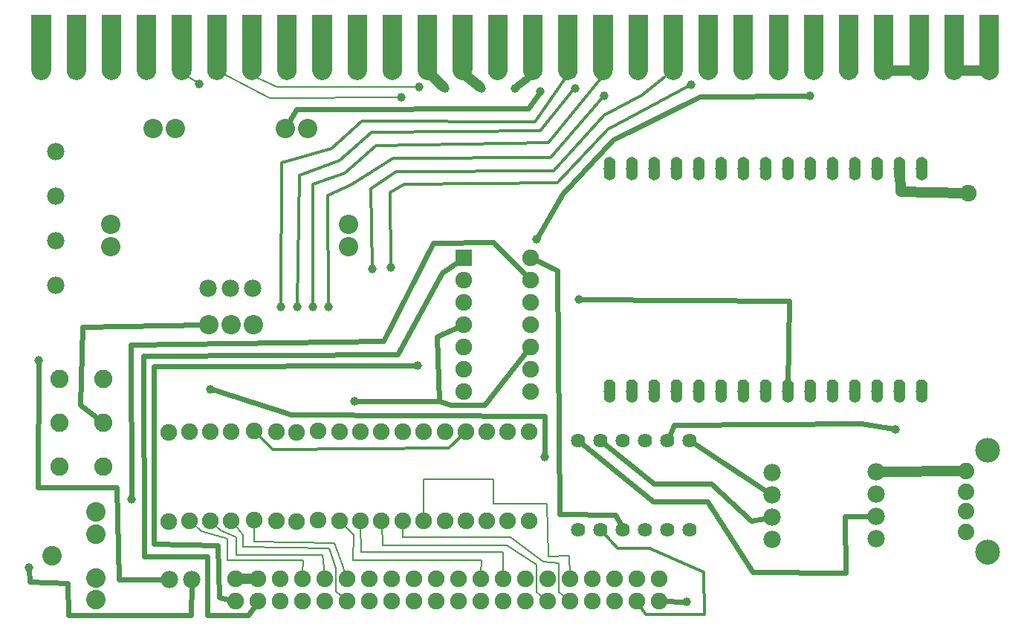
<source format=gbl>
G04 MADE WITH FRITZING*
G04 WWW.FRITZING.ORG*
G04 DOUBLE SIDED*
G04 HOLES PLATED*
G04 CONTOUR ON CENTER OF CONTOUR VECTOR*
%ASAXBY*%
%FSLAX23Y23*%
%MOIN*%
%OFA0B0*%
%SFA1.0B1.0*%
%ADD10C,0.039370*%
%ADD11C,0.052000*%
%ADD12C,0.075000*%
%ADD13C,0.074000*%
%ADD14C,0.106614*%
%ADD15C,0.064000*%
%ADD16C,0.078000*%
%ADD17C,0.075433*%
%ADD18C,0.110866*%
%ADD19C,0.082000*%
%ADD20C,0.087695*%
%ADD21C,0.087722*%
%ADD22C,0.087244*%
%ADD23C,0.075361*%
%ADD24R,0.075000X0.075000*%
%ADD25C,0.008000*%
%ADD26C,0.024000*%
%ADD27C,0.012000*%
%ADD28C,0.048000*%
%ADD29C,0.032000*%
%ADD30C,0.006000*%
%ADD31R,0.001000X0.001000*%
%LNCOPPER0*%
G90*
G70*
G54D10*
X815Y2408D03*
G54D11*
X4055Y2028D03*
X3955Y2028D03*
X3855Y2028D03*
X3755Y2028D03*
X3655Y2028D03*
X3555Y2028D03*
X3455Y2028D03*
X3355Y2028D03*
X3255Y2028D03*
X3155Y2028D03*
X3055Y2028D03*
X2955Y2028D03*
X2855Y2028D03*
X2755Y2028D03*
X2655Y2028D03*
X2655Y1028D03*
X2755Y1028D03*
X2855Y1028D03*
X2955Y1028D03*
X3055Y1028D03*
X3155Y1028D03*
X3255Y1028D03*
X3355Y1028D03*
X3455Y1028D03*
X3555Y1028D03*
X3655Y1028D03*
X3755Y1028D03*
X3855Y1028D03*
X3955Y1028D03*
X4055Y1028D03*
G54D10*
X1590Y1578D03*
X3020Y2403D03*
X1675Y1583D03*
G54D12*
X2000Y1628D03*
X2300Y1628D03*
X2000Y1528D03*
X2300Y1528D03*
X2000Y1428D03*
X2300Y1428D03*
X2000Y1328D03*
X2300Y1328D03*
X2000Y1228D03*
X2300Y1228D03*
X2000Y1128D03*
X2300Y1128D03*
X2000Y1028D03*
X2300Y1028D03*
G54D10*
X510Y543D03*
X1795Y1143D03*
X50Y238D03*
X95Y1168D03*
G54D13*
X4255Y396D03*
X4255Y489D03*
X4255Y578D03*
X4255Y671D03*
G54D14*
X4350Y762D03*
X4350Y305D03*
G54D10*
X2326Y1710D03*
X3555Y2353D03*
G54D15*
X2915Y408D03*
X2815Y408D03*
X2715Y408D03*
X2615Y408D03*
X2515Y408D03*
X2515Y808D03*
X2615Y808D03*
X2715Y808D03*
X2815Y808D03*
X2915Y808D03*
X3015Y808D03*
X3015Y408D03*
G54D10*
X2345Y2373D03*
G54D16*
X3385Y663D03*
X3385Y563D03*
X3385Y463D03*
X3385Y363D03*
X3850Y668D03*
X3850Y568D03*
X3850Y468D03*
X3850Y368D03*
G54D17*
X4265Y1918D03*
G54D10*
X3936Y858D03*
X865Y1038D03*
X2365Y733D03*
X3000Y83D03*
G54D18*
X4350Y308D03*
X4350Y763D03*
G54D16*
X1055Y1491D03*
X955Y1491D03*
X855Y1491D03*
G54D19*
X385Y690D03*
X385Y886D03*
X385Y1083D03*
X188Y690D03*
X188Y886D03*
X188Y1083D03*
G54D10*
X1395Y1408D03*
X1325Y1408D03*
X1180Y1408D03*
X1510Y983D03*
G54D16*
X780Y183D03*
X680Y183D03*
G54D20*
X153Y290D03*
G54D21*
X350Y486D03*
X350Y388D03*
G54D20*
X350Y191D03*
G54D21*
X350Y93D03*
G54D22*
X858Y1326D03*
X958Y1326D03*
X1058Y1326D03*
X1200Y2208D03*
X1300Y2208D03*
G54D10*
X2231Y2387D03*
G54D22*
X1484Y1676D03*
X1484Y1776D03*
X609Y2208D03*
X709Y2208D03*
X417Y1676D03*
X417Y1776D03*
G54D10*
X1916Y2387D03*
X2081Y2387D03*
X1800Y2395D03*
X1720Y2348D03*
G54D12*
X1348Y450D03*
X1348Y850D03*
X770Y447D03*
X770Y847D03*
X1916Y446D03*
X1916Y846D03*
X1160Y446D03*
X1160Y846D03*
X1821Y446D03*
X1821Y846D03*
X864Y447D03*
X864Y847D03*
X1727Y446D03*
X1727Y846D03*
X1632Y446D03*
X1632Y846D03*
X1443Y446D03*
X1443Y846D03*
X1252Y444D03*
X1252Y844D03*
X1538Y446D03*
X1538Y846D03*
X676Y444D03*
X676Y844D03*
X2294Y446D03*
X2294Y846D03*
X2199Y446D03*
X2199Y846D03*
X2010Y446D03*
X2010Y846D03*
X1060Y450D03*
X1060Y850D03*
X959Y447D03*
X959Y847D03*
X2105Y446D03*
X2105Y846D03*
G54D23*
X978Y86D03*
X1078Y86D03*
X1178Y86D03*
X1278Y86D03*
X1378Y86D03*
X1478Y86D03*
X1578Y86D03*
X1678Y86D03*
X1778Y86D03*
X1878Y86D03*
X1978Y86D03*
X2078Y86D03*
X2178Y86D03*
X2278Y86D03*
X2378Y86D03*
X2478Y86D03*
X2578Y86D03*
X2678Y86D03*
X2778Y86D03*
X2878Y86D03*
X2878Y186D03*
X2778Y186D03*
X2678Y186D03*
X2578Y186D03*
X2478Y186D03*
X2378Y186D03*
X2278Y186D03*
X2178Y186D03*
X2078Y186D03*
X1978Y186D03*
X1878Y186D03*
X1778Y186D03*
X1678Y186D03*
X1578Y186D03*
X1478Y186D03*
X1378Y186D03*
X1278Y186D03*
X1178Y186D03*
X1078Y186D03*
X978Y186D03*
G54D10*
X2630Y2353D03*
X2500Y2388D03*
X1255Y1408D03*
G54D16*
X170Y2103D03*
X170Y1903D03*
X170Y1703D03*
X170Y1503D03*
G54D10*
X2518Y1440D03*
G54D24*
X2000Y1628D03*
G54D25*
X751Y2446D02*
X735Y2570D01*
D02*
X808Y2412D02*
X751Y2446D01*
G54D26*
D02*
X282Y968D02*
X369Y899D01*
D02*
X290Y1318D02*
X282Y968D01*
D02*
X834Y1326D02*
X290Y1318D01*
G54D27*
D02*
X2631Y2267D02*
X2404Y2016D01*
D02*
X2800Y2358D02*
X2631Y2267D01*
D02*
X1585Y1938D02*
X1590Y1586D01*
D02*
X1696Y2012D02*
X1585Y1938D01*
D02*
X2404Y2016D02*
X1696Y2012D01*
D02*
X2900Y2437D02*
X2800Y2358D01*
D02*
X2649Y2202D02*
X3013Y2399D01*
D02*
X2422Y1962D02*
X2649Y2202D01*
D02*
X1733Y1956D02*
X2422Y1962D01*
D02*
X1672Y1919D02*
X1733Y1956D01*
D02*
X1675Y1591D02*
X1672Y1919D01*
G54D26*
D02*
X904Y102D02*
X898Y336D01*
D02*
X611Y1140D02*
X1787Y1143D01*
D02*
X898Y336D02*
X610Y342D01*
D02*
X610Y342D02*
X611Y1140D01*
D02*
X958Y91D02*
X904Y102D01*
D02*
X568Y288D02*
X850Y288D01*
D02*
X850Y24D02*
X1035Y23D01*
D02*
X1703Y1194D02*
X563Y1188D01*
D02*
X563Y1188D02*
X568Y288D01*
D02*
X850Y288D02*
X850Y24D01*
D02*
X1035Y23D02*
X1066Y70D01*
D02*
X1864Y1693D02*
X2135Y1698D01*
D02*
X2135Y1698D02*
X2288Y1540D01*
D02*
X1641Y1253D02*
X1864Y1693D01*
D02*
X509Y1236D02*
X1641Y1253D01*
D02*
X510Y551D02*
X509Y1236D01*
D02*
X1905Y1559D02*
X1986Y1618D01*
D02*
X1703Y1194D02*
X1905Y1559D01*
D02*
X55Y173D02*
X51Y230D01*
D02*
X226Y24D02*
X225Y167D01*
D02*
X225Y167D02*
X55Y173D01*
D02*
X778Y24D02*
X226Y24D01*
D02*
X780Y164D02*
X778Y24D01*
D02*
X90Y597D02*
X95Y1160D01*
D02*
X445Y597D02*
X90Y597D01*
D02*
X455Y183D02*
X445Y597D01*
D02*
X661Y183D02*
X455Y183D01*
D02*
X1880Y1273D02*
X1984Y1321D01*
D02*
X1890Y983D02*
X1880Y1273D01*
D02*
X1518Y983D02*
X1890Y983D01*
D02*
X1945Y968D02*
X2095Y968D01*
D02*
X2095Y968D02*
X2289Y1214D01*
D02*
X1890Y983D02*
X1945Y968D01*
D02*
X2671Y2158D02*
X3061Y2351D01*
D02*
X2445Y1913D02*
X2671Y2158D01*
D02*
X3061Y2351D02*
X3547Y2353D01*
D02*
X2330Y1717D02*
X2445Y1913D01*
D02*
X2290Y2298D02*
X1252Y2293D01*
D02*
X1252Y2293D02*
X1212Y2228D01*
D02*
X2340Y2367D02*
X2290Y2298D01*
D02*
X2680Y474D02*
X2430Y478D01*
D02*
X2430Y478D02*
X2422Y1571D01*
D02*
X2422Y1571D02*
X2316Y1621D01*
D02*
X2706Y426D02*
X2680Y474D01*
G54D28*
D02*
X3960Y1922D02*
X3956Y2009D01*
D02*
X4247Y1918D02*
X3960Y1922D01*
D02*
X4237Y671D02*
X3869Y668D01*
G54D27*
D02*
X3076Y218D02*
X3080Y28D01*
D02*
X2834Y323D02*
X3076Y218D01*
D02*
X2690Y323D02*
X2834Y323D01*
D02*
X3080Y28D02*
X2816Y27D01*
D02*
X2816Y27D02*
X2789Y69D01*
D02*
X2628Y393D02*
X2690Y323D01*
G54D26*
D02*
X3095Y532D02*
X3299Y218D01*
D02*
X2851Y533D02*
X3095Y532D01*
D02*
X3299Y218D02*
X3715Y213D01*
D02*
X3715Y213D02*
X3711Y467D01*
D02*
X3711Y467D02*
X3831Y468D01*
D02*
X2531Y795D02*
X2851Y533D01*
D02*
X3032Y797D02*
X3369Y573D01*
D02*
X3290Y448D02*
X3366Y460D01*
D02*
X3112Y612D02*
X3290Y448D01*
D02*
X2854Y612D02*
X3112Y612D01*
D02*
X2631Y795D02*
X2854Y612D01*
D02*
X3784Y882D02*
X3928Y859D01*
D02*
X2944Y876D02*
X3784Y882D01*
D02*
X2923Y826D02*
X2944Y876D01*
D02*
X2364Y918D02*
X2365Y741D01*
D02*
X1226Y923D02*
X2364Y918D01*
D02*
X873Y1036D02*
X1226Y923D01*
D02*
X2992Y83D02*
X2898Y86D01*
G54D28*
D02*
X1057Y186D02*
X998Y186D01*
G54D29*
D02*
X2290Y2435D02*
X2310Y2570D01*
D02*
X2237Y2392D02*
X2290Y2435D01*
G54D28*
D02*
X2007Y2446D02*
X1995Y2570D01*
D02*
X2075Y2392D02*
X2007Y2446D01*
D02*
X1861Y2439D02*
X1838Y2570D01*
D02*
X1910Y2393D02*
X1861Y2439D01*
G54D25*
D02*
X1054Y2443D02*
X1050Y2570D01*
D02*
X1164Y2393D02*
X1054Y2443D01*
D02*
X1792Y2395D02*
X1164Y2393D01*
D02*
X896Y2446D02*
X893Y2570D01*
D02*
X900Y2463D02*
X896Y2446D01*
D02*
X1130Y2343D02*
X900Y2463D01*
D02*
X1712Y2348D02*
X1130Y2343D01*
G54D28*
D02*
X4003Y2468D02*
X3925Y2468D01*
D02*
X4318Y2468D02*
X4240Y2468D01*
G54D30*
D02*
X1538Y429D02*
X1540Y306D01*
D02*
X1540Y306D02*
X2176Y306D01*
D02*
X2176Y306D02*
X2178Y207D01*
D02*
X1633Y429D02*
X1636Y336D01*
D02*
X1636Y336D02*
X2194Y336D01*
D02*
X2329Y249D02*
X2329Y127D01*
D02*
X2194Y336D02*
X2329Y249D01*
D02*
X2329Y127D02*
X2362Y99D01*
D02*
X1726Y429D02*
X1726Y372D01*
D02*
X1726Y372D02*
X2212Y372D01*
D02*
X2357Y262D02*
X2428Y258D01*
D02*
X2428Y258D02*
X2428Y127D01*
D02*
X2212Y372D02*
X2357Y262D01*
D02*
X2428Y127D02*
X2462Y99D01*
D02*
X2135Y633D02*
X2134Y522D01*
D02*
X1820Y633D02*
X2135Y633D01*
D02*
X2134Y522D02*
X2374Y522D01*
D02*
X2380Y288D02*
X2475Y289D01*
D02*
X2475Y289D02*
X2477Y207D01*
D02*
X2374Y522D02*
X2380Y288D01*
D02*
X1821Y464D02*
X1820Y633D01*
D02*
X1506Y383D02*
X1504Y270D01*
D02*
X2080Y270D02*
X2078Y207D01*
D02*
X1504Y270D02*
X2080Y270D01*
D02*
X1456Y434D02*
X1506Y383D01*
D02*
X1060Y353D02*
X1420Y348D01*
D02*
X1456Y246D02*
X1471Y205D01*
D02*
X1420Y348D02*
X1456Y246D01*
D02*
X1060Y432D02*
X1060Y353D01*
D02*
X982Y294D02*
X1366Y294D01*
D02*
X1366Y294D02*
X1376Y207D01*
D02*
X982Y372D02*
X982Y294D01*
D02*
X910Y402D02*
X982Y372D01*
D02*
X877Y435D02*
X910Y402D01*
D02*
X1012Y330D02*
X1396Y324D01*
D02*
X1012Y384D02*
X1012Y330D01*
D02*
X1428Y233D02*
X1429Y130D01*
D02*
X1396Y324D02*
X1428Y233D01*
D02*
X970Y434D02*
X1012Y384D01*
D02*
X1429Y130D02*
X1463Y100D01*
D02*
X940Y270D02*
X1282Y270D01*
D02*
X940Y366D02*
X940Y270D01*
D02*
X1282Y270D02*
X1279Y207D01*
D02*
X825Y399D02*
X940Y366D01*
D02*
X783Y436D02*
X825Y399D01*
G54D27*
D02*
X1145Y768D02*
X1073Y838D01*
D02*
X1935Y773D02*
X1145Y768D01*
D02*
X1998Y834D02*
X1935Y773D01*
D02*
X1325Y1958D02*
X1469Y2008D01*
D02*
X1469Y2008D02*
X1606Y2129D01*
D02*
X1325Y1416D02*
X1325Y1958D01*
D02*
X1606Y2129D02*
X2380Y2142D01*
D02*
X2617Y2435D02*
X2625Y2570D01*
D02*
X2380Y2142D02*
X2617Y2435D01*
D02*
X1185Y2053D02*
X1180Y1416D01*
D02*
X1406Y2118D02*
X1185Y2053D01*
D02*
X1545Y2239D02*
X1406Y2118D01*
D02*
X2320Y2238D02*
X1545Y2239D01*
D02*
X2464Y2443D02*
X2320Y2238D01*
D02*
X2468Y2570D02*
X2464Y2443D01*
D02*
X1390Y1908D02*
X1495Y1953D01*
D02*
X1495Y1953D02*
X1684Y2073D01*
D02*
X1395Y1416D02*
X1390Y1908D01*
D02*
X1684Y2073D02*
X2391Y2078D01*
D02*
X2391Y2078D02*
X2625Y2347D01*
D02*
X2344Y2198D02*
X2495Y2382D01*
D02*
X1589Y2191D02*
X2344Y2198D01*
D02*
X1264Y1997D02*
X1444Y2064D01*
D02*
X1444Y2064D02*
X1589Y2191D01*
D02*
X1255Y1416D02*
X1264Y1997D01*
G54D26*
D02*
X2526Y1440D02*
X3460Y1433D01*
D02*
X3460Y1433D02*
X3455Y1047D01*
G54D31*
X63Y2715D02*
X149Y2715D01*
X221Y2715D02*
X306Y2715D01*
X378Y2715D02*
X464Y2715D01*
X536Y2715D02*
X621Y2715D01*
X693Y2715D02*
X779Y2715D01*
X851Y2715D02*
X936Y2715D01*
X1008Y2715D02*
X1094Y2715D01*
X1166Y2715D02*
X1251Y2715D01*
X1323Y2715D02*
X1409Y2715D01*
X1481Y2715D02*
X1566Y2715D01*
X1638Y2715D02*
X1724Y2715D01*
X1795Y2715D02*
X1881Y2715D01*
X1953Y2715D02*
X2039Y2715D01*
X2110Y2715D02*
X2196Y2715D01*
X2268Y2715D02*
X2354Y2715D01*
X2425Y2715D02*
X2511Y2715D01*
X2583Y2715D02*
X2669Y2715D01*
X2740Y2715D02*
X2826Y2715D01*
X2898Y2715D02*
X2983Y2715D01*
X3055Y2715D02*
X3141Y2715D01*
X3213Y2715D02*
X3298Y2715D01*
X3370Y2715D02*
X3456Y2715D01*
X3528Y2715D02*
X3613Y2715D01*
X3685Y2715D02*
X3771Y2715D01*
X3843Y2715D02*
X3928Y2715D01*
X4000Y2715D02*
X4086Y2715D01*
X4158Y2715D02*
X4243Y2715D01*
X4315Y2715D02*
X4401Y2715D01*
X63Y2714D02*
X149Y2714D01*
X221Y2714D02*
X306Y2714D01*
X378Y2714D02*
X464Y2714D01*
X536Y2714D02*
X621Y2714D01*
X693Y2714D02*
X779Y2714D01*
X851Y2714D02*
X936Y2714D01*
X1008Y2714D02*
X1094Y2714D01*
X1166Y2714D02*
X1251Y2714D01*
X1323Y2714D02*
X1409Y2714D01*
X1481Y2714D02*
X1566Y2714D01*
X1638Y2714D02*
X1724Y2714D01*
X1795Y2714D02*
X1881Y2714D01*
X1953Y2714D02*
X2039Y2714D01*
X2110Y2714D02*
X2196Y2714D01*
X2268Y2714D02*
X2354Y2714D01*
X2425Y2714D02*
X2511Y2714D01*
X2583Y2714D02*
X2669Y2714D01*
X2740Y2714D02*
X2826Y2714D01*
X2898Y2714D02*
X2983Y2714D01*
X3055Y2714D02*
X3141Y2714D01*
X3213Y2714D02*
X3298Y2714D01*
X3370Y2714D02*
X3456Y2714D01*
X3528Y2714D02*
X3613Y2714D01*
X3685Y2714D02*
X3771Y2714D01*
X3843Y2714D02*
X3928Y2714D01*
X4000Y2714D02*
X4086Y2714D01*
X4158Y2714D02*
X4243Y2714D01*
X4315Y2714D02*
X4401Y2714D01*
X63Y2713D02*
X149Y2713D01*
X221Y2713D02*
X306Y2713D01*
X378Y2713D02*
X464Y2713D01*
X536Y2713D02*
X621Y2713D01*
X693Y2713D02*
X779Y2713D01*
X851Y2713D02*
X936Y2713D01*
X1008Y2713D02*
X1094Y2713D01*
X1166Y2713D02*
X1251Y2713D01*
X1323Y2713D02*
X1409Y2713D01*
X1481Y2713D02*
X1566Y2713D01*
X1638Y2713D02*
X1724Y2713D01*
X1795Y2713D02*
X1881Y2713D01*
X1953Y2713D02*
X2039Y2713D01*
X2110Y2713D02*
X2196Y2713D01*
X2268Y2713D02*
X2354Y2713D01*
X2425Y2713D02*
X2511Y2713D01*
X2583Y2713D02*
X2669Y2713D01*
X2740Y2713D02*
X2826Y2713D01*
X2898Y2713D02*
X2983Y2713D01*
X3055Y2713D02*
X3141Y2713D01*
X3213Y2713D02*
X3298Y2713D01*
X3370Y2713D02*
X3456Y2713D01*
X3528Y2713D02*
X3613Y2713D01*
X3685Y2713D02*
X3771Y2713D01*
X3843Y2713D02*
X3928Y2713D01*
X4000Y2713D02*
X4086Y2713D01*
X4158Y2713D02*
X4243Y2713D01*
X4315Y2713D02*
X4401Y2713D01*
X63Y2712D02*
X149Y2712D01*
X221Y2712D02*
X306Y2712D01*
X378Y2712D02*
X464Y2712D01*
X536Y2712D02*
X621Y2712D01*
X693Y2712D02*
X779Y2712D01*
X851Y2712D02*
X936Y2712D01*
X1008Y2712D02*
X1094Y2712D01*
X1166Y2712D02*
X1251Y2712D01*
X1323Y2712D02*
X1409Y2712D01*
X1481Y2712D02*
X1566Y2712D01*
X1638Y2712D02*
X1724Y2712D01*
X1795Y2712D02*
X1881Y2712D01*
X1953Y2712D02*
X2039Y2712D01*
X2110Y2712D02*
X2196Y2712D01*
X2268Y2712D02*
X2354Y2712D01*
X2425Y2712D02*
X2511Y2712D01*
X2583Y2712D02*
X2669Y2712D01*
X2740Y2712D02*
X2826Y2712D01*
X2898Y2712D02*
X2983Y2712D01*
X3055Y2712D02*
X3141Y2712D01*
X3213Y2712D02*
X3298Y2712D01*
X3370Y2712D02*
X3456Y2712D01*
X3528Y2712D02*
X3613Y2712D01*
X3685Y2712D02*
X3771Y2712D01*
X3843Y2712D02*
X3928Y2712D01*
X4000Y2712D02*
X4086Y2712D01*
X4158Y2712D02*
X4243Y2712D01*
X4315Y2712D02*
X4401Y2712D01*
X63Y2711D02*
X149Y2711D01*
X221Y2711D02*
X306Y2711D01*
X378Y2711D02*
X464Y2711D01*
X536Y2711D02*
X621Y2711D01*
X693Y2711D02*
X779Y2711D01*
X851Y2711D02*
X936Y2711D01*
X1008Y2711D02*
X1094Y2711D01*
X1166Y2711D02*
X1251Y2711D01*
X1323Y2711D02*
X1409Y2711D01*
X1481Y2711D02*
X1566Y2711D01*
X1638Y2711D02*
X1724Y2711D01*
X1795Y2711D02*
X1881Y2711D01*
X1953Y2711D02*
X2039Y2711D01*
X2110Y2711D02*
X2196Y2711D01*
X2268Y2711D02*
X2354Y2711D01*
X2425Y2711D02*
X2511Y2711D01*
X2583Y2711D02*
X2669Y2711D01*
X2740Y2711D02*
X2826Y2711D01*
X2898Y2711D02*
X2983Y2711D01*
X3055Y2711D02*
X3141Y2711D01*
X3213Y2711D02*
X3298Y2711D01*
X3370Y2711D02*
X3456Y2711D01*
X3528Y2711D02*
X3613Y2711D01*
X3685Y2711D02*
X3771Y2711D01*
X3843Y2711D02*
X3928Y2711D01*
X4000Y2711D02*
X4086Y2711D01*
X4158Y2711D02*
X4243Y2711D01*
X4315Y2711D02*
X4401Y2711D01*
X63Y2710D02*
X149Y2710D01*
X221Y2710D02*
X306Y2710D01*
X378Y2710D02*
X464Y2710D01*
X536Y2710D02*
X621Y2710D01*
X693Y2710D02*
X779Y2710D01*
X851Y2710D02*
X936Y2710D01*
X1008Y2710D02*
X1094Y2710D01*
X1166Y2710D02*
X1251Y2710D01*
X1323Y2710D02*
X1409Y2710D01*
X1481Y2710D02*
X1566Y2710D01*
X1638Y2710D02*
X1724Y2710D01*
X1795Y2710D02*
X1881Y2710D01*
X1953Y2710D02*
X2039Y2710D01*
X2110Y2710D02*
X2196Y2710D01*
X2268Y2710D02*
X2354Y2710D01*
X2425Y2710D02*
X2511Y2710D01*
X2583Y2710D02*
X2669Y2710D01*
X2740Y2710D02*
X2826Y2710D01*
X2898Y2710D02*
X2983Y2710D01*
X3055Y2710D02*
X3141Y2710D01*
X3213Y2710D02*
X3298Y2710D01*
X3370Y2710D02*
X3456Y2710D01*
X3528Y2710D02*
X3613Y2710D01*
X3685Y2710D02*
X3771Y2710D01*
X3843Y2710D02*
X3928Y2710D01*
X4000Y2710D02*
X4086Y2710D01*
X4158Y2710D02*
X4243Y2710D01*
X4315Y2710D02*
X4401Y2710D01*
X63Y2709D02*
X149Y2709D01*
X221Y2709D02*
X306Y2709D01*
X378Y2709D02*
X464Y2709D01*
X536Y2709D02*
X621Y2709D01*
X693Y2709D02*
X779Y2709D01*
X851Y2709D02*
X936Y2709D01*
X1008Y2709D02*
X1094Y2709D01*
X1166Y2709D02*
X1251Y2709D01*
X1323Y2709D02*
X1409Y2709D01*
X1481Y2709D02*
X1566Y2709D01*
X1638Y2709D02*
X1724Y2709D01*
X1795Y2709D02*
X1881Y2709D01*
X1953Y2709D02*
X2039Y2709D01*
X2110Y2709D02*
X2196Y2709D01*
X2268Y2709D02*
X2354Y2709D01*
X2425Y2709D02*
X2511Y2709D01*
X2583Y2709D02*
X2669Y2709D01*
X2740Y2709D02*
X2826Y2709D01*
X2898Y2709D02*
X2983Y2709D01*
X3055Y2709D02*
X3141Y2709D01*
X3213Y2709D02*
X3298Y2709D01*
X3370Y2709D02*
X3456Y2709D01*
X3528Y2709D02*
X3613Y2709D01*
X3685Y2709D02*
X3771Y2709D01*
X3843Y2709D02*
X3928Y2709D01*
X4000Y2709D02*
X4086Y2709D01*
X4158Y2709D02*
X4243Y2709D01*
X4315Y2709D02*
X4401Y2709D01*
X63Y2708D02*
X149Y2708D01*
X221Y2708D02*
X306Y2708D01*
X378Y2708D02*
X464Y2708D01*
X536Y2708D02*
X621Y2708D01*
X693Y2708D02*
X779Y2708D01*
X851Y2708D02*
X936Y2708D01*
X1008Y2708D02*
X1094Y2708D01*
X1166Y2708D02*
X1251Y2708D01*
X1323Y2708D02*
X1409Y2708D01*
X1481Y2708D02*
X1566Y2708D01*
X1638Y2708D02*
X1724Y2708D01*
X1795Y2708D02*
X1881Y2708D01*
X1953Y2708D02*
X2039Y2708D01*
X2110Y2708D02*
X2196Y2708D01*
X2268Y2708D02*
X2354Y2708D01*
X2425Y2708D02*
X2511Y2708D01*
X2583Y2708D02*
X2669Y2708D01*
X2740Y2708D02*
X2826Y2708D01*
X2898Y2708D02*
X2983Y2708D01*
X3055Y2708D02*
X3141Y2708D01*
X3213Y2708D02*
X3298Y2708D01*
X3370Y2708D02*
X3456Y2708D01*
X3528Y2708D02*
X3613Y2708D01*
X3685Y2708D02*
X3771Y2708D01*
X3843Y2708D02*
X3928Y2708D01*
X4000Y2708D02*
X4086Y2708D01*
X4158Y2708D02*
X4243Y2708D01*
X4315Y2708D02*
X4401Y2708D01*
X63Y2707D02*
X149Y2707D01*
X221Y2707D02*
X306Y2707D01*
X378Y2707D02*
X464Y2707D01*
X536Y2707D02*
X621Y2707D01*
X693Y2707D02*
X779Y2707D01*
X851Y2707D02*
X936Y2707D01*
X1008Y2707D02*
X1094Y2707D01*
X1166Y2707D02*
X1251Y2707D01*
X1323Y2707D02*
X1409Y2707D01*
X1481Y2707D02*
X1566Y2707D01*
X1638Y2707D02*
X1724Y2707D01*
X1795Y2707D02*
X1881Y2707D01*
X1953Y2707D02*
X2039Y2707D01*
X2110Y2707D02*
X2196Y2707D01*
X2268Y2707D02*
X2354Y2707D01*
X2425Y2707D02*
X2511Y2707D01*
X2583Y2707D02*
X2669Y2707D01*
X2740Y2707D02*
X2826Y2707D01*
X2898Y2707D02*
X2983Y2707D01*
X3055Y2707D02*
X3141Y2707D01*
X3213Y2707D02*
X3298Y2707D01*
X3370Y2707D02*
X3456Y2707D01*
X3528Y2707D02*
X3613Y2707D01*
X3685Y2707D02*
X3771Y2707D01*
X3843Y2707D02*
X3928Y2707D01*
X4000Y2707D02*
X4086Y2707D01*
X4158Y2707D02*
X4243Y2707D01*
X4315Y2707D02*
X4401Y2707D01*
X63Y2706D02*
X149Y2706D01*
X221Y2706D02*
X306Y2706D01*
X378Y2706D02*
X464Y2706D01*
X536Y2706D02*
X621Y2706D01*
X693Y2706D02*
X779Y2706D01*
X851Y2706D02*
X936Y2706D01*
X1008Y2706D02*
X1094Y2706D01*
X1166Y2706D02*
X1251Y2706D01*
X1323Y2706D02*
X1409Y2706D01*
X1481Y2706D02*
X1566Y2706D01*
X1638Y2706D02*
X1724Y2706D01*
X1795Y2706D02*
X1881Y2706D01*
X1953Y2706D02*
X2039Y2706D01*
X2110Y2706D02*
X2196Y2706D01*
X2268Y2706D02*
X2354Y2706D01*
X2425Y2706D02*
X2511Y2706D01*
X2583Y2706D02*
X2669Y2706D01*
X2740Y2706D02*
X2826Y2706D01*
X2898Y2706D02*
X2983Y2706D01*
X3055Y2706D02*
X3141Y2706D01*
X3213Y2706D02*
X3298Y2706D01*
X3370Y2706D02*
X3456Y2706D01*
X3528Y2706D02*
X3613Y2706D01*
X3685Y2706D02*
X3771Y2706D01*
X3843Y2706D02*
X3928Y2706D01*
X4000Y2706D02*
X4086Y2706D01*
X4158Y2706D02*
X4243Y2706D01*
X4315Y2706D02*
X4401Y2706D01*
X63Y2705D02*
X149Y2705D01*
X221Y2705D02*
X306Y2705D01*
X378Y2705D02*
X464Y2705D01*
X536Y2705D02*
X621Y2705D01*
X693Y2705D02*
X779Y2705D01*
X851Y2705D02*
X936Y2705D01*
X1008Y2705D02*
X1094Y2705D01*
X1166Y2705D02*
X1251Y2705D01*
X1323Y2705D02*
X1409Y2705D01*
X1481Y2705D02*
X1566Y2705D01*
X1638Y2705D02*
X1724Y2705D01*
X1795Y2705D02*
X1881Y2705D01*
X1953Y2705D02*
X2039Y2705D01*
X2110Y2705D02*
X2196Y2705D01*
X2268Y2705D02*
X2354Y2705D01*
X2425Y2705D02*
X2511Y2705D01*
X2583Y2705D02*
X2669Y2705D01*
X2740Y2705D02*
X2826Y2705D01*
X2898Y2705D02*
X2983Y2705D01*
X3055Y2705D02*
X3141Y2705D01*
X3213Y2705D02*
X3298Y2705D01*
X3370Y2705D02*
X3456Y2705D01*
X3528Y2705D02*
X3613Y2705D01*
X3685Y2705D02*
X3771Y2705D01*
X3843Y2705D02*
X3928Y2705D01*
X4000Y2705D02*
X4086Y2705D01*
X4158Y2705D02*
X4243Y2705D01*
X4315Y2705D02*
X4401Y2705D01*
X63Y2704D02*
X149Y2704D01*
X221Y2704D02*
X306Y2704D01*
X378Y2704D02*
X464Y2704D01*
X536Y2704D02*
X621Y2704D01*
X693Y2704D02*
X779Y2704D01*
X851Y2704D02*
X936Y2704D01*
X1008Y2704D02*
X1094Y2704D01*
X1166Y2704D02*
X1251Y2704D01*
X1323Y2704D02*
X1409Y2704D01*
X1481Y2704D02*
X1566Y2704D01*
X1638Y2704D02*
X1724Y2704D01*
X1795Y2704D02*
X1881Y2704D01*
X1953Y2704D02*
X2039Y2704D01*
X2110Y2704D02*
X2196Y2704D01*
X2268Y2704D02*
X2354Y2704D01*
X2425Y2704D02*
X2511Y2704D01*
X2583Y2704D02*
X2669Y2704D01*
X2740Y2704D02*
X2826Y2704D01*
X2898Y2704D02*
X2983Y2704D01*
X3055Y2704D02*
X3141Y2704D01*
X3213Y2704D02*
X3298Y2704D01*
X3370Y2704D02*
X3456Y2704D01*
X3528Y2704D02*
X3613Y2704D01*
X3685Y2704D02*
X3771Y2704D01*
X3843Y2704D02*
X3928Y2704D01*
X4000Y2704D02*
X4086Y2704D01*
X4158Y2704D02*
X4243Y2704D01*
X4315Y2704D02*
X4401Y2704D01*
X63Y2703D02*
X149Y2703D01*
X221Y2703D02*
X306Y2703D01*
X378Y2703D02*
X464Y2703D01*
X536Y2703D02*
X621Y2703D01*
X693Y2703D02*
X779Y2703D01*
X851Y2703D02*
X936Y2703D01*
X1008Y2703D02*
X1094Y2703D01*
X1166Y2703D02*
X1251Y2703D01*
X1323Y2703D02*
X1409Y2703D01*
X1481Y2703D02*
X1566Y2703D01*
X1638Y2703D02*
X1724Y2703D01*
X1795Y2703D02*
X1881Y2703D01*
X1953Y2703D02*
X2039Y2703D01*
X2110Y2703D02*
X2196Y2703D01*
X2268Y2703D02*
X2354Y2703D01*
X2425Y2703D02*
X2511Y2703D01*
X2583Y2703D02*
X2669Y2703D01*
X2740Y2703D02*
X2826Y2703D01*
X2898Y2703D02*
X2983Y2703D01*
X3055Y2703D02*
X3141Y2703D01*
X3213Y2703D02*
X3298Y2703D01*
X3370Y2703D02*
X3456Y2703D01*
X3528Y2703D02*
X3613Y2703D01*
X3685Y2703D02*
X3771Y2703D01*
X3843Y2703D02*
X3928Y2703D01*
X4000Y2703D02*
X4086Y2703D01*
X4158Y2703D02*
X4243Y2703D01*
X4315Y2703D02*
X4401Y2703D01*
X63Y2702D02*
X149Y2702D01*
X221Y2702D02*
X306Y2702D01*
X378Y2702D02*
X464Y2702D01*
X536Y2702D02*
X621Y2702D01*
X693Y2702D02*
X779Y2702D01*
X851Y2702D02*
X936Y2702D01*
X1008Y2702D02*
X1094Y2702D01*
X1166Y2702D02*
X1251Y2702D01*
X1323Y2702D02*
X1409Y2702D01*
X1481Y2702D02*
X1566Y2702D01*
X1638Y2702D02*
X1724Y2702D01*
X1795Y2702D02*
X1881Y2702D01*
X1953Y2702D02*
X2039Y2702D01*
X2110Y2702D02*
X2196Y2702D01*
X2268Y2702D02*
X2354Y2702D01*
X2425Y2702D02*
X2511Y2702D01*
X2583Y2702D02*
X2669Y2702D01*
X2740Y2702D02*
X2826Y2702D01*
X2898Y2702D02*
X2983Y2702D01*
X3055Y2702D02*
X3141Y2702D01*
X3213Y2702D02*
X3298Y2702D01*
X3370Y2702D02*
X3456Y2702D01*
X3528Y2702D02*
X3613Y2702D01*
X3685Y2702D02*
X3771Y2702D01*
X3843Y2702D02*
X3928Y2702D01*
X4000Y2702D02*
X4086Y2702D01*
X4158Y2702D02*
X4243Y2702D01*
X4315Y2702D02*
X4401Y2702D01*
X63Y2701D02*
X149Y2701D01*
X221Y2701D02*
X306Y2701D01*
X378Y2701D02*
X464Y2701D01*
X536Y2701D02*
X621Y2701D01*
X693Y2701D02*
X779Y2701D01*
X851Y2701D02*
X936Y2701D01*
X1008Y2701D02*
X1094Y2701D01*
X1166Y2701D02*
X1251Y2701D01*
X1323Y2701D02*
X1409Y2701D01*
X1481Y2701D02*
X1566Y2701D01*
X1638Y2701D02*
X1724Y2701D01*
X1795Y2701D02*
X1881Y2701D01*
X1953Y2701D02*
X2039Y2701D01*
X2110Y2701D02*
X2196Y2701D01*
X2268Y2701D02*
X2354Y2701D01*
X2425Y2701D02*
X2511Y2701D01*
X2583Y2701D02*
X2669Y2701D01*
X2740Y2701D02*
X2826Y2701D01*
X2898Y2701D02*
X2983Y2701D01*
X3055Y2701D02*
X3141Y2701D01*
X3213Y2701D02*
X3298Y2701D01*
X3370Y2701D02*
X3456Y2701D01*
X3528Y2701D02*
X3613Y2701D01*
X3685Y2701D02*
X3771Y2701D01*
X3843Y2701D02*
X3928Y2701D01*
X4000Y2701D02*
X4086Y2701D01*
X4158Y2701D02*
X4243Y2701D01*
X4315Y2701D02*
X4401Y2701D01*
X63Y2700D02*
X149Y2700D01*
X221Y2700D02*
X306Y2700D01*
X378Y2700D02*
X464Y2700D01*
X536Y2700D02*
X621Y2700D01*
X693Y2700D02*
X779Y2700D01*
X851Y2700D02*
X936Y2700D01*
X1008Y2700D02*
X1094Y2700D01*
X1166Y2700D02*
X1251Y2700D01*
X1323Y2700D02*
X1409Y2700D01*
X1481Y2700D02*
X1566Y2700D01*
X1638Y2700D02*
X1724Y2700D01*
X1795Y2700D02*
X1881Y2700D01*
X1953Y2700D02*
X2039Y2700D01*
X2110Y2700D02*
X2196Y2700D01*
X2268Y2700D02*
X2354Y2700D01*
X2425Y2700D02*
X2511Y2700D01*
X2583Y2700D02*
X2669Y2700D01*
X2740Y2700D02*
X2826Y2700D01*
X2898Y2700D02*
X2983Y2700D01*
X3055Y2700D02*
X3141Y2700D01*
X3213Y2700D02*
X3298Y2700D01*
X3370Y2700D02*
X3456Y2700D01*
X3528Y2700D02*
X3613Y2700D01*
X3685Y2700D02*
X3771Y2700D01*
X3843Y2700D02*
X3928Y2700D01*
X4000Y2700D02*
X4086Y2700D01*
X4158Y2700D02*
X4243Y2700D01*
X4315Y2700D02*
X4401Y2700D01*
X63Y2699D02*
X149Y2699D01*
X221Y2699D02*
X306Y2699D01*
X378Y2699D02*
X464Y2699D01*
X536Y2699D02*
X621Y2699D01*
X693Y2699D02*
X779Y2699D01*
X851Y2699D02*
X936Y2699D01*
X1008Y2699D02*
X1094Y2699D01*
X1166Y2699D02*
X1251Y2699D01*
X1323Y2699D02*
X1409Y2699D01*
X1481Y2699D02*
X1566Y2699D01*
X1638Y2699D02*
X1724Y2699D01*
X1795Y2699D02*
X1881Y2699D01*
X1953Y2699D02*
X2039Y2699D01*
X2110Y2699D02*
X2196Y2699D01*
X2268Y2699D02*
X2354Y2699D01*
X2425Y2699D02*
X2511Y2699D01*
X2583Y2699D02*
X2669Y2699D01*
X2740Y2699D02*
X2826Y2699D01*
X2898Y2699D02*
X2983Y2699D01*
X3055Y2699D02*
X3141Y2699D01*
X3213Y2699D02*
X3298Y2699D01*
X3370Y2699D02*
X3456Y2699D01*
X3528Y2699D02*
X3613Y2699D01*
X3685Y2699D02*
X3771Y2699D01*
X3843Y2699D02*
X3928Y2699D01*
X4000Y2699D02*
X4086Y2699D01*
X4158Y2699D02*
X4243Y2699D01*
X4315Y2699D02*
X4401Y2699D01*
X63Y2698D02*
X149Y2698D01*
X221Y2698D02*
X306Y2698D01*
X378Y2698D02*
X464Y2698D01*
X536Y2698D02*
X621Y2698D01*
X693Y2698D02*
X779Y2698D01*
X851Y2698D02*
X936Y2698D01*
X1008Y2698D02*
X1094Y2698D01*
X1166Y2698D02*
X1251Y2698D01*
X1323Y2698D02*
X1409Y2698D01*
X1481Y2698D02*
X1566Y2698D01*
X1638Y2698D02*
X1724Y2698D01*
X1795Y2698D02*
X1881Y2698D01*
X1953Y2698D02*
X2039Y2698D01*
X2110Y2698D02*
X2196Y2698D01*
X2268Y2698D02*
X2354Y2698D01*
X2425Y2698D02*
X2511Y2698D01*
X2583Y2698D02*
X2669Y2698D01*
X2740Y2698D02*
X2826Y2698D01*
X2898Y2698D02*
X2983Y2698D01*
X3055Y2698D02*
X3141Y2698D01*
X3213Y2698D02*
X3298Y2698D01*
X3370Y2698D02*
X3456Y2698D01*
X3528Y2698D02*
X3613Y2698D01*
X3685Y2698D02*
X3771Y2698D01*
X3843Y2698D02*
X3928Y2698D01*
X4000Y2698D02*
X4086Y2698D01*
X4158Y2698D02*
X4243Y2698D01*
X4315Y2698D02*
X4401Y2698D01*
X63Y2697D02*
X149Y2697D01*
X221Y2697D02*
X306Y2697D01*
X378Y2697D02*
X464Y2697D01*
X536Y2697D02*
X621Y2697D01*
X693Y2697D02*
X779Y2697D01*
X851Y2697D02*
X936Y2697D01*
X1008Y2697D02*
X1094Y2697D01*
X1166Y2697D02*
X1251Y2697D01*
X1323Y2697D02*
X1409Y2697D01*
X1481Y2697D02*
X1566Y2697D01*
X1638Y2697D02*
X1724Y2697D01*
X1795Y2697D02*
X1881Y2697D01*
X1953Y2697D02*
X2039Y2697D01*
X2110Y2697D02*
X2196Y2697D01*
X2268Y2697D02*
X2354Y2697D01*
X2425Y2697D02*
X2511Y2697D01*
X2583Y2697D02*
X2669Y2697D01*
X2740Y2697D02*
X2826Y2697D01*
X2898Y2697D02*
X2983Y2697D01*
X3055Y2697D02*
X3141Y2697D01*
X3213Y2697D02*
X3298Y2697D01*
X3370Y2697D02*
X3456Y2697D01*
X3528Y2697D02*
X3613Y2697D01*
X3685Y2697D02*
X3771Y2697D01*
X3843Y2697D02*
X3928Y2697D01*
X4000Y2697D02*
X4086Y2697D01*
X4158Y2697D02*
X4243Y2697D01*
X4315Y2697D02*
X4401Y2697D01*
X63Y2696D02*
X149Y2696D01*
X221Y2696D02*
X306Y2696D01*
X378Y2696D02*
X464Y2696D01*
X536Y2696D02*
X621Y2696D01*
X693Y2696D02*
X779Y2696D01*
X851Y2696D02*
X936Y2696D01*
X1008Y2696D02*
X1094Y2696D01*
X1166Y2696D02*
X1251Y2696D01*
X1323Y2696D02*
X1409Y2696D01*
X1481Y2696D02*
X1566Y2696D01*
X1638Y2696D02*
X1724Y2696D01*
X1795Y2696D02*
X1881Y2696D01*
X1953Y2696D02*
X2039Y2696D01*
X2110Y2696D02*
X2196Y2696D01*
X2268Y2696D02*
X2354Y2696D01*
X2425Y2696D02*
X2511Y2696D01*
X2583Y2696D02*
X2669Y2696D01*
X2740Y2696D02*
X2826Y2696D01*
X2898Y2696D02*
X2983Y2696D01*
X3055Y2696D02*
X3141Y2696D01*
X3213Y2696D02*
X3298Y2696D01*
X3370Y2696D02*
X3456Y2696D01*
X3528Y2696D02*
X3613Y2696D01*
X3685Y2696D02*
X3771Y2696D01*
X3843Y2696D02*
X3928Y2696D01*
X4000Y2696D02*
X4086Y2696D01*
X4158Y2696D02*
X4243Y2696D01*
X4315Y2696D02*
X4401Y2696D01*
X63Y2695D02*
X149Y2695D01*
X221Y2695D02*
X306Y2695D01*
X378Y2695D02*
X464Y2695D01*
X536Y2695D02*
X621Y2695D01*
X693Y2695D02*
X779Y2695D01*
X851Y2695D02*
X936Y2695D01*
X1008Y2695D02*
X1094Y2695D01*
X1166Y2695D02*
X1251Y2695D01*
X1323Y2695D02*
X1409Y2695D01*
X1481Y2695D02*
X1566Y2695D01*
X1638Y2695D02*
X1724Y2695D01*
X1795Y2695D02*
X1881Y2695D01*
X1953Y2695D02*
X2039Y2695D01*
X2110Y2695D02*
X2196Y2695D01*
X2268Y2695D02*
X2354Y2695D01*
X2425Y2695D02*
X2511Y2695D01*
X2583Y2695D02*
X2669Y2695D01*
X2740Y2695D02*
X2826Y2695D01*
X2898Y2695D02*
X2983Y2695D01*
X3055Y2695D02*
X3141Y2695D01*
X3213Y2695D02*
X3298Y2695D01*
X3370Y2695D02*
X3456Y2695D01*
X3528Y2695D02*
X3613Y2695D01*
X3685Y2695D02*
X3771Y2695D01*
X3843Y2695D02*
X3928Y2695D01*
X4000Y2695D02*
X4086Y2695D01*
X4158Y2695D02*
X4243Y2695D01*
X4315Y2695D02*
X4401Y2695D01*
X63Y2694D02*
X149Y2694D01*
X221Y2694D02*
X306Y2694D01*
X378Y2694D02*
X464Y2694D01*
X536Y2694D02*
X621Y2694D01*
X693Y2694D02*
X779Y2694D01*
X851Y2694D02*
X936Y2694D01*
X1008Y2694D02*
X1094Y2694D01*
X1166Y2694D02*
X1251Y2694D01*
X1323Y2694D02*
X1409Y2694D01*
X1481Y2694D02*
X1566Y2694D01*
X1638Y2694D02*
X1724Y2694D01*
X1795Y2694D02*
X1881Y2694D01*
X1953Y2694D02*
X2039Y2694D01*
X2110Y2694D02*
X2196Y2694D01*
X2268Y2694D02*
X2354Y2694D01*
X2425Y2694D02*
X2511Y2694D01*
X2583Y2694D02*
X2669Y2694D01*
X2740Y2694D02*
X2826Y2694D01*
X2898Y2694D02*
X2983Y2694D01*
X3055Y2694D02*
X3141Y2694D01*
X3213Y2694D02*
X3298Y2694D01*
X3370Y2694D02*
X3456Y2694D01*
X3528Y2694D02*
X3613Y2694D01*
X3685Y2694D02*
X3771Y2694D01*
X3843Y2694D02*
X3928Y2694D01*
X4000Y2694D02*
X4086Y2694D01*
X4158Y2694D02*
X4243Y2694D01*
X4315Y2694D02*
X4401Y2694D01*
X63Y2693D02*
X149Y2693D01*
X221Y2693D02*
X306Y2693D01*
X378Y2693D02*
X464Y2693D01*
X536Y2693D02*
X621Y2693D01*
X693Y2693D02*
X779Y2693D01*
X851Y2693D02*
X936Y2693D01*
X1008Y2693D02*
X1094Y2693D01*
X1166Y2693D02*
X1251Y2693D01*
X1323Y2693D02*
X1409Y2693D01*
X1481Y2693D02*
X1566Y2693D01*
X1638Y2693D02*
X1724Y2693D01*
X1795Y2693D02*
X1881Y2693D01*
X1953Y2693D02*
X2039Y2693D01*
X2110Y2693D02*
X2196Y2693D01*
X2268Y2693D02*
X2354Y2693D01*
X2425Y2693D02*
X2511Y2693D01*
X2583Y2693D02*
X2669Y2693D01*
X2740Y2693D02*
X2826Y2693D01*
X2898Y2693D02*
X2983Y2693D01*
X3055Y2693D02*
X3141Y2693D01*
X3213Y2693D02*
X3298Y2693D01*
X3370Y2693D02*
X3456Y2693D01*
X3528Y2693D02*
X3613Y2693D01*
X3685Y2693D02*
X3771Y2693D01*
X3843Y2693D02*
X3928Y2693D01*
X4000Y2693D02*
X4086Y2693D01*
X4158Y2693D02*
X4243Y2693D01*
X4315Y2693D02*
X4401Y2693D01*
X63Y2692D02*
X149Y2692D01*
X221Y2692D02*
X306Y2692D01*
X378Y2692D02*
X464Y2692D01*
X536Y2692D02*
X621Y2692D01*
X693Y2692D02*
X779Y2692D01*
X851Y2692D02*
X936Y2692D01*
X1008Y2692D02*
X1094Y2692D01*
X1166Y2692D02*
X1251Y2692D01*
X1323Y2692D02*
X1409Y2692D01*
X1481Y2692D02*
X1566Y2692D01*
X1638Y2692D02*
X1724Y2692D01*
X1795Y2692D02*
X1881Y2692D01*
X1953Y2692D02*
X2039Y2692D01*
X2110Y2692D02*
X2196Y2692D01*
X2268Y2692D02*
X2354Y2692D01*
X2425Y2692D02*
X2511Y2692D01*
X2583Y2692D02*
X2669Y2692D01*
X2740Y2692D02*
X2826Y2692D01*
X2898Y2692D02*
X2983Y2692D01*
X3055Y2692D02*
X3141Y2692D01*
X3213Y2692D02*
X3298Y2692D01*
X3370Y2692D02*
X3456Y2692D01*
X3528Y2692D02*
X3613Y2692D01*
X3685Y2692D02*
X3771Y2692D01*
X3843Y2692D02*
X3928Y2692D01*
X4000Y2692D02*
X4086Y2692D01*
X4158Y2692D02*
X4243Y2692D01*
X4315Y2692D02*
X4401Y2692D01*
X63Y2691D02*
X149Y2691D01*
X221Y2691D02*
X306Y2691D01*
X378Y2691D02*
X464Y2691D01*
X536Y2691D02*
X621Y2691D01*
X693Y2691D02*
X779Y2691D01*
X851Y2691D02*
X936Y2691D01*
X1008Y2691D02*
X1094Y2691D01*
X1166Y2691D02*
X1251Y2691D01*
X1323Y2691D02*
X1409Y2691D01*
X1481Y2691D02*
X1566Y2691D01*
X1638Y2691D02*
X1724Y2691D01*
X1795Y2691D02*
X1881Y2691D01*
X1953Y2691D02*
X2039Y2691D01*
X2110Y2691D02*
X2196Y2691D01*
X2268Y2691D02*
X2354Y2691D01*
X2425Y2691D02*
X2511Y2691D01*
X2583Y2691D02*
X2669Y2691D01*
X2740Y2691D02*
X2826Y2691D01*
X2898Y2691D02*
X2983Y2691D01*
X3055Y2691D02*
X3141Y2691D01*
X3213Y2691D02*
X3298Y2691D01*
X3370Y2691D02*
X3456Y2691D01*
X3528Y2691D02*
X3613Y2691D01*
X3685Y2691D02*
X3771Y2691D01*
X3843Y2691D02*
X3928Y2691D01*
X4000Y2691D02*
X4086Y2691D01*
X4158Y2691D02*
X4243Y2691D01*
X4315Y2691D02*
X4401Y2691D01*
X63Y2690D02*
X149Y2690D01*
X221Y2690D02*
X306Y2690D01*
X378Y2690D02*
X464Y2690D01*
X536Y2690D02*
X621Y2690D01*
X693Y2690D02*
X779Y2690D01*
X851Y2690D02*
X936Y2690D01*
X1008Y2690D02*
X1094Y2690D01*
X1166Y2690D02*
X1251Y2690D01*
X1323Y2690D02*
X1409Y2690D01*
X1481Y2690D02*
X1566Y2690D01*
X1638Y2690D02*
X1724Y2690D01*
X1795Y2690D02*
X1881Y2690D01*
X1953Y2690D02*
X2039Y2690D01*
X2110Y2690D02*
X2196Y2690D01*
X2268Y2690D02*
X2354Y2690D01*
X2425Y2690D02*
X2511Y2690D01*
X2583Y2690D02*
X2669Y2690D01*
X2740Y2690D02*
X2826Y2690D01*
X2898Y2690D02*
X2983Y2690D01*
X3055Y2690D02*
X3141Y2690D01*
X3213Y2690D02*
X3298Y2690D01*
X3370Y2690D02*
X3456Y2690D01*
X3528Y2690D02*
X3613Y2690D01*
X3685Y2690D02*
X3771Y2690D01*
X3843Y2690D02*
X3928Y2690D01*
X4000Y2690D02*
X4086Y2690D01*
X4158Y2690D02*
X4243Y2690D01*
X4315Y2690D02*
X4401Y2690D01*
X63Y2689D02*
X149Y2689D01*
X221Y2689D02*
X306Y2689D01*
X378Y2689D02*
X464Y2689D01*
X536Y2689D02*
X621Y2689D01*
X693Y2689D02*
X779Y2689D01*
X851Y2689D02*
X936Y2689D01*
X1008Y2689D02*
X1094Y2689D01*
X1166Y2689D02*
X1251Y2689D01*
X1323Y2689D02*
X1409Y2689D01*
X1481Y2689D02*
X1566Y2689D01*
X1638Y2689D02*
X1724Y2689D01*
X1795Y2689D02*
X1881Y2689D01*
X1953Y2689D02*
X2039Y2689D01*
X2110Y2689D02*
X2196Y2689D01*
X2268Y2689D02*
X2354Y2689D01*
X2425Y2689D02*
X2511Y2689D01*
X2583Y2689D02*
X2669Y2689D01*
X2740Y2689D02*
X2826Y2689D01*
X2898Y2689D02*
X2983Y2689D01*
X3055Y2689D02*
X3141Y2689D01*
X3213Y2689D02*
X3298Y2689D01*
X3370Y2689D02*
X3456Y2689D01*
X3528Y2689D02*
X3613Y2689D01*
X3685Y2689D02*
X3771Y2689D01*
X3843Y2689D02*
X3928Y2689D01*
X4000Y2689D02*
X4086Y2689D01*
X4158Y2689D02*
X4243Y2689D01*
X4315Y2689D02*
X4401Y2689D01*
X63Y2688D02*
X149Y2688D01*
X221Y2688D02*
X306Y2688D01*
X378Y2688D02*
X464Y2688D01*
X536Y2688D02*
X621Y2688D01*
X693Y2688D02*
X779Y2688D01*
X851Y2688D02*
X936Y2688D01*
X1008Y2688D02*
X1094Y2688D01*
X1166Y2688D02*
X1251Y2688D01*
X1323Y2688D02*
X1409Y2688D01*
X1481Y2688D02*
X1566Y2688D01*
X1638Y2688D02*
X1724Y2688D01*
X1795Y2688D02*
X1881Y2688D01*
X1953Y2688D02*
X2039Y2688D01*
X2110Y2688D02*
X2196Y2688D01*
X2268Y2688D02*
X2354Y2688D01*
X2425Y2688D02*
X2511Y2688D01*
X2583Y2688D02*
X2669Y2688D01*
X2740Y2688D02*
X2826Y2688D01*
X2898Y2688D02*
X2983Y2688D01*
X3055Y2688D02*
X3141Y2688D01*
X3213Y2688D02*
X3298Y2688D01*
X3370Y2688D02*
X3456Y2688D01*
X3528Y2688D02*
X3613Y2688D01*
X3685Y2688D02*
X3771Y2688D01*
X3843Y2688D02*
X3928Y2688D01*
X4000Y2688D02*
X4086Y2688D01*
X4158Y2688D02*
X4243Y2688D01*
X4315Y2688D02*
X4401Y2688D01*
X63Y2687D02*
X149Y2687D01*
X221Y2687D02*
X306Y2687D01*
X378Y2687D02*
X464Y2687D01*
X536Y2687D02*
X621Y2687D01*
X693Y2687D02*
X779Y2687D01*
X851Y2687D02*
X936Y2687D01*
X1008Y2687D02*
X1094Y2687D01*
X1166Y2687D02*
X1251Y2687D01*
X1323Y2687D02*
X1409Y2687D01*
X1481Y2687D02*
X1566Y2687D01*
X1638Y2687D02*
X1724Y2687D01*
X1795Y2687D02*
X1881Y2687D01*
X1953Y2687D02*
X2039Y2687D01*
X2110Y2687D02*
X2196Y2687D01*
X2268Y2687D02*
X2354Y2687D01*
X2425Y2687D02*
X2511Y2687D01*
X2583Y2687D02*
X2669Y2687D01*
X2740Y2687D02*
X2826Y2687D01*
X2898Y2687D02*
X2983Y2687D01*
X3055Y2687D02*
X3141Y2687D01*
X3213Y2687D02*
X3298Y2687D01*
X3370Y2687D02*
X3456Y2687D01*
X3528Y2687D02*
X3613Y2687D01*
X3685Y2687D02*
X3771Y2687D01*
X3843Y2687D02*
X3928Y2687D01*
X4000Y2687D02*
X4086Y2687D01*
X4158Y2687D02*
X4243Y2687D01*
X4315Y2687D02*
X4401Y2687D01*
X63Y2686D02*
X149Y2686D01*
X221Y2686D02*
X306Y2686D01*
X378Y2686D02*
X464Y2686D01*
X536Y2686D02*
X621Y2686D01*
X693Y2686D02*
X779Y2686D01*
X851Y2686D02*
X936Y2686D01*
X1008Y2686D02*
X1094Y2686D01*
X1166Y2686D02*
X1251Y2686D01*
X1323Y2686D02*
X1409Y2686D01*
X1481Y2686D02*
X1566Y2686D01*
X1638Y2686D02*
X1724Y2686D01*
X1795Y2686D02*
X1881Y2686D01*
X1953Y2686D02*
X2039Y2686D01*
X2110Y2686D02*
X2196Y2686D01*
X2268Y2686D02*
X2354Y2686D01*
X2425Y2686D02*
X2511Y2686D01*
X2583Y2686D02*
X2669Y2686D01*
X2740Y2686D02*
X2826Y2686D01*
X2898Y2686D02*
X2983Y2686D01*
X3055Y2686D02*
X3141Y2686D01*
X3213Y2686D02*
X3298Y2686D01*
X3370Y2686D02*
X3456Y2686D01*
X3528Y2686D02*
X3613Y2686D01*
X3685Y2686D02*
X3771Y2686D01*
X3843Y2686D02*
X3928Y2686D01*
X4000Y2686D02*
X4086Y2686D01*
X4158Y2686D02*
X4243Y2686D01*
X4315Y2686D02*
X4401Y2686D01*
X63Y2685D02*
X149Y2685D01*
X221Y2685D02*
X306Y2685D01*
X378Y2685D02*
X464Y2685D01*
X536Y2685D02*
X621Y2685D01*
X693Y2685D02*
X779Y2685D01*
X851Y2685D02*
X936Y2685D01*
X1008Y2685D02*
X1094Y2685D01*
X1166Y2685D02*
X1251Y2685D01*
X1323Y2685D02*
X1409Y2685D01*
X1481Y2685D02*
X1566Y2685D01*
X1638Y2685D02*
X1724Y2685D01*
X1795Y2685D02*
X1881Y2685D01*
X1953Y2685D02*
X2039Y2685D01*
X2110Y2685D02*
X2196Y2685D01*
X2268Y2685D02*
X2354Y2685D01*
X2425Y2685D02*
X2511Y2685D01*
X2583Y2685D02*
X2669Y2685D01*
X2740Y2685D02*
X2826Y2685D01*
X2898Y2685D02*
X2983Y2685D01*
X3055Y2685D02*
X3141Y2685D01*
X3213Y2685D02*
X3298Y2685D01*
X3370Y2685D02*
X3456Y2685D01*
X3528Y2685D02*
X3613Y2685D01*
X3685Y2685D02*
X3771Y2685D01*
X3843Y2685D02*
X3928Y2685D01*
X4000Y2685D02*
X4086Y2685D01*
X4158Y2685D02*
X4243Y2685D01*
X4315Y2685D02*
X4401Y2685D01*
X63Y2684D02*
X149Y2684D01*
X221Y2684D02*
X306Y2684D01*
X378Y2684D02*
X464Y2684D01*
X536Y2684D02*
X621Y2684D01*
X693Y2684D02*
X779Y2684D01*
X851Y2684D02*
X936Y2684D01*
X1008Y2684D02*
X1094Y2684D01*
X1166Y2684D02*
X1251Y2684D01*
X1323Y2684D02*
X1409Y2684D01*
X1481Y2684D02*
X1566Y2684D01*
X1638Y2684D02*
X1724Y2684D01*
X1795Y2684D02*
X1881Y2684D01*
X1953Y2684D02*
X2039Y2684D01*
X2110Y2684D02*
X2196Y2684D01*
X2268Y2684D02*
X2354Y2684D01*
X2425Y2684D02*
X2511Y2684D01*
X2583Y2684D02*
X2669Y2684D01*
X2740Y2684D02*
X2826Y2684D01*
X2898Y2684D02*
X2983Y2684D01*
X3055Y2684D02*
X3141Y2684D01*
X3213Y2684D02*
X3298Y2684D01*
X3370Y2684D02*
X3456Y2684D01*
X3528Y2684D02*
X3613Y2684D01*
X3685Y2684D02*
X3771Y2684D01*
X3843Y2684D02*
X3928Y2684D01*
X4000Y2684D02*
X4086Y2684D01*
X4158Y2684D02*
X4243Y2684D01*
X4315Y2684D02*
X4401Y2684D01*
X63Y2683D02*
X149Y2683D01*
X221Y2683D02*
X306Y2683D01*
X378Y2683D02*
X464Y2683D01*
X536Y2683D02*
X621Y2683D01*
X693Y2683D02*
X779Y2683D01*
X851Y2683D02*
X936Y2683D01*
X1008Y2683D02*
X1094Y2683D01*
X1166Y2683D02*
X1251Y2683D01*
X1323Y2683D02*
X1409Y2683D01*
X1481Y2683D02*
X1566Y2683D01*
X1638Y2683D02*
X1724Y2683D01*
X1795Y2683D02*
X1881Y2683D01*
X1953Y2683D02*
X2039Y2683D01*
X2110Y2683D02*
X2196Y2683D01*
X2268Y2683D02*
X2354Y2683D01*
X2425Y2683D02*
X2511Y2683D01*
X2583Y2683D02*
X2669Y2683D01*
X2740Y2683D02*
X2826Y2683D01*
X2898Y2683D02*
X2983Y2683D01*
X3055Y2683D02*
X3141Y2683D01*
X3213Y2683D02*
X3298Y2683D01*
X3370Y2683D02*
X3456Y2683D01*
X3528Y2683D02*
X3613Y2683D01*
X3685Y2683D02*
X3771Y2683D01*
X3843Y2683D02*
X3928Y2683D01*
X4000Y2683D02*
X4086Y2683D01*
X4158Y2683D02*
X4243Y2683D01*
X4315Y2683D02*
X4401Y2683D01*
X63Y2682D02*
X149Y2682D01*
X221Y2682D02*
X306Y2682D01*
X378Y2682D02*
X464Y2682D01*
X536Y2682D02*
X621Y2682D01*
X693Y2682D02*
X779Y2682D01*
X851Y2682D02*
X936Y2682D01*
X1008Y2682D02*
X1094Y2682D01*
X1166Y2682D02*
X1251Y2682D01*
X1323Y2682D02*
X1409Y2682D01*
X1481Y2682D02*
X1566Y2682D01*
X1638Y2682D02*
X1724Y2682D01*
X1795Y2682D02*
X1881Y2682D01*
X1953Y2682D02*
X2039Y2682D01*
X2110Y2682D02*
X2196Y2682D01*
X2268Y2682D02*
X2354Y2682D01*
X2425Y2682D02*
X2511Y2682D01*
X2583Y2682D02*
X2669Y2682D01*
X2740Y2682D02*
X2826Y2682D01*
X2898Y2682D02*
X2983Y2682D01*
X3055Y2682D02*
X3141Y2682D01*
X3213Y2682D02*
X3298Y2682D01*
X3370Y2682D02*
X3456Y2682D01*
X3528Y2682D02*
X3613Y2682D01*
X3685Y2682D02*
X3771Y2682D01*
X3843Y2682D02*
X3928Y2682D01*
X4000Y2682D02*
X4086Y2682D01*
X4158Y2682D02*
X4243Y2682D01*
X4315Y2682D02*
X4401Y2682D01*
X63Y2681D02*
X149Y2681D01*
X221Y2681D02*
X306Y2681D01*
X378Y2681D02*
X464Y2681D01*
X536Y2681D02*
X621Y2681D01*
X693Y2681D02*
X779Y2681D01*
X851Y2681D02*
X936Y2681D01*
X1008Y2681D02*
X1094Y2681D01*
X1166Y2681D02*
X1251Y2681D01*
X1323Y2681D02*
X1409Y2681D01*
X1481Y2681D02*
X1566Y2681D01*
X1638Y2681D02*
X1724Y2681D01*
X1795Y2681D02*
X1881Y2681D01*
X1953Y2681D02*
X2039Y2681D01*
X2110Y2681D02*
X2196Y2681D01*
X2268Y2681D02*
X2354Y2681D01*
X2425Y2681D02*
X2511Y2681D01*
X2583Y2681D02*
X2669Y2681D01*
X2740Y2681D02*
X2826Y2681D01*
X2898Y2681D02*
X2983Y2681D01*
X3055Y2681D02*
X3141Y2681D01*
X3213Y2681D02*
X3298Y2681D01*
X3370Y2681D02*
X3456Y2681D01*
X3528Y2681D02*
X3613Y2681D01*
X3685Y2681D02*
X3771Y2681D01*
X3843Y2681D02*
X3928Y2681D01*
X4000Y2681D02*
X4086Y2681D01*
X4158Y2681D02*
X4243Y2681D01*
X4315Y2681D02*
X4401Y2681D01*
X63Y2680D02*
X149Y2680D01*
X221Y2680D02*
X306Y2680D01*
X378Y2680D02*
X464Y2680D01*
X536Y2680D02*
X621Y2680D01*
X693Y2680D02*
X779Y2680D01*
X851Y2680D02*
X936Y2680D01*
X1008Y2680D02*
X1094Y2680D01*
X1166Y2680D02*
X1251Y2680D01*
X1323Y2680D02*
X1409Y2680D01*
X1481Y2680D02*
X1566Y2680D01*
X1638Y2680D02*
X1724Y2680D01*
X1795Y2680D02*
X1881Y2680D01*
X1953Y2680D02*
X2039Y2680D01*
X2110Y2680D02*
X2196Y2680D01*
X2268Y2680D02*
X2354Y2680D01*
X2425Y2680D02*
X2511Y2680D01*
X2583Y2680D02*
X2669Y2680D01*
X2740Y2680D02*
X2826Y2680D01*
X2898Y2680D02*
X2983Y2680D01*
X3055Y2680D02*
X3141Y2680D01*
X3213Y2680D02*
X3298Y2680D01*
X3370Y2680D02*
X3456Y2680D01*
X3528Y2680D02*
X3613Y2680D01*
X3685Y2680D02*
X3771Y2680D01*
X3843Y2680D02*
X3928Y2680D01*
X4000Y2680D02*
X4086Y2680D01*
X4158Y2680D02*
X4243Y2680D01*
X4315Y2680D02*
X4401Y2680D01*
X63Y2679D02*
X149Y2679D01*
X221Y2679D02*
X306Y2679D01*
X378Y2679D02*
X464Y2679D01*
X536Y2679D02*
X621Y2679D01*
X693Y2679D02*
X779Y2679D01*
X851Y2679D02*
X936Y2679D01*
X1008Y2679D02*
X1094Y2679D01*
X1166Y2679D02*
X1251Y2679D01*
X1323Y2679D02*
X1409Y2679D01*
X1481Y2679D02*
X1566Y2679D01*
X1638Y2679D02*
X1724Y2679D01*
X1795Y2679D02*
X1881Y2679D01*
X1953Y2679D02*
X2039Y2679D01*
X2110Y2679D02*
X2196Y2679D01*
X2268Y2679D02*
X2354Y2679D01*
X2425Y2679D02*
X2511Y2679D01*
X2583Y2679D02*
X2669Y2679D01*
X2740Y2679D02*
X2826Y2679D01*
X2898Y2679D02*
X2983Y2679D01*
X3055Y2679D02*
X3141Y2679D01*
X3213Y2679D02*
X3298Y2679D01*
X3370Y2679D02*
X3456Y2679D01*
X3528Y2679D02*
X3613Y2679D01*
X3685Y2679D02*
X3771Y2679D01*
X3843Y2679D02*
X3928Y2679D01*
X4000Y2679D02*
X4086Y2679D01*
X4158Y2679D02*
X4243Y2679D01*
X4315Y2679D02*
X4401Y2679D01*
X63Y2678D02*
X149Y2678D01*
X221Y2678D02*
X306Y2678D01*
X378Y2678D02*
X464Y2678D01*
X536Y2678D02*
X621Y2678D01*
X693Y2678D02*
X779Y2678D01*
X851Y2678D02*
X936Y2678D01*
X1008Y2678D02*
X1094Y2678D01*
X1166Y2678D02*
X1251Y2678D01*
X1323Y2678D02*
X1409Y2678D01*
X1481Y2678D02*
X1566Y2678D01*
X1638Y2678D02*
X1724Y2678D01*
X1795Y2678D02*
X1881Y2678D01*
X1953Y2678D02*
X2039Y2678D01*
X2110Y2678D02*
X2196Y2678D01*
X2268Y2678D02*
X2354Y2678D01*
X2425Y2678D02*
X2511Y2678D01*
X2583Y2678D02*
X2669Y2678D01*
X2740Y2678D02*
X2826Y2678D01*
X2898Y2678D02*
X2983Y2678D01*
X3055Y2678D02*
X3141Y2678D01*
X3213Y2678D02*
X3298Y2678D01*
X3370Y2678D02*
X3456Y2678D01*
X3528Y2678D02*
X3613Y2678D01*
X3685Y2678D02*
X3771Y2678D01*
X3843Y2678D02*
X3928Y2678D01*
X4000Y2678D02*
X4086Y2678D01*
X4158Y2678D02*
X4243Y2678D01*
X4315Y2678D02*
X4401Y2678D01*
X63Y2677D02*
X149Y2677D01*
X221Y2677D02*
X306Y2677D01*
X378Y2677D02*
X464Y2677D01*
X536Y2677D02*
X621Y2677D01*
X693Y2677D02*
X779Y2677D01*
X851Y2677D02*
X936Y2677D01*
X1008Y2677D02*
X1094Y2677D01*
X1166Y2677D02*
X1251Y2677D01*
X1323Y2677D02*
X1409Y2677D01*
X1481Y2677D02*
X1566Y2677D01*
X1638Y2677D02*
X1724Y2677D01*
X1795Y2677D02*
X1881Y2677D01*
X1953Y2677D02*
X2039Y2677D01*
X2110Y2677D02*
X2196Y2677D01*
X2268Y2677D02*
X2354Y2677D01*
X2425Y2677D02*
X2511Y2677D01*
X2583Y2677D02*
X2669Y2677D01*
X2740Y2677D02*
X2826Y2677D01*
X2898Y2677D02*
X2983Y2677D01*
X3055Y2677D02*
X3141Y2677D01*
X3213Y2677D02*
X3298Y2677D01*
X3370Y2677D02*
X3456Y2677D01*
X3528Y2677D02*
X3613Y2677D01*
X3685Y2677D02*
X3771Y2677D01*
X3843Y2677D02*
X3928Y2677D01*
X4000Y2677D02*
X4086Y2677D01*
X4158Y2677D02*
X4243Y2677D01*
X4315Y2677D02*
X4401Y2677D01*
X63Y2676D02*
X149Y2676D01*
X221Y2676D02*
X306Y2676D01*
X378Y2676D02*
X464Y2676D01*
X536Y2676D02*
X621Y2676D01*
X693Y2676D02*
X779Y2676D01*
X851Y2676D02*
X936Y2676D01*
X1008Y2676D02*
X1094Y2676D01*
X1166Y2676D02*
X1251Y2676D01*
X1323Y2676D02*
X1409Y2676D01*
X1481Y2676D02*
X1566Y2676D01*
X1638Y2676D02*
X1724Y2676D01*
X1795Y2676D02*
X1881Y2676D01*
X1953Y2676D02*
X2039Y2676D01*
X2110Y2676D02*
X2196Y2676D01*
X2268Y2676D02*
X2354Y2676D01*
X2425Y2676D02*
X2511Y2676D01*
X2583Y2676D02*
X2669Y2676D01*
X2740Y2676D02*
X2826Y2676D01*
X2898Y2676D02*
X2983Y2676D01*
X3055Y2676D02*
X3141Y2676D01*
X3213Y2676D02*
X3298Y2676D01*
X3370Y2676D02*
X3456Y2676D01*
X3528Y2676D02*
X3613Y2676D01*
X3685Y2676D02*
X3771Y2676D01*
X3843Y2676D02*
X3928Y2676D01*
X4000Y2676D02*
X4086Y2676D01*
X4158Y2676D02*
X4243Y2676D01*
X4315Y2676D02*
X4401Y2676D01*
X63Y2675D02*
X149Y2675D01*
X221Y2675D02*
X306Y2675D01*
X378Y2675D02*
X464Y2675D01*
X536Y2675D02*
X621Y2675D01*
X693Y2675D02*
X779Y2675D01*
X851Y2675D02*
X936Y2675D01*
X1008Y2675D02*
X1094Y2675D01*
X1166Y2675D02*
X1251Y2675D01*
X1323Y2675D02*
X1409Y2675D01*
X1481Y2675D02*
X1566Y2675D01*
X1638Y2675D02*
X1724Y2675D01*
X1795Y2675D02*
X1881Y2675D01*
X1953Y2675D02*
X2039Y2675D01*
X2110Y2675D02*
X2196Y2675D01*
X2268Y2675D02*
X2354Y2675D01*
X2425Y2675D02*
X2511Y2675D01*
X2583Y2675D02*
X2669Y2675D01*
X2740Y2675D02*
X2826Y2675D01*
X2898Y2675D02*
X2983Y2675D01*
X3055Y2675D02*
X3141Y2675D01*
X3213Y2675D02*
X3298Y2675D01*
X3370Y2675D02*
X3456Y2675D01*
X3528Y2675D02*
X3613Y2675D01*
X3685Y2675D02*
X3771Y2675D01*
X3843Y2675D02*
X3928Y2675D01*
X4000Y2675D02*
X4086Y2675D01*
X4158Y2675D02*
X4243Y2675D01*
X4315Y2675D02*
X4401Y2675D01*
X63Y2674D02*
X149Y2674D01*
X221Y2674D02*
X306Y2674D01*
X378Y2674D02*
X464Y2674D01*
X536Y2674D02*
X621Y2674D01*
X693Y2674D02*
X779Y2674D01*
X851Y2674D02*
X936Y2674D01*
X1008Y2674D02*
X1094Y2674D01*
X1166Y2674D02*
X1251Y2674D01*
X1323Y2674D02*
X1409Y2674D01*
X1481Y2674D02*
X1566Y2674D01*
X1638Y2674D02*
X1724Y2674D01*
X1795Y2674D02*
X1881Y2674D01*
X1953Y2674D02*
X2039Y2674D01*
X2110Y2674D02*
X2196Y2674D01*
X2268Y2674D02*
X2354Y2674D01*
X2425Y2674D02*
X2511Y2674D01*
X2583Y2674D02*
X2669Y2674D01*
X2740Y2674D02*
X2826Y2674D01*
X2898Y2674D02*
X2983Y2674D01*
X3055Y2674D02*
X3141Y2674D01*
X3213Y2674D02*
X3298Y2674D01*
X3370Y2674D02*
X3456Y2674D01*
X3528Y2674D02*
X3613Y2674D01*
X3685Y2674D02*
X3771Y2674D01*
X3843Y2674D02*
X3928Y2674D01*
X4000Y2674D02*
X4086Y2674D01*
X4158Y2674D02*
X4243Y2674D01*
X4315Y2674D02*
X4401Y2674D01*
X63Y2673D02*
X149Y2673D01*
X221Y2673D02*
X306Y2673D01*
X378Y2673D02*
X464Y2673D01*
X536Y2673D02*
X621Y2673D01*
X693Y2673D02*
X779Y2673D01*
X851Y2673D02*
X936Y2673D01*
X1008Y2673D02*
X1094Y2673D01*
X1166Y2673D02*
X1251Y2673D01*
X1323Y2673D02*
X1409Y2673D01*
X1481Y2673D02*
X1566Y2673D01*
X1638Y2673D02*
X1724Y2673D01*
X1795Y2673D02*
X1881Y2673D01*
X1953Y2673D02*
X2039Y2673D01*
X2110Y2673D02*
X2196Y2673D01*
X2268Y2673D02*
X2354Y2673D01*
X2425Y2673D02*
X2511Y2673D01*
X2583Y2673D02*
X2669Y2673D01*
X2740Y2673D02*
X2826Y2673D01*
X2898Y2673D02*
X2983Y2673D01*
X3055Y2673D02*
X3141Y2673D01*
X3213Y2673D02*
X3298Y2673D01*
X3370Y2673D02*
X3456Y2673D01*
X3528Y2673D02*
X3613Y2673D01*
X3685Y2673D02*
X3771Y2673D01*
X3843Y2673D02*
X3928Y2673D01*
X4000Y2673D02*
X4086Y2673D01*
X4158Y2673D02*
X4243Y2673D01*
X4315Y2673D02*
X4401Y2673D01*
X63Y2672D02*
X149Y2672D01*
X221Y2672D02*
X306Y2672D01*
X378Y2672D02*
X464Y2672D01*
X536Y2672D02*
X621Y2672D01*
X693Y2672D02*
X779Y2672D01*
X851Y2672D02*
X936Y2672D01*
X1008Y2672D02*
X1094Y2672D01*
X1166Y2672D02*
X1251Y2672D01*
X1323Y2672D02*
X1409Y2672D01*
X1481Y2672D02*
X1566Y2672D01*
X1638Y2672D02*
X1724Y2672D01*
X1795Y2672D02*
X1881Y2672D01*
X1953Y2672D02*
X2039Y2672D01*
X2110Y2672D02*
X2196Y2672D01*
X2268Y2672D02*
X2354Y2672D01*
X2425Y2672D02*
X2511Y2672D01*
X2583Y2672D02*
X2669Y2672D01*
X2740Y2672D02*
X2826Y2672D01*
X2898Y2672D02*
X2983Y2672D01*
X3055Y2672D02*
X3141Y2672D01*
X3213Y2672D02*
X3298Y2672D01*
X3370Y2672D02*
X3456Y2672D01*
X3528Y2672D02*
X3613Y2672D01*
X3685Y2672D02*
X3771Y2672D01*
X3843Y2672D02*
X3928Y2672D01*
X4000Y2672D02*
X4086Y2672D01*
X4158Y2672D02*
X4243Y2672D01*
X4315Y2672D02*
X4401Y2672D01*
X63Y2671D02*
X149Y2671D01*
X221Y2671D02*
X306Y2671D01*
X378Y2671D02*
X464Y2671D01*
X536Y2671D02*
X621Y2671D01*
X693Y2671D02*
X779Y2671D01*
X851Y2671D02*
X936Y2671D01*
X1008Y2671D02*
X1094Y2671D01*
X1166Y2671D02*
X1251Y2671D01*
X1323Y2671D02*
X1409Y2671D01*
X1481Y2671D02*
X1566Y2671D01*
X1638Y2671D02*
X1724Y2671D01*
X1795Y2671D02*
X1881Y2671D01*
X1953Y2671D02*
X2039Y2671D01*
X2110Y2671D02*
X2196Y2671D01*
X2268Y2671D02*
X2354Y2671D01*
X2425Y2671D02*
X2511Y2671D01*
X2583Y2671D02*
X2669Y2671D01*
X2740Y2671D02*
X2826Y2671D01*
X2898Y2671D02*
X2983Y2671D01*
X3055Y2671D02*
X3141Y2671D01*
X3213Y2671D02*
X3298Y2671D01*
X3370Y2671D02*
X3456Y2671D01*
X3528Y2671D02*
X3613Y2671D01*
X3685Y2671D02*
X3771Y2671D01*
X3843Y2671D02*
X3928Y2671D01*
X4000Y2671D02*
X4086Y2671D01*
X4158Y2671D02*
X4243Y2671D01*
X4315Y2671D02*
X4401Y2671D01*
X63Y2670D02*
X149Y2670D01*
X221Y2670D02*
X306Y2670D01*
X378Y2670D02*
X464Y2670D01*
X536Y2670D02*
X621Y2670D01*
X693Y2670D02*
X779Y2670D01*
X851Y2670D02*
X936Y2670D01*
X1008Y2670D02*
X1094Y2670D01*
X1166Y2670D02*
X1251Y2670D01*
X1323Y2670D02*
X1409Y2670D01*
X1481Y2670D02*
X1566Y2670D01*
X1638Y2670D02*
X1724Y2670D01*
X1795Y2670D02*
X1881Y2670D01*
X1953Y2670D02*
X2039Y2670D01*
X2110Y2670D02*
X2196Y2670D01*
X2268Y2670D02*
X2354Y2670D01*
X2425Y2670D02*
X2511Y2670D01*
X2583Y2670D02*
X2669Y2670D01*
X2740Y2670D02*
X2826Y2670D01*
X2898Y2670D02*
X2983Y2670D01*
X3055Y2670D02*
X3141Y2670D01*
X3213Y2670D02*
X3298Y2670D01*
X3370Y2670D02*
X3456Y2670D01*
X3528Y2670D02*
X3613Y2670D01*
X3685Y2670D02*
X3771Y2670D01*
X3843Y2670D02*
X3928Y2670D01*
X4000Y2670D02*
X4086Y2670D01*
X4158Y2670D02*
X4243Y2670D01*
X4315Y2670D02*
X4401Y2670D01*
X63Y2669D02*
X149Y2669D01*
X221Y2669D02*
X306Y2669D01*
X378Y2669D02*
X464Y2669D01*
X536Y2669D02*
X621Y2669D01*
X693Y2669D02*
X779Y2669D01*
X851Y2669D02*
X936Y2669D01*
X1008Y2669D02*
X1094Y2669D01*
X1166Y2669D02*
X1251Y2669D01*
X1323Y2669D02*
X1409Y2669D01*
X1481Y2669D02*
X1566Y2669D01*
X1638Y2669D02*
X1724Y2669D01*
X1795Y2669D02*
X1881Y2669D01*
X1953Y2669D02*
X2039Y2669D01*
X2110Y2669D02*
X2196Y2669D01*
X2268Y2669D02*
X2354Y2669D01*
X2425Y2669D02*
X2511Y2669D01*
X2583Y2669D02*
X2669Y2669D01*
X2740Y2669D02*
X2826Y2669D01*
X2898Y2669D02*
X2983Y2669D01*
X3055Y2669D02*
X3141Y2669D01*
X3213Y2669D02*
X3298Y2669D01*
X3370Y2669D02*
X3456Y2669D01*
X3528Y2669D02*
X3613Y2669D01*
X3685Y2669D02*
X3771Y2669D01*
X3843Y2669D02*
X3928Y2669D01*
X4000Y2669D02*
X4086Y2669D01*
X4158Y2669D02*
X4243Y2669D01*
X4315Y2669D02*
X4401Y2669D01*
X63Y2668D02*
X149Y2668D01*
X221Y2668D02*
X306Y2668D01*
X378Y2668D02*
X464Y2668D01*
X536Y2668D02*
X621Y2668D01*
X693Y2668D02*
X779Y2668D01*
X851Y2668D02*
X936Y2668D01*
X1008Y2668D02*
X1094Y2668D01*
X1166Y2668D02*
X1251Y2668D01*
X1323Y2668D02*
X1409Y2668D01*
X1481Y2668D02*
X1566Y2668D01*
X1638Y2668D02*
X1724Y2668D01*
X1795Y2668D02*
X1881Y2668D01*
X1953Y2668D02*
X2039Y2668D01*
X2110Y2668D02*
X2196Y2668D01*
X2268Y2668D02*
X2354Y2668D01*
X2425Y2668D02*
X2511Y2668D01*
X2583Y2668D02*
X2669Y2668D01*
X2740Y2668D02*
X2826Y2668D01*
X2898Y2668D02*
X2983Y2668D01*
X3055Y2668D02*
X3141Y2668D01*
X3213Y2668D02*
X3298Y2668D01*
X3370Y2668D02*
X3456Y2668D01*
X3528Y2668D02*
X3613Y2668D01*
X3685Y2668D02*
X3771Y2668D01*
X3843Y2668D02*
X3928Y2668D01*
X4000Y2668D02*
X4086Y2668D01*
X4158Y2668D02*
X4243Y2668D01*
X4315Y2668D02*
X4401Y2668D01*
X63Y2667D02*
X149Y2667D01*
X221Y2667D02*
X306Y2667D01*
X378Y2667D02*
X464Y2667D01*
X536Y2667D02*
X621Y2667D01*
X693Y2667D02*
X779Y2667D01*
X851Y2667D02*
X936Y2667D01*
X1008Y2667D02*
X1094Y2667D01*
X1166Y2667D02*
X1251Y2667D01*
X1323Y2667D02*
X1409Y2667D01*
X1481Y2667D02*
X1566Y2667D01*
X1638Y2667D02*
X1724Y2667D01*
X1795Y2667D02*
X1881Y2667D01*
X1953Y2667D02*
X2039Y2667D01*
X2110Y2667D02*
X2196Y2667D01*
X2268Y2667D02*
X2354Y2667D01*
X2425Y2667D02*
X2511Y2667D01*
X2583Y2667D02*
X2669Y2667D01*
X2740Y2667D02*
X2826Y2667D01*
X2898Y2667D02*
X2983Y2667D01*
X3055Y2667D02*
X3141Y2667D01*
X3213Y2667D02*
X3298Y2667D01*
X3370Y2667D02*
X3456Y2667D01*
X3528Y2667D02*
X3613Y2667D01*
X3685Y2667D02*
X3771Y2667D01*
X3843Y2667D02*
X3928Y2667D01*
X4000Y2667D02*
X4086Y2667D01*
X4158Y2667D02*
X4243Y2667D01*
X4315Y2667D02*
X4401Y2667D01*
X63Y2666D02*
X149Y2666D01*
X221Y2666D02*
X306Y2666D01*
X378Y2666D02*
X464Y2666D01*
X536Y2666D02*
X621Y2666D01*
X693Y2666D02*
X779Y2666D01*
X851Y2666D02*
X936Y2666D01*
X1008Y2666D02*
X1094Y2666D01*
X1166Y2666D02*
X1251Y2666D01*
X1323Y2666D02*
X1409Y2666D01*
X1481Y2666D02*
X1566Y2666D01*
X1638Y2666D02*
X1724Y2666D01*
X1795Y2666D02*
X1881Y2666D01*
X1953Y2666D02*
X2039Y2666D01*
X2110Y2666D02*
X2196Y2666D01*
X2268Y2666D02*
X2354Y2666D01*
X2425Y2666D02*
X2511Y2666D01*
X2583Y2666D02*
X2669Y2666D01*
X2740Y2666D02*
X2826Y2666D01*
X2898Y2666D02*
X2983Y2666D01*
X3055Y2666D02*
X3141Y2666D01*
X3213Y2666D02*
X3298Y2666D01*
X3370Y2666D02*
X3456Y2666D01*
X3528Y2666D02*
X3613Y2666D01*
X3685Y2666D02*
X3771Y2666D01*
X3843Y2666D02*
X3928Y2666D01*
X4000Y2666D02*
X4086Y2666D01*
X4158Y2666D02*
X4243Y2666D01*
X4315Y2666D02*
X4401Y2666D01*
X63Y2665D02*
X149Y2665D01*
X221Y2665D02*
X306Y2665D01*
X378Y2665D02*
X464Y2665D01*
X536Y2665D02*
X621Y2665D01*
X693Y2665D02*
X779Y2665D01*
X851Y2665D02*
X936Y2665D01*
X1008Y2665D02*
X1094Y2665D01*
X1166Y2665D02*
X1251Y2665D01*
X1323Y2665D02*
X1409Y2665D01*
X1481Y2665D02*
X1566Y2665D01*
X1638Y2665D02*
X1724Y2665D01*
X1795Y2665D02*
X1881Y2665D01*
X1953Y2665D02*
X2039Y2665D01*
X2110Y2665D02*
X2196Y2665D01*
X2268Y2665D02*
X2354Y2665D01*
X2425Y2665D02*
X2511Y2665D01*
X2583Y2665D02*
X2669Y2665D01*
X2740Y2665D02*
X2826Y2665D01*
X2898Y2665D02*
X2983Y2665D01*
X3055Y2665D02*
X3141Y2665D01*
X3213Y2665D02*
X3298Y2665D01*
X3370Y2665D02*
X3456Y2665D01*
X3528Y2665D02*
X3613Y2665D01*
X3685Y2665D02*
X3771Y2665D01*
X3843Y2665D02*
X3928Y2665D01*
X4000Y2665D02*
X4086Y2665D01*
X4158Y2665D02*
X4243Y2665D01*
X4315Y2665D02*
X4401Y2665D01*
X63Y2664D02*
X149Y2664D01*
X221Y2664D02*
X306Y2664D01*
X378Y2664D02*
X464Y2664D01*
X536Y2664D02*
X621Y2664D01*
X693Y2664D02*
X779Y2664D01*
X851Y2664D02*
X936Y2664D01*
X1008Y2664D02*
X1094Y2664D01*
X1166Y2664D02*
X1251Y2664D01*
X1323Y2664D02*
X1409Y2664D01*
X1481Y2664D02*
X1566Y2664D01*
X1638Y2664D02*
X1724Y2664D01*
X1795Y2664D02*
X1881Y2664D01*
X1953Y2664D02*
X2039Y2664D01*
X2110Y2664D02*
X2196Y2664D01*
X2268Y2664D02*
X2354Y2664D01*
X2425Y2664D02*
X2511Y2664D01*
X2583Y2664D02*
X2669Y2664D01*
X2740Y2664D02*
X2826Y2664D01*
X2898Y2664D02*
X2983Y2664D01*
X3055Y2664D02*
X3141Y2664D01*
X3213Y2664D02*
X3298Y2664D01*
X3370Y2664D02*
X3456Y2664D01*
X3528Y2664D02*
X3613Y2664D01*
X3685Y2664D02*
X3771Y2664D01*
X3843Y2664D02*
X3928Y2664D01*
X4000Y2664D02*
X4086Y2664D01*
X4158Y2664D02*
X4243Y2664D01*
X4315Y2664D02*
X4401Y2664D01*
X63Y2663D02*
X149Y2663D01*
X221Y2663D02*
X306Y2663D01*
X378Y2663D02*
X464Y2663D01*
X536Y2663D02*
X621Y2663D01*
X693Y2663D02*
X779Y2663D01*
X851Y2663D02*
X936Y2663D01*
X1008Y2663D02*
X1094Y2663D01*
X1166Y2663D02*
X1251Y2663D01*
X1323Y2663D02*
X1409Y2663D01*
X1481Y2663D02*
X1566Y2663D01*
X1638Y2663D02*
X1724Y2663D01*
X1795Y2663D02*
X1881Y2663D01*
X1953Y2663D02*
X2039Y2663D01*
X2110Y2663D02*
X2196Y2663D01*
X2268Y2663D02*
X2354Y2663D01*
X2425Y2663D02*
X2511Y2663D01*
X2583Y2663D02*
X2669Y2663D01*
X2740Y2663D02*
X2826Y2663D01*
X2898Y2663D02*
X2983Y2663D01*
X3055Y2663D02*
X3141Y2663D01*
X3213Y2663D02*
X3298Y2663D01*
X3370Y2663D02*
X3456Y2663D01*
X3528Y2663D02*
X3613Y2663D01*
X3685Y2663D02*
X3771Y2663D01*
X3843Y2663D02*
X3928Y2663D01*
X4000Y2663D02*
X4086Y2663D01*
X4158Y2663D02*
X4243Y2663D01*
X4315Y2663D02*
X4401Y2663D01*
X63Y2662D02*
X149Y2662D01*
X221Y2662D02*
X306Y2662D01*
X378Y2662D02*
X464Y2662D01*
X536Y2662D02*
X621Y2662D01*
X693Y2662D02*
X779Y2662D01*
X851Y2662D02*
X936Y2662D01*
X1008Y2662D02*
X1094Y2662D01*
X1166Y2662D02*
X1251Y2662D01*
X1323Y2662D02*
X1409Y2662D01*
X1481Y2662D02*
X1566Y2662D01*
X1638Y2662D02*
X1724Y2662D01*
X1795Y2662D02*
X1881Y2662D01*
X1953Y2662D02*
X2039Y2662D01*
X2110Y2662D02*
X2196Y2662D01*
X2268Y2662D02*
X2354Y2662D01*
X2425Y2662D02*
X2511Y2662D01*
X2583Y2662D02*
X2669Y2662D01*
X2740Y2662D02*
X2826Y2662D01*
X2898Y2662D02*
X2983Y2662D01*
X3055Y2662D02*
X3141Y2662D01*
X3213Y2662D02*
X3298Y2662D01*
X3370Y2662D02*
X3456Y2662D01*
X3528Y2662D02*
X3613Y2662D01*
X3685Y2662D02*
X3771Y2662D01*
X3843Y2662D02*
X3928Y2662D01*
X4000Y2662D02*
X4086Y2662D01*
X4158Y2662D02*
X4243Y2662D01*
X4315Y2662D02*
X4401Y2662D01*
X63Y2661D02*
X149Y2661D01*
X221Y2661D02*
X306Y2661D01*
X378Y2661D02*
X464Y2661D01*
X536Y2661D02*
X621Y2661D01*
X693Y2661D02*
X779Y2661D01*
X851Y2661D02*
X936Y2661D01*
X1008Y2661D02*
X1094Y2661D01*
X1166Y2661D02*
X1251Y2661D01*
X1323Y2661D02*
X1409Y2661D01*
X1481Y2661D02*
X1566Y2661D01*
X1638Y2661D02*
X1724Y2661D01*
X1795Y2661D02*
X1881Y2661D01*
X1953Y2661D02*
X2039Y2661D01*
X2110Y2661D02*
X2196Y2661D01*
X2268Y2661D02*
X2354Y2661D01*
X2425Y2661D02*
X2511Y2661D01*
X2583Y2661D02*
X2669Y2661D01*
X2740Y2661D02*
X2826Y2661D01*
X2898Y2661D02*
X2983Y2661D01*
X3055Y2661D02*
X3141Y2661D01*
X3213Y2661D02*
X3298Y2661D01*
X3370Y2661D02*
X3456Y2661D01*
X3528Y2661D02*
X3613Y2661D01*
X3685Y2661D02*
X3771Y2661D01*
X3843Y2661D02*
X3928Y2661D01*
X4000Y2661D02*
X4086Y2661D01*
X4158Y2661D02*
X4243Y2661D01*
X4315Y2661D02*
X4401Y2661D01*
X63Y2660D02*
X149Y2660D01*
X221Y2660D02*
X306Y2660D01*
X378Y2660D02*
X464Y2660D01*
X536Y2660D02*
X621Y2660D01*
X693Y2660D02*
X779Y2660D01*
X851Y2660D02*
X936Y2660D01*
X1008Y2660D02*
X1094Y2660D01*
X1166Y2660D02*
X1251Y2660D01*
X1323Y2660D02*
X1409Y2660D01*
X1481Y2660D02*
X1566Y2660D01*
X1638Y2660D02*
X1724Y2660D01*
X1795Y2660D02*
X1881Y2660D01*
X1953Y2660D02*
X2039Y2660D01*
X2110Y2660D02*
X2196Y2660D01*
X2268Y2660D02*
X2354Y2660D01*
X2425Y2660D02*
X2511Y2660D01*
X2583Y2660D02*
X2669Y2660D01*
X2740Y2660D02*
X2826Y2660D01*
X2898Y2660D02*
X2983Y2660D01*
X3055Y2660D02*
X3141Y2660D01*
X3213Y2660D02*
X3298Y2660D01*
X3370Y2660D02*
X3456Y2660D01*
X3528Y2660D02*
X3613Y2660D01*
X3685Y2660D02*
X3771Y2660D01*
X3843Y2660D02*
X3928Y2660D01*
X4000Y2660D02*
X4086Y2660D01*
X4158Y2660D02*
X4243Y2660D01*
X4315Y2660D02*
X4401Y2660D01*
X63Y2659D02*
X149Y2659D01*
X221Y2659D02*
X306Y2659D01*
X378Y2659D02*
X464Y2659D01*
X536Y2659D02*
X621Y2659D01*
X693Y2659D02*
X779Y2659D01*
X851Y2659D02*
X936Y2659D01*
X1008Y2659D02*
X1094Y2659D01*
X1166Y2659D02*
X1251Y2659D01*
X1323Y2659D02*
X1409Y2659D01*
X1481Y2659D02*
X1566Y2659D01*
X1638Y2659D02*
X1724Y2659D01*
X1795Y2659D02*
X1881Y2659D01*
X1953Y2659D02*
X2039Y2659D01*
X2110Y2659D02*
X2196Y2659D01*
X2268Y2659D02*
X2354Y2659D01*
X2425Y2659D02*
X2511Y2659D01*
X2583Y2659D02*
X2669Y2659D01*
X2740Y2659D02*
X2826Y2659D01*
X2898Y2659D02*
X2983Y2659D01*
X3055Y2659D02*
X3141Y2659D01*
X3213Y2659D02*
X3298Y2659D01*
X3370Y2659D02*
X3456Y2659D01*
X3528Y2659D02*
X3613Y2659D01*
X3685Y2659D02*
X3771Y2659D01*
X3843Y2659D02*
X3928Y2659D01*
X4000Y2659D02*
X4086Y2659D01*
X4158Y2659D02*
X4243Y2659D01*
X4315Y2659D02*
X4401Y2659D01*
X63Y2658D02*
X149Y2658D01*
X221Y2658D02*
X306Y2658D01*
X378Y2658D02*
X464Y2658D01*
X536Y2658D02*
X621Y2658D01*
X693Y2658D02*
X779Y2658D01*
X851Y2658D02*
X936Y2658D01*
X1008Y2658D02*
X1094Y2658D01*
X1166Y2658D02*
X1251Y2658D01*
X1323Y2658D02*
X1409Y2658D01*
X1481Y2658D02*
X1566Y2658D01*
X1638Y2658D02*
X1724Y2658D01*
X1795Y2658D02*
X1881Y2658D01*
X1953Y2658D02*
X2039Y2658D01*
X2110Y2658D02*
X2196Y2658D01*
X2268Y2658D02*
X2354Y2658D01*
X2425Y2658D02*
X2511Y2658D01*
X2583Y2658D02*
X2669Y2658D01*
X2740Y2658D02*
X2826Y2658D01*
X2898Y2658D02*
X2983Y2658D01*
X3055Y2658D02*
X3141Y2658D01*
X3213Y2658D02*
X3298Y2658D01*
X3370Y2658D02*
X3456Y2658D01*
X3528Y2658D02*
X3613Y2658D01*
X3685Y2658D02*
X3771Y2658D01*
X3843Y2658D02*
X3928Y2658D01*
X4000Y2658D02*
X4086Y2658D01*
X4158Y2658D02*
X4243Y2658D01*
X4315Y2658D02*
X4401Y2658D01*
X63Y2657D02*
X149Y2657D01*
X221Y2657D02*
X306Y2657D01*
X378Y2657D02*
X464Y2657D01*
X536Y2657D02*
X621Y2657D01*
X693Y2657D02*
X779Y2657D01*
X851Y2657D02*
X936Y2657D01*
X1008Y2657D02*
X1094Y2657D01*
X1166Y2657D02*
X1251Y2657D01*
X1323Y2657D02*
X1409Y2657D01*
X1481Y2657D02*
X1566Y2657D01*
X1638Y2657D02*
X1724Y2657D01*
X1795Y2657D02*
X1881Y2657D01*
X1953Y2657D02*
X2039Y2657D01*
X2110Y2657D02*
X2196Y2657D01*
X2268Y2657D02*
X2354Y2657D01*
X2425Y2657D02*
X2511Y2657D01*
X2583Y2657D02*
X2669Y2657D01*
X2740Y2657D02*
X2826Y2657D01*
X2898Y2657D02*
X2983Y2657D01*
X3055Y2657D02*
X3141Y2657D01*
X3213Y2657D02*
X3298Y2657D01*
X3370Y2657D02*
X3456Y2657D01*
X3528Y2657D02*
X3613Y2657D01*
X3685Y2657D02*
X3771Y2657D01*
X3843Y2657D02*
X3928Y2657D01*
X4000Y2657D02*
X4086Y2657D01*
X4158Y2657D02*
X4243Y2657D01*
X4315Y2657D02*
X4401Y2657D01*
X63Y2656D02*
X149Y2656D01*
X221Y2656D02*
X306Y2656D01*
X378Y2656D02*
X464Y2656D01*
X536Y2656D02*
X621Y2656D01*
X693Y2656D02*
X779Y2656D01*
X851Y2656D02*
X936Y2656D01*
X1008Y2656D02*
X1094Y2656D01*
X1166Y2656D02*
X1251Y2656D01*
X1323Y2656D02*
X1409Y2656D01*
X1481Y2656D02*
X1566Y2656D01*
X1638Y2656D02*
X1724Y2656D01*
X1795Y2656D02*
X1881Y2656D01*
X1953Y2656D02*
X2039Y2656D01*
X2110Y2656D02*
X2196Y2656D01*
X2268Y2656D02*
X2354Y2656D01*
X2425Y2656D02*
X2511Y2656D01*
X2583Y2656D02*
X2669Y2656D01*
X2740Y2656D02*
X2826Y2656D01*
X2898Y2656D02*
X2983Y2656D01*
X3055Y2656D02*
X3141Y2656D01*
X3213Y2656D02*
X3298Y2656D01*
X3370Y2656D02*
X3456Y2656D01*
X3528Y2656D02*
X3613Y2656D01*
X3685Y2656D02*
X3771Y2656D01*
X3843Y2656D02*
X3928Y2656D01*
X4000Y2656D02*
X4086Y2656D01*
X4158Y2656D02*
X4243Y2656D01*
X4315Y2656D02*
X4401Y2656D01*
X63Y2655D02*
X149Y2655D01*
X221Y2655D02*
X306Y2655D01*
X378Y2655D02*
X464Y2655D01*
X536Y2655D02*
X621Y2655D01*
X693Y2655D02*
X779Y2655D01*
X851Y2655D02*
X936Y2655D01*
X1008Y2655D02*
X1094Y2655D01*
X1166Y2655D02*
X1251Y2655D01*
X1323Y2655D02*
X1409Y2655D01*
X1481Y2655D02*
X1566Y2655D01*
X1638Y2655D02*
X1724Y2655D01*
X1795Y2655D02*
X1881Y2655D01*
X1953Y2655D02*
X2039Y2655D01*
X2110Y2655D02*
X2196Y2655D01*
X2268Y2655D02*
X2354Y2655D01*
X2425Y2655D02*
X2511Y2655D01*
X2583Y2655D02*
X2669Y2655D01*
X2740Y2655D02*
X2826Y2655D01*
X2898Y2655D02*
X2983Y2655D01*
X3055Y2655D02*
X3141Y2655D01*
X3213Y2655D02*
X3298Y2655D01*
X3370Y2655D02*
X3456Y2655D01*
X3528Y2655D02*
X3613Y2655D01*
X3685Y2655D02*
X3771Y2655D01*
X3843Y2655D02*
X3928Y2655D01*
X4000Y2655D02*
X4086Y2655D01*
X4158Y2655D02*
X4243Y2655D01*
X4315Y2655D02*
X4401Y2655D01*
X63Y2654D02*
X149Y2654D01*
X221Y2654D02*
X306Y2654D01*
X378Y2654D02*
X464Y2654D01*
X536Y2654D02*
X621Y2654D01*
X693Y2654D02*
X779Y2654D01*
X851Y2654D02*
X936Y2654D01*
X1008Y2654D02*
X1094Y2654D01*
X1166Y2654D02*
X1251Y2654D01*
X1323Y2654D02*
X1409Y2654D01*
X1481Y2654D02*
X1566Y2654D01*
X1638Y2654D02*
X1724Y2654D01*
X1795Y2654D02*
X1881Y2654D01*
X1953Y2654D02*
X2039Y2654D01*
X2110Y2654D02*
X2196Y2654D01*
X2268Y2654D02*
X2354Y2654D01*
X2425Y2654D02*
X2511Y2654D01*
X2583Y2654D02*
X2669Y2654D01*
X2740Y2654D02*
X2826Y2654D01*
X2898Y2654D02*
X2983Y2654D01*
X3055Y2654D02*
X3141Y2654D01*
X3213Y2654D02*
X3298Y2654D01*
X3370Y2654D02*
X3456Y2654D01*
X3528Y2654D02*
X3613Y2654D01*
X3685Y2654D02*
X3771Y2654D01*
X3843Y2654D02*
X3928Y2654D01*
X4000Y2654D02*
X4086Y2654D01*
X4158Y2654D02*
X4243Y2654D01*
X4315Y2654D02*
X4401Y2654D01*
X63Y2653D02*
X149Y2653D01*
X221Y2653D02*
X306Y2653D01*
X378Y2653D02*
X464Y2653D01*
X536Y2653D02*
X621Y2653D01*
X693Y2653D02*
X779Y2653D01*
X851Y2653D02*
X936Y2653D01*
X1008Y2653D02*
X1094Y2653D01*
X1166Y2653D02*
X1251Y2653D01*
X1323Y2653D02*
X1409Y2653D01*
X1481Y2653D02*
X1566Y2653D01*
X1638Y2653D02*
X1724Y2653D01*
X1795Y2653D02*
X1881Y2653D01*
X1953Y2653D02*
X2039Y2653D01*
X2110Y2653D02*
X2196Y2653D01*
X2268Y2653D02*
X2354Y2653D01*
X2425Y2653D02*
X2511Y2653D01*
X2583Y2653D02*
X2669Y2653D01*
X2740Y2653D02*
X2826Y2653D01*
X2898Y2653D02*
X2983Y2653D01*
X3055Y2653D02*
X3141Y2653D01*
X3213Y2653D02*
X3298Y2653D01*
X3370Y2653D02*
X3456Y2653D01*
X3528Y2653D02*
X3613Y2653D01*
X3685Y2653D02*
X3771Y2653D01*
X3843Y2653D02*
X3928Y2653D01*
X4000Y2653D02*
X4086Y2653D01*
X4158Y2653D02*
X4243Y2653D01*
X4315Y2653D02*
X4401Y2653D01*
X63Y2652D02*
X149Y2652D01*
X221Y2652D02*
X306Y2652D01*
X378Y2652D02*
X464Y2652D01*
X536Y2652D02*
X621Y2652D01*
X693Y2652D02*
X779Y2652D01*
X851Y2652D02*
X936Y2652D01*
X1008Y2652D02*
X1094Y2652D01*
X1166Y2652D02*
X1251Y2652D01*
X1323Y2652D02*
X1409Y2652D01*
X1481Y2652D02*
X1566Y2652D01*
X1638Y2652D02*
X1724Y2652D01*
X1795Y2652D02*
X1881Y2652D01*
X1953Y2652D02*
X2039Y2652D01*
X2110Y2652D02*
X2196Y2652D01*
X2268Y2652D02*
X2354Y2652D01*
X2425Y2652D02*
X2511Y2652D01*
X2583Y2652D02*
X2669Y2652D01*
X2740Y2652D02*
X2826Y2652D01*
X2898Y2652D02*
X2983Y2652D01*
X3055Y2652D02*
X3141Y2652D01*
X3213Y2652D02*
X3298Y2652D01*
X3370Y2652D02*
X3456Y2652D01*
X3528Y2652D02*
X3613Y2652D01*
X3685Y2652D02*
X3771Y2652D01*
X3843Y2652D02*
X3928Y2652D01*
X4000Y2652D02*
X4086Y2652D01*
X4158Y2652D02*
X4243Y2652D01*
X4315Y2652D02*
X4401Y2652D01*
X63Y2651D02*
X149Y2651D01*
X221Y2651D02*
X306Y2651D01*
X378Y2651D02*
X464Y2651D01*
X536Y2651D02*
X621Y2651D01*
X693Y2651D02*
X779Y2651D01*
X851Y2651D02*
X936Y2651D01*
X1008Y2651D02*
X1094Y2651D01*
X1166Y2651D02*
X1251Y2651D01*
X1323Y2651D02*
X1409Y2651D01*
X1481Y2651D02*
X1566Y2651D01*
X1638Y2651D02*
X1724Y2651D01*
X1795Y2651D02*
X1881Y2651D01*
X1953Y2651D02*
X2039Y2651D01*
X2110Y2651D02*
X2196Y2651D01*
X2268Y2651D02*
X2354Y2651D01*
X2425Y2651D02*
X2511Y2651D01*
X2583Y2651D02*
X2669Y2651D01*
X2740Y2651D02*
X2826Y2651D01*
X2898Y2651D02*
X2983Y2651D01*
X3055Y2651D02*
X3141Y2651D01*
X3213Y2651D02*
X3298Y2651D01*
X3370Y2651D02*
X3456Y2651D01*
X3528Y2651D02*
X3613Y2651D01*
X3685Y2651D02*
X3771Y2651D01*
X3843Y2651D02*
X3928Y2651D01*
X4000Y2651D02*
X4086Y2651D01*
X4158Y2651D02*
X4243Y2651D01*
X4315Y2651D02*
X4401Y2651D01*
X63Y2650D02*
X149Y2650D01*
X221Y2650D02*
X306Y2650D01*
X378Y2650D02*
X464Y2650D01*
X536Y2650D02*
X621Y2650D01*
X693Y2650D02*
X779Y2650D01*
X851Y2650D02*
X936Y2650D01*
X1008Y2650D02*
X1094Y2650D01*
X1166Y2650D02*
X1251Y2650D01*
X1323Y2650D02*
X1409Y2650D01*
X1481Y2650D02*
X1566Y2650D01*
X1638Y2650D02*
X1724Y2650D01*
X1795Y2650D02*
X1881Y2650D01*
X1953Y2650D02*
X2039Y2650D01*
X2110Y2650D02*
X2196Y2650D01*
X2268Y2650D02*
X2354Y2650D01*
X2425Y2650D02*
X2511Y2650D01*
X2583Y2650D02*
X2669Y2650D01*
X2740Y2650D02*
X2826Y2650D01*
X2898Y2650D02*
X2983Y2650D01*
X3055Y2650D02*
X3141Y2650D01*
X3213Y2650D02*
X3298Y2650D01*
X3370Y2650D02*
X3456Y2650D01*
X3528Y2650D02*
X3613Y2650D01*
X3685Y2650D02*
X3771Y2650D01*
X3843Y2650D02*
X3928Y2650D01*
X4000Y2650D02*
X4086Y2650D01*
X4158Y2650D02*
X4243Y2650D01*
X4315Y2650D02*
X4401Y2650D01*
X63Y2649D02*
X149Y2649D01*
X221Y2649D02*
X306Y2649D01*
X378Y2649D02*
X464Y2649D01*
X536Y2649D02*
X621Y2649D01*
X693Y2649D02*
X779Y2649D01*
X851Y2649D02*
X936Y2649D01*
X1008Y2649D02*
X1094Y2649D01*
X1166Y2649D02*
X1251Y2649D01*
X1323Y2649D02*
X1409Y2649D01*
X1481Y2649D02*
X1566Y2649D01*
X1638Y2649D02*
X1724Y2649D01*
X1795Y2649D02*
X1881Y2649D01*
X1953Y2649D02*
X2039Y2649D01*
X2110Y2649D02*
X2196Y2649D01*
X2268Y2649D02*
X2354Y2649D01*
X2425Y2649D02*
X2511Y2649D01*
X2583Y2649D02*
X2669Y2649D01*
X2740Y2649D02*
X2826Y2649D01*
X2898Y2649D02*
X2983Y2649D01*
X3055Y2649D02*
X3141Y2649D01*
X3213Y2649D02*
X3298Y2649D01*
X3370Y2649D02*
X3456Y2649D01*
X3528Y2649D02*
X3613Y2649D01*
X3685Y2649D02*
X3771Y2649D01*
X3843Y2649D02*
X3928Y2649D01*
X4000Y2649D02*
X4086Y2649D01*
X4158Y2649D02*
X4243Y2649D01*
X4315Y2649D02*
X4401Y2649D01*
X63Y2648D02*
X149Y2648D01*
X221Y2648D02*
X306Y2648D01*
X378Y2648D02*
X464Y2648D01*
X536Y2648D02*
X621Y2648D01*
X693Y2648D02*
X779Y2648D01*
X851Y2648D02*
X936Y2648D01*
X1008Y2648D02*
X1094Y2648D01*
X1166Y2648D02*
X1251Y2648D01*
X1323Y2648D02*
X1409Y2648D01*
X1481Y2648D02*
X1566Y2648D01*
X1638Y2648D02*
X1724Y2648D01*
X1795Y2648D02*
X1881Y2648D01*
X1953Y2648D02*
X2039Y2648D01*
X2110Y2648D02*
X2196Y2648D01*
X2268Y2648D02*
X2354Y2648D01*
X2425Y2648D02*
X2511Y2648D01*
X2583Y2648D02*
X2669Y2648D01*
X2740Y2648D02*
X2826Y2648D01*
X2898Y2648D02*
X2983Y2648D01*
X3055Y2648D02*
X3141Y2648D01*
X3213Y2648D02*
X3298Y2648D01*
X3370Y2648D02*
X3456Y2648D01*
X3528Y2648D02*
X3613Y2648D01*
X3685Y2648D02*
X3771Y2648D01*
X3843Y2648D02*
X3928Y2648D01*
X4000Y2648D02*
X4086Y2648D01*
X4158Y2648D02*
X4243Y2648D01*
X4315Y2648D02*
X4401Y2648D01*
X63Y2647D02*
X149Y2647D01*
X221Y2647D02*
X306Y2647D01*
X378Y2647D02*
X464Y2647D01*
X536Y2647D02*
X621Y2647D01*
X693Y2647D02*
X779Y2647D01*
X851Y2647D02*
X936Y2647D01*
X1008Y2647D02*
X1094Y2647D01*
X1166Y2647D02*
X1251Y2647D01*
X1323Y2647D02*
X1409Y2647D01*
X1481Y2647D02*
X1566Y2647D01*
X1638Y2647D02*
X1724Y2647D01*
X1795Y2647D02*
X1881Y2647D01*
X1953Y2647D02*
X2039Y2647D01*
X2110Y2647D02*
X2196Y2647D01*
X2268Y2647D02*
X2354Y2647D01*
X2425Y2647D02*
X2511Y2647D01*
X2583Y2647D02*
X2669Y2647D01*
X2740Y2647D02*
X2826Y2647D01*
X2898Y2647D02*
X2983Y2647D01*
X3055Y2647D02*
X3141Y2647D01*
X3213Y2647D02*
X3298Y2647D01*
X3370Y2647D02*
X3456Y2647D01*
X3528Y2647D02*
X3613Y2647D01*
X3685Y2647D02*
X3771Y2647D01*
X3843Y2647D02*
X3928Y2647D01*
X4000Y2647D02*
X4086Y2647D01*
X4158Y2647D02*
X4243Y2647D01*
X4315Y2647D02*
X4401Y2647D01*
X63Y2646D02*
X149Y2646D01*
X221Y2646D02*
X306Y2646D01*
X378Y2646D02*
X464Y2646D01*
X536Y2646D02*
X621Y2646D01*
X693Y2646D02*
X779Y2646D01*
X851Y2646D02*
X936Y2646D01*
X1008Y2646D02*
X1094Y2646D01*
X1166Y2646D02*
X1251Y2646D01*
X1323Y2646D02*
X1409Y2646D01*
X1481Y2646D02*
X1566Y2646D01*
X1638Y2646D02*
X1724Y2646D01*
X1795Y2646D02*
X1881Y2646D01*
X1953Y2646D02*
X2039Y2646D01*
X2110Y2646D02*
X2196Y2646D01*
X2268Y2646D02*
X2354Y2646D01*
X2425Y2646D02*
X2511Y2646D01*
X2583Y2646D02*
X2669Y2646D01*
X2740Y2646D02*
X2826Y2646D01*
X2898Y2646D02*
X2983Y2646D01*
X3055Y2646D02*
X3141Y2646D01*
X3213Y2646D02*
X3298Y2646D01*
X3370Y2646D02*
X3456Y2646D01*
X3528Y2646D02*
X3613Y2646D01*
X3685Y2646D02*
X3771Y2646D01*
X3843Y2646D02*
X3928Y2646D01*
X4000Y2646D02*
X4086Y2646D01*
X4158Y2646D02*
X4243Y2646D01*
X4315Y2646D02*
X4401Y2646D01*
X63Y2645D02*
X149Y2645D01*
X221Y2645D02*
X306Y2645D01*
X378Y2645D02*
X464Y2645D01*
X536Y2645D02*
X621Y2645D01*
X693Y2645D02*
X779Y2645D01*
X851Y2645D02*
X936Y2645D01*
X1008Y2645D02*
X1094Y2645D01*
X1166Y2645D02*
X1251Y2645D01*
X1323Y2645D02*
X1409Y2645D01*
X1481Y2645D02*
X1566Y2645D01*
X1638Y2645D02*
X1724Y2645D01*
X1795Y2645D02*
X1881Y2645D01*
X1953Y2645D02*
X2039Y2645D01*
X2110Y2645D02*
X2196Y2645D01*
X2268Y2645D02*
X2354Y2645D01*
X2425Y2645D02*
X2511Y2645D01*
X2583Y2645D02*
X2669Y2645D01*
X2740Y2645D02*
X2826Y2645D01*
X2898Y2645D02*
X2983Y2645D01*
X3055Y2645D02*
X3141Y2645D01*
X3213Y2645D02*
X3298Y2645D01*
X3370Y2645D02*
X3456Y2645D01*
X3528Y2645D02*
X3613Y2645D01*
X3685Y2645D02*
X3771Y2645D01*
X3843Y2645D02*
X3928Y2645D01*
X4000Y2645D02*
X4086Y2645D01*
X4158Y2645D02*
X4243Y2645D01*
X4315Y2645D02*
X4401Y2645D01*
X63Y2644D02*
X149Y2644D01*
X221Y2644D02*
X306Y2644D01*
X378Y2644D02*
X464Y2644D01*
X536Y2644D02*
X621Y2644D01*
X693Y2644D02*
X779Y2644D01*
X851Y2644D02*
X936Y2644D01*
X1008Y2644D02*
X1094Y2644D01*
X1166Y2644D02*
X1251Y2644D01*
X1323Y2644D02*
X1409Y2644D01*
X1481Y2644D02*
X1566Y2644D01*
X1638Y2644D02*
X1724Y2644D01*
X1795Y2644D02*
X1881Y2644D01*
X1953Y2644D02*
X2039Y2644D01*
X2110Y2644D02*
X2196Y2644D01*
X2268Y2644D02*
X2354Y2644D01*
X2425Y2644D02*
X2511Y2644D01*
X2583Y2644D02*
X2669Y2644D01*
X2740Y2644D02*
X2826Y2644D01*
X2898Y2644D02*
X2983Y2644D01*
X3055Y2644D02*
X3141Y2644D01*
X3213Y2644D02*
X3298Y2644D01*
X3370Y2644D02*
X3456Y2644D01*
X3528Y2644D02*
X3613Y2644D01*
X3685Y2644D02*
X3771Y2644D01*
X3843Y2644D02*
X3928Y2644D01*
X4000Y2644D02*
X4086Y2644D01*
X4158Y2644D02*
X4243Y2644D01*
X4315Y2644D02*
X4401Y2644D01*
X63Y2643D02*
X149Y2643D01*
X221Y2643D02*
X306Y2643D01*
X378Y2643D02*
X464Y2643D01*
X536Y2643D02*
X621Y2643D01*
X693Y2643D02*
X779Y2643D01*
X851Y2643D02*
X936Y2643D01*
X1008Y2643D02*
X1094Y2643D01*
X1166Y2643D02*
X1251Y2643D01*
X1323Y2643D02*
X1409Y2643D01*
X1481Y2643D02*
X1566Y2643D01*
X1638Y2643D02*
X1724Y2643D01*
X1795Y2643D02*
X1881Y2643D01*
X1953Y2643D02*
X2039Y2643D01*
X2110Y2643D02*
X2196Y2643D01*
X2268Y2643D02*
X2354Y2643D01*
X2425Y2643D02*
X2511Y2643D01*
X2583Y2643D02*
X2669Y2643D01*
X2740Y2643D02*
X2826Y2643D01*
X2898Y2643D02*
X2983Y2643D01*
X3055Y2643D02*
X3141Y2643D01*
X3213Y2643D02*
X3298Y2643D01*
X3370Y2643D02*
X3456Y2643D01*
X3528Y2643D02*
X3613Y2643D01*
X3685Y2643D02*
X3771Y2643D01*
X3843Y2643D02*
X3928Y2643D01*
X4000Y2643D02*
X4086Y2643D01*
X4158Y2643D02*
X4243Y2643D01*
X4315Y2643D02*
X4401Y2643D01*
X63Y2642D02*
X149Y2642D01*
X221Y2642D02*
X306Y2642D01*
X378Y2642D02*
X464Y2642D01*
X536Y2642D02*
X621Y2642D01*
X693Y2642D02*
X779Y2642D01*
X851Y2642D02*
X936Y2642D01*
X1008Y2642D02*
X1094Y2642D01*
X1166Y2642D02*
X1251Y2642D01*
X1323Y2642D02*
X1409Y2642D01*
X1481Y2642D02*
X1566Y2642D01*
X1638Y2642D02*
X1724Y2642D01*
X1795Y2642D02*
X1881Y2642D01*
X1953Y2642D02*
X2039Y2642D01*
X2110Y2642D02*
X2196Y2642D01*
X2268Y2642D02*
X2354Y2642D01*
X2425Y2642D02*
X2511Y2642D01*
X2583Y2642D02*
X2669Y2642D01*
X2740Y2642D02*
X2826Y2642D01*
X2898Y2642D02*
X2983Y2642D01*
X3055Y2642D02*
X3141Y2642D01*
X3213Y2642D02*
X3298Y2642D01*
X3370Y2642D02*
X3456Y2642D01*
X3528Y2642D02*
X3613Y2642D01*
X3685Y2642D02*
X3771Y2642D01*
X3843Y2642D02*
X3928Y2642D01*
X4000Y2642D02*
X4086Y2642D01*
X4158Y2642D02*
X4243Y2642D01*
X4315Y2642D02*
X4401Y2642D01*
X63Y2641D02*
X149Y2641D01*
X221Y2641D02*
X306Y2641D01*
X378Y2641D02*
X464Y2641D01*
X536Y2641D02*
X621Y2641D01*
X693Y2641D02*
X779Y2641D01*
X851Y2641D02*
X936Y2641D01*
X1008Y2641D02*
X1094Y2641D01*
X1166Y2641D02*
X1251Y2641D01*
X1323Y2641D02*
X1409Y2641D01*
X1481Y2641D02*
X1566Y2641D01*
X1638Y2641D02*
X1724Y2641D01*
X1795Y2641D02*
X1881Y2641D01*
X1953Y2641D02*
X2039Y2641D01*
X2110Y2641D02*
X2196Y2641D01*
X2268Y2641D02*
X2354Y2641D01*
X2425Y2641D02*
X2511Y2641D01*
X2583Y2641D02*
X2669Y2641D01*
X2740Y2641D02*
X2826Y2641D01*
X2898Y2641D02*
X2983Y2641D01*
X3055Y2641D02*
X3141Y2641D01*
X3213Y2641D02*
X3298Y2641D01*
X3370Y2641D02*
X3456Y2641D01*
X3528Y2641D02*
X3613Y2641D01*
X3685Y2641D02*
X3771Y2641D01*
X3843Y2641D02*
X3928Y2641D01*
X4000Y2641D02*
X4086Y2641D01*
X4158Y2641D02*
X4243Y2641D01*
X4315Y2641D02*
X4401Y2641D01*
X63Y2640D02*
X149Y2640D01*
X221Y2640D02*
X306Y2640D01*
X378Y2640D02*
X464Y2640D01*
X536Y2640D02*
X621Y2640D01*
X693Y2640D02*
X779Y2640D01*
X851Y2640D02*
X936Y2640D01*
X1008Y2640D02*
X1094Y2640D01*
X1166Y2640D02*
X1251Y2640D01*
X1323Y2640D02*
X1409Y2640D01*
X1481Y2640D02*
X1566Y2640D01*
X1638Y2640D02*
X1724Y2640D01*
X1795Y2640D02*
X1881Y2640D01*
X1953Y2640D02*
X2039Y2640D01*
X2110Y2640D02*
X2196Y2640D01*
X2268Y2640D02*
X2354Y2640D01*
X2425Y2640D02*
X2511Y2640D01*
X2583Y2640D02*
X2669Y2640D01*
X2740Y2640D02*
X2826Y2640D01*
X2898Y2640D02*
X2983Y2640D01*
X3055Y2640D02*
X3141Y2640D01*
X3213Y2640D02*
X3298Y2640D01*
X3370Y2640D02*
X3456Y2640D01*
X3528Y2640D02*
X3613Y2640D01*
X3685Y2640D02*
X3771Y2640D01*
X3843Y2640D02*
X3928Y2640D01*
X4000Y2640D02*
X4086Y2640D01*
X4158Y2640D02*
X4243Y2640D01*
X4315Y2640D02*
X4401Y2640D01*
X63Y2639D02*
X149Y2639D01*
X221Y2639D02*
X306Y2639D01*
X378Y2639D02*
X464Y2639D01*
X536Y2639D02*
X621Y2639D01*
X693Y2639D02*
X779Y2639D01*
X851Y2639D02*
X936Y2639D01*
X1008Y2639D02*
X1094Y2639D01*
X1166Y2639D02*
X1251Y2639D01*
X1323Y2639D02*
X1409Y2639D01*
X1481Y2639D02*
X1566Y2639D01*
X1638Y2639D02*
X1724Y2639D01*
X1795Y2639D02*
X1881Y2639D01*
X1953Y2639D02*
X2039Y2639D01*
X2110Y2639D02*
X2196Y2639D01*
X2268Y2639D02*
X2354Y2639D01*
X2425Y2639D02*
X2511Y2639D01*
X2583Y2639D02*
X2669Y2639D01*
X2740Y2639D02*
X2826Y2639D01*
X2898Y2639D02*
X2983Y2639D01*
X3055Y2639D02*
X3141Y2639D01*
X3213Y2639D02*
X3298Y2639D01*
X3370Y2639D02*
X3456Y2639D01*
X3528Y2639D02*
X3613Y2639D01*
X3685Y2639D02*
X3771Y2639D01*
X3843Y2639D02*
X3928Y2639D01*
X4000Y2639D02*
X4086Y2639D01*
X4158Y2639D02*
X4243Y2639D01*
X4315Y2639D02*
X4401Y2639D01*
X63Y2638D02*
X149Y2638D01*
X221Y2638D02*
X306Y2638D01*
X378Y2638D02*
X464Y2638D01*
X536Y2638D02*
X621Y2638D01*
X693Y2638D02*
X779Y2638D01*
X851Y2638D02*
X936Y2638D01*
X1008Y2638D02*
X1094Y2638D01*
X1166Y2638D02*
X1251Y2638D01*
X1323Y2638D02*
X1409Y2638D01*
X1481Y2638D02*
X1566Y2638D01*
X1638Y2638D02*
X1724Y2638D01*
X1795Y2638D02*
X1881Y2638D01*
X1953Y2638D02*
X2039Y2638D01*
X2110Y2638D02*
X2196Y2638D01*
X2268Y2638D02*
X2354Y2638D01*
X2425Y2638D02*
X2511Y2638D01*
X2583Y2638D02*
X2669Y2638D01*
X2740Y2638D02*
X2826Y2638D01*
X2898Y2638D02*
X2983Y2638D01*
X3055Y2638D02*
X3141Y2638D01*
X3213Y2638D02*
X3298Y2638D01*
X3370Y2638D02*
X3456Y2638D01*
X3528Y2638D02*
X3613Y2638D01*
X3685Y2638D02*
X3771Y2638D01*
X3843Y2638D02*
X3928Y2638D01*
X4000Y2638D02*
X4086Y2638D01*
X4158Y2638D02*
X4243Y2638D01*
X4315Y2638D02*
X4401Y2638D01*
X63Y2637D02*
X149Y2637D01*
X221Y2637D02*
X306Y2637D01*
X378Y2637D02*
X464Y2637D01*
X536Y2637D02*
X621Y2637D01*
X693Y2637D02*
X779Y2637D01*
X851Y2637D02*
X936Y2637D01*
X1008Y2637D02*
X1094Y2637D01*
X1166Y2637D02*
X1251Y2637D01*
X1323Y2637D02*
X1409Y2637D01*
X1481Y2637D02*
X1566Y2637D01*
X1638Y2637D02*
X1724Y2637D01*
X1795Y2637D02*
X1881Y2637D01*
X1953Y2637D02*
X2039Y2637D01*
X2110Y2637D02*
X2196Y2637D01*
X2268Y2637D02*
X2354Y2637D01*
X2425Y2637D02*
X2511Y2637D01*
X2583Y2637D02*
X2669Y2637D01*
X2740Y2637D02*
X2826Y2637D01*
X2898Y2637D02*
X2983Y2637D01*
X3055Y2637D02*
X3141Y2637D01*
X3213Y2637D02*
X3298Y2637D01*
X3370Y2637D02*
X3456Y2637D01*
X3528Y2637D02*
X3613Y2637D01*
X3685Y2637D02*
X3771Y2637D01*
X3843Y2637D02*
X3928Y2637D01*
X4000Y2637D02*
X4086Y2637D01*
X4158Y2637D02*
X4243Y2637D01*
X4315Y2637D02*
X4401Y2637D01*
X63Y2636D02*
X149Y2636D01*
X221Y2636D02*
X306Y2636D01*
X378Y2636D02*
X464Y2636D01*
X536Y2636D02*
X621Y2636D01*
X693Y2636D02*
X779Y2636D01*
X851Y2636D02*
X936Y2636D01*
X1008Y2636D02*
X1094Y2636D01*
X1166Y2636D02*
X1251Y2636D01*
X1323Y2636D02*
X1409Y2636D01*
X1481Y2636D02*
X1566Y2636D01*
X1638Y2636D02*
X1724Y2636D01*
X1795Y2636D02*
X1881Y2636D01*
X1953Y2636D02*
X2039Y2636D01*
X2110Y2636D02*
X2196Y2636D01*
X2268Y2636D02*
X2354Y2636D01*
X2425Y2636D02*
X2511Y2636D01*
X2583Y2636D02*
X2669Y2636D01*
X2740Y2636D02*
X2826Y2636D01*
X2898Y2636D02*
X2983Y2636D01*
X3055Y2636D02*
X3141Y2636D01*
X3213Y2636D02*
X3298Y2636D01*
X3370Y2636D02*
X3456Y2636D01*
X3528Y2636D02*
X3613Y2636D01*
X3685Y2636D02*
X3771Y2636D01*
X3843Y2636D02*
X3928Y2636D01*
X4000Y2636D02*
X4086Y2636D01*
X4158Y2636D02*
X4243Y2636D01*
X4315Y2636D02*
X4401Y2636D01*
X63Y2635D02*
X149Y2635D01*
X221Y2635D02*
X306Y2635D01*
X378Y2635D02*
X464Y2635D01*
X536Y2635D02*
X621Y2635D01*
X693Y2635D02*
X779Y2635D01*
X851Y2635D02*
X936Y2635D01*
X1008Y2635D02*
X1094Y2635D01*
X1166Y2635D02*
X1251Y2635D01*
X1323Y2635D02*
X1409Y2635D01*
X1481Y2635D02*
X1566Y2635D01*
X1638Y2635D02*
X1724Y2635D01*
X1795Y2635D02*
X1881Y2635D01*
X1953Y2635D02*
X2039Y2635D01*
X2110Y2635D02*
X2196Y2635D01*
X2268Y2635D02*
X2354Y2635D01*
X2425Y2635D02*
X2511Y2635D01*
X2583Y2635D02*
X2669Y2635D01*
X2740Y2635D02*
X2826Y2635D01*
X2898Y2635D02*
X2983Y2635D01*
X3055Y2635D02*
X3141Y2635D01*
X3213Y2635D02*
X3298Y2635D01*
X3370Y2635D02*
X3456Y2635D01*
X3528Y2635D02*
X3613Y2635D01*
X3685Y2635D02*
X3771Y2635D01*
X3843Y2635D02*
X3928Y2635D01*
X4000Y2635D02*
X4086Y2635D01*
X4158Y2635D02*
X4243Y2635D01*
X4315Y2635D02*
X4401Y2635D01*
X63Y2634D02*
X149Y2634D01*
X221Y2634D02*
X306Y2634D01*
X378Y2634D02*
X464Y2634D01*
X536Y2634D02*
X621Y2634D01*
X693Y2634D02*
X779Y2634D01*
X851Y2634D02*
X936Y2634D01*
X1008Y2634D02*
X1094Y2634D01*
X1166Y2634D02*
X1251Y2634D01*
X1323Y2634D02*
X1409Y2634D01*
X1481Y2634D02*
X1566Y2634D01*
X1638Y2634D02*
X1724Y2634D01*
X1795Y2634D02*
X1881Y2634D01*
X1953Y2634D02*
X2039Y2634D01*
X2110Y2634D02*
X2196Y2634D01*
X2268Y2634D02*
X2354Y2634D01*
X2425Y2634D02*
X2511Y2634D01*
X2583Y2634D02*
X2669Y2634D01*
X2740Y2634D02*
X2826Y2634D01*
X2898Y2634D02*
X2983Y2634D01*
X3055Y2634D02*
X3141Y2634D01*
X3213Y2634D02*
X3298Y2634D01*
X3370Y2634D02*
X3456Y2634D01*
X3528Y2634D02*
X3613Y2634D01*
X3685Y2634D02*
X3771Y2634D01*
X3843Y2634D02*
X3928Y2634D01*
X4000Y2634D02*
X4086Y2634D01*
X4158Y2634D02*
X4243Y2634D01*
X4315Y2634D02*
X4401Y2634D01*
X63Y2633D02*
X149Y2633D01*
X221Y2633D02*
X306Y2633D01*
X378Y2633D02*
X464Y2633D01*
X536Y2633D02*
X621Y2633D01*
X693Y2633D02*
X779Y2633D01*
X851Y2633D02*
X936Y2633D01*
X1008Y2633D02*
X1094Y2633D01*
X1166Y2633D02*
X1251Y2633D01*
X1323Y2633D02*
X1409Y2633D01*
X1481Y2633D02*
X1566Y2633D01*
X1638Y2633D02*
X1724Y2633D01*
X1795Y2633D02*
X1881Y2633D01*
X1953Y2633D02*
X2039Y2633D01*
X2110Y2633D02*
X2196Y2633D01*
X2268Y2633D02*
X2354Y2633D01*
X2425Y2633D02*
X2511Y2633D01*
X2583Y2633D02*
X2669Y2633D01*
X2740Y2633D02*
X2826Y2633D01*
X2898Y2633D02*
X2983Y2633D01*
X3055Y2633D02*
X3141Y2633D01*
X3213Y2633D02*
X3298Y2633D01*
X3370Y2633D02*
X3456Y2633D01*
X3528Y2633D02*
X3613Y2633D01*
X3685Y2633D02*
X3771Y2633D01*
X3843Y2633D02*
X3928Y2633D01*
X4000Y2633D02*
X4086Y2633D01*
X4158Y2633D02*
X4243Y2633D01*
X4315Y2633D02*
X4401Y2633D01*
X63Y2632D02*
X149Y2632D01*
X221Y2632D02*
X306Y2632D01*
X378Y2632D02*
X464Y2632D01*
X536Y2632D02*
X621Y2632D01*
X693Y2632D02*
X779Y2632D01*
X851Y2632D02*
X936Y2632D01*
X1008Y2632D02*
X1094Y2632D01*
X1166Y2632D02*
X1251Y2632D01*
X1323Y2632D02*
X1409Y2632D01*
X1481Y2632D02*
X1566Y2632D01*
X1638Y2632D02*
X1724Y2632D01*
X1795Y2632D02*
X1881Y2632D01*
X1953Y2632D02*
X2039Y2632D01*
X2110Y2632D02*
X2196Y2632D01*
X2268Y2632D02*
X2354Y2632D01*
X2425Y2632D02*
X2511Y2632D01*
X2583Y2632D02*
X2669Y2632D01*
X2740Y2632D02*
X2826Y2632D01*
X2898Y2632D02*
X2983Y2632D01*
X3055Y2632D02*
X3141Y2632D01*
X3213Y2632D02*
X3298Y2632D01*
X3370Y2632D02*
X3456Y2632D01*
X3528Y2632D02*
X3613Y2632D01*
X3685Y2632D02*
X3771Y2632D01*
X3843Y2632D02*
X3928Y2632D01*
X4000Y2632D02*
X4086Y2632D01*
X4158Y2632D02*
X4243Y2632D01*
X4315Y2632D02*
X4401Y2632D01*
X63Y2631D02*
X149Y2631D01*
X221Y2631D02*
X306Y2631D01*
X378Y2631D02*
X464Y2631D01*
X536Y2631D02*
X621Y2631D01*
X693Y2631D02*
X779Y2631D01*
X851Y2631D02*
X936Y2631D01*
X1008Y2631D02*
X1094Y2631D01*
X1166Y2631D02*
X1251Y2631D01*
X1323Y2631D02*
X1409Y2631D01*
X1481Y2631D02*
X1566Y2631D01*
X1638Y2631D02*
X1724Y2631D01*
X1795Y2631D02*
X1881Y2631D01*
X1953Y2631D02*
X2039Y2631D01*
X2110Y2631D02*
X2196Y2631D01*
X2268Y2631D02*
X2354Y2631D01*
X2425Y2631D02*
X2511Y2631D01*
X2583Y2631D02*
X2669Y2631D01*
X2740Y2631D02*
X2826Y2631D01*
X2898Y2631D02*
X2983Y2631D01*
X3055Y2631D02*
X3141Y2631D01*
X3213Y2631D02*
X3298Y2631D01*
X3370Y2631D02*
X3456Y2631D01*
X3528Y2631D02*
X3613Y2631D01*
X3685Y2631D02*
X3771Y2631D01*
X3843Y2631D02*
X3928Y2631D01*
X4000Y2631D02*
X4086Y2631D01*
X4158Y2631D02*
X4243Y2631D01*
X4315Y2631D02*
X4401Y2631D01*
X63Y2630D02*
X149Y2630D01*
X221Y2630D02*
X306Y2630D01*
X378Y2630D02*
X464Y2630D01*
X536Y2630D02*
X621Y2630D01*
X693Y2630D02*
X779Y2630D01*
X851Y2630D02*
X936Y2630D01*
X1008Y2630D02*
X1094Y2630D01*
X1166Y2630D02*
X1251Y2630D01*
X1323Y2630D02*
X1409Y2630D01*
X1481Y2630D02*
X1566Y2630D01*
X1638Y2630D02*
X1724Y2630D01*
X1795Y2630D02*
X1881Y2630D01*
X1953Y2630D02*
X2039Y2630D01*
X2110Y2630D02*
X2196Y2630D01*
X2268Y2630D02*
X2354Y2630D01*
X2425Y2630D02*
X2511Y2630D01*
X2583Y2630D02*
X2669Y2630D01*
X2740Y2630D02*
X2826Y2630D01*
X2898Y2630D02*
X2983Y2630D01*
X3055Y2630D02*
X3141Y2630D01*
X3213Y2630D02*
X3298Y2630D01*
X3370Y2630D02*
X3456Y2630D01*
X3528Y2630D02*
X3613Y2630D01*
X3685Y2630D02*
X3771Y2630D01*
X3843Y2630D02*
X3928Y2630D01*
X4000Y2630D02*
X4086Y2630D01*
X4158Y2630D02*
X4243Y2630D01*
X4315Y2630D02*
X4401Y2630D01*
X63Y2629D02*
X149Y2629D01*
X221Y2629D02*
X306Y2629D01*
X378Y2629D02*
X464Y2629D01*
X536Y2629D02*
X621Y2629D01*
X693Y2629D02*
X779Y2629D01*
X851Y2629D02*
X936Y2629D01*
X1008Y2629D02*
X1094Y2629D01*
X1166Y2629D02*
X1251Y2629D01*
X1323Y2629D02*
X1409Y2629D01*
X1481Y2629D02*
X1566Y2629D01*
X1638Y2629D02*
X1724Y2629D01*
X1795Y2629D02*
X1881Y2629D01*
X1953Y2629D02*
X2039Y2629D01*
X2110Y2629D02*
X2196Y2629D01*
X2268Y2629D02*
X2354Y2629D01*
X2425Y2629D02*
X2511Y2629D01*
X2583Y2629D02*
X2669Y2629D01*
X2740Y2629D02*
X2826Y2629D01*
X2898Y2629D02*
X2983Y2629D01*
X3055Y2629D02*
X3141Y2629D01*
X3213Y2629D02*
X3298Y2629D01*
X3370Y2629D02*
X3456Y2629D01*
X3528Y2629D02*
X3613Y2629D01*
X3685Y2629D02*
X3771Y2629D01*
X3843Y2629D02*
X3928Y2629D01*
X4000Y2629D02*
X4086Y2629D01*
X4158Y2629D02*
X4243Y2629D01*
X4315Y2629D02*
X4401Y2629D01*
X63Y2628D02*
X149Y2628D01*
X221Y2628D02*
X306Y2628D01*
X378Y2628D02*
X464Y2628D01*
X536Y2628D02*
X621Y2628D01*
X693Y2628D02*
X779Y2628D01*
X851Y2628D02*
X936Y2628D01*
X1008Y2628D02*
X1094Y2628D01*
X1166Y2628D02*
X1251Y2628D01*
X1323Y2628D02*
X1409Y2628D01*
X1481Y2628D02*
X1566Y2628D01*
X1638Y2628D02*
X1724Y2628D01*
X1795Y2628D02*
X1881Y2628D01*
X1953Y2628D02*
X2039Y2628D01*
X2110Y2628D02*
X2196Y2628D01*
X2268Y2628D02*
X2354Y2628D01*
X2425Y2628D02*
X2511Y2628D01*
X2583Y2628D02*
X2669Y2628D01*
X2740Y2628D02*
X2826Y2628D01*
X2898Y2628D02*
X2983Y2628D01*
X3055Y2628D02*
X3141Y2628D01*
X3213Y2628D02*
X3298Y2628D01*
X3370Y2628D02*
X3456Y2628D01*
X3528Y2628D02*
X3613Y2628D01*
X3685Y2628D02*
X3771Y2628D01*
X3843Y2628D02*
X3928Y2628D01*
X4000Y2628D02*
X4086Y2628D01*
X4158Y2628D02*
X4243Y2628D01*
X4315Y2628D02*
X4401Y2628D01*
X63Y2627D02*
X149Y2627D01*
X221Y2627D02*
X306Y2627D01*
X378Y2627D02*
X464Y2627D01*
X536Y2627D02*
X621Y2627D01*
X693Y2627D02*
X779Y2627D01*
X851Y2627D02*
X936Y2627D01*
X1008Y2627D02*
X1094Y2627D01*
X1166Y2627D02*
X1251Y2627D01*
X1323Y2627D02*
X1409Y2627D01*
X1481Y2627D02*
X1566Y2627D01*
X1638Y2627D02*
X1724Y2627D01*
X1795Y2627D02*
X1881Y2627D01*
X1953Y2627D02*
X2039Y2627D01*
X2110Y2627D02*
X2196Y2627D01*
X2268Y2627D02*
X2354Y2627D01*
X2425Y2627D02*
X2511Y2627D01*
X2583Y2627D02*
X2669Y2627D01*
X2740Y2627D02*
X2826Y2627D01*
X2898Y2627D02*
X2983Y2627D01*
X3055Y2627D02*
X3141Y2627D01*
X3213Y2627D02*
X3298Y2627D01*
X3370Y2627D02*
X3456Y2627D01*
X3528Y2627D02*
X3613Y2627D01*
X3685Y2627D02*
X3771Y2627D01*
X3843Y2627D02*
X3928Y2627D01*
X4000Y2627D02*
X4086Y2627D01*
X4158Y2627D02*
X4243Y2627D01*
X4315Y2627D02*
X4401Y2627D01*
X63Y2626D02*
X149Y2626D01*
X221Y2626D02*
X306Y2626D01*
X378Y2626D02*
X464Y2626D01*
X536Y2626D02*
X621Y2626D01*
X693Y2626D02*
X779Y2626D01*
X851Y2626D02*
X936Y2626D01*
X1008Y2626D02*
X1094Y2626D01*
X1166Y2626D02*
X1251Y2626D01*
X1323Y2626D02*
X1409Y2626D01*
X1481Y2626D02*
X1566Y2626D01*
X1638Y2626D02*
X1724Y2626D01*
X1795Y2626D02*
X1881Y2626D01*
X1953Y2626D02*
X2039Y2626D01*
X2110Y2626D02*
X2196Y2626D01*
X2268Y2626D02*
X2354Y2626D01*
X2425Y2626D02*
X2511Y2626D01*
X2583Y2626D02*
X2669Y2626D01*
X2740Y2626D02*
X2826Y2626D01*
X2898Y2626D02*
X2983Y2626D01*
X3055Y2626D02*
X3141Y2626D01*
X3213Y2626D02*
X3298Y2626D01*
X3370Y2626D02*
X3456Y2626D01*
X3528Y2626D02*
X3613Y2626D01*
X3685Y2626D02*
X3771Y2626D01*
X3843Y2626D02*
X3928Y2626D01*
X4000Y2626D02*
X4086Y2626D01*
X4158Y2626D02*
X4243Y2626D01*
X4315Y2626D02*
X4401Y2626D01*
X63Y2625D02*
X149Y2625D01*
X221Y2625D02*
X306Y2625D01*
X378Y2625D02*
X464Y2625D01*
X536Y2625D02*
X621Y2625D01*
X693Y2625D02*
X779Y2625D01*
X851Y2625D02*
X936Y2625D01*
X1008Y2625D02*
X1094Y2625D01*
X1166Y2625D02*
X1251Y2625D01*
X1323Y2625D02*
X1409Y2625D01*
X1481Y2625D02*
X1566Y2625D01*
X1638Y2625D02*
X1724Y2625D01*
X1795Y2625D02*
X1881Y2625D01*
X1953Y2625D02*
X2039Y2625D01*
X2110Y2625D02*
X2196Y2625D01*
X2268Y2625D02*
X2354Y2625D01*
X2425Y2625D02*
X2511Y2625D01*
X2583Y2625D02*
X2669Y2625D01*
X2740Y2625D02*
X2826Y2625D01*
X2898Y2625D02*
X2983Y2625D01*
X3055Y2625D02*
X3141Y2625D01*
X3213Y2625D02*
X3298Y2625D01*
X3370Y2625D02*
X3456Y2625D01*
X3528Y2625D02*
X3613Y2625D01*
X3685Y2625D02*
X3771Y2625D01*
X3843Y2625D02*
X3928Y2625D01*
X4000Y2625D02*
X4086Y2625D01*
X4158Y2625D02*
X4243Y2625D01*
X4315Y2625D02*
X4401Y2625D01*
X63Y2624D02*
X149Y2624D01*
X221Y2624D02*
X306Y2624D01*
X378Y2624D02*
X464Y2624D01*
X536Y2624D02*
X621Y2624D01*
X693Y2624D02*
X779Y2624D01*
X851Y2624D02*
X936Y2624D01*
X1008Y2624D02*
X1094Y2624D01*
X1166Y2624D02*
X1251Y2624D01*
X1323Y2624D02*
X1409Y2624D01*
X1481Y2624D02*
X1566Y2624D01*
X1638Y2624D02*
X1724Y2624D01*
X1795Y2624D02*
X1881Y2624D01*
X1953Y2624D02*
X2039Y2624D01*
X2110Y2624D02*
X2196Y2624D01*
X2268Y2624D02*
X2354Y2624D01*
X2425Y2624D02*
X2511Y2624D01*
X2583Y2624D02*
X2669Y2624D01*
X2740Y2624D02*
X2826Y2624D01*
X2898Y2624D02*
X2983Y2624D01*
X3055Y2624D02*
X3141Y2624D01*
X3213Y2624D02*
X3298Y2624D01*
X3370Y2624D02*
X3456Y2624D01*
X3528Y2624D02*
X3613Y2624D01*
X3685Y2624D02*
X3771Y2624D01*
X3843Y2624D02*
X3928Y2624D01*
X4000Y2624D02*
X4086Y2624D01*
X4158Y2624D02*
X4243Y2624D01*
X4315Y2624D02*
X4401Y2624D01*
X63Y2623D02*
X149Y2623D01*
X221Y2623D02*
X306Y2623D01*
X378Y2623D02*
X464Y2623D01*
X536Y2623D02*
X621Y2623D01*
X693Y2623D02*
X779Y2623D01*
X851Y2623D02*
X936Y2623D01*
X1008Y2623D02*
X1094Y2623D01*
X1166Y2623D02*
X1251Y2623D01*
X1323Y2623D02*
X1409Y2623D01*
X1481Y2623D02*
X1566Y2623D01*
X1638Y2623D02*
X1724Y2623D01*
X1795Y2623D02*
X1881Y2623D01*
X1953Y2623D02*
X2039Y2623D01*
X2110Y2623D02*
X2196Y2623D01*
X2268Y2623D02*
X2354Y2623D01*
X2425Y2623D02*
X2511Y2623D01*
X2583Y2623D02*
X2669Y2623D01*
X2740Y2623D02*
X2826Y2623D01*
X2898Y2623D02*
X2983Y2623D01*
X3055Y2623D02*
X3141Y2623D01*
X3213Y2623D02*
X3298Y2623D01*
X3370Y2623D02*
X3456Y2623D01*
X3528Y2623D02*
X3613Y2623D01*
X3685Y2623D02*
X3771Y2623D01*
X3843Y2623D02*
X3928Y2623D01*
X4000Y2623D02*
X4086Y2623D01*
X4158Y2623D02*
X4243Y2623D01*
X4315Y2623D02*
X4401Y2623D01*
X63Y2622D02*
X149Y2622D01*
X221Y2622D02*
X306Y2622D01*
X378Y2622D02*
X464Y2622D01*
X536Y2622D02*
X621Y2622D01*
X693Y2622D02*
X779Y2622D01*
X851Y2622D02*
X936Y2622D01*
X1008Y2622D02*
X1094Y2622D01*
X1166Y2622D02*
X1251Y2622D01*
X1323Y2622D02*
X1409Y2622D01*
X1481Y2622D02*
X1566Y2622D01*
X1638Y2622D02*
X1724Y2622D01*
X1795Y2622D02*
X1881Y2622D01*
X1953Y2622D02*
X2039Y2622D01*
X2110Y2622D02*
X2196Y2622D01*
X2268Y2622D02*
X2354Y2622D01*
X2425Y2622D02*
X2511Y2622D01*
X2583Y2622D02*
X2669Y2622D01*
X2740Y2622D02*
X2826Y2622D01*
X2898Y2622D02*
X2983Y2622D01*
X3055Y2622D02*
X3141Y2622D01*
X3213Y2622D02*
X3298Y2622D01*
X3370Y2622D02*
X3456Y2622D01*
X3528Y2622D02*
X3613Y2622D01*
X3685Y2622D02*
X3771Y2622D01*
X3843Y2622D02*
X3928Y2622D01*
X4000Y2622D02*
X4086Y2622D01*
X4158Y2622D02*
X4243Y2622D01*
X4315Y2622D02*
X4401Y2622D01*
X63Y2621D02*
X149Y2621D01*
X221Y2621D02*
X306Y2621D01*
X378Y2621D02*
X464Y2621D01*
X536Y2621D02*
X621Y2621D01*
X693Y2621D02*
X779Y2621D01*
X851Y2621D02*
X936Y2621D01*
X1008Y2621D02*
X1094Y2621D01*
X1166Y2621D02*
X1251Y2621D01*
X1323Y2621D02*
X1409Y2621D01*
X1481Y2621D02*
X1566Y2621D01*
X1638Y2621D02*
X1724Y2621D01*
X1795Y2621D02*
X1881Y2621D01*
X1953Y2621D02*
X2039Y2621D01*
X2110Y2621D02*
X2196Y2621D01*
X2268Y2621D02*
X2354Y2621D01*
X2425Y2621D02*
X2511Y2621D01*
X2583Y2621D02*
X2669Y2621D01*
X2740Y2621D02*
X2826Y2621D01*
X2898Y2621D02*
X2983Y2621D01*
X3055Y2621D02*
X3141Y2621D01*
X3213Y2621D02*
X3298Y2621D01*
X3370Y2621D02*
X3456Y2621D01*
X3528Y2621D02*
X3613Y2621D01*
X3685Y2621D02*
X3771Y2621D01*
X3843Y2621D02*
X3928Y2621D01*
X4000Y2621D02*
X4086Y2621D01*
X4158Y2621D02*
X4243Y2621D01*
X4315Y2621D02*
X4401Y2621D01*
X63Y2620D02*
X149Y2620D01*
X221Y2620D02*
X306Y2620D01*
X378Y2620D02*
X464Y2620D01*
X536Y2620D02*
X621Y2620D01*
X693Y2620D02*
X779Y2620D01*
X851Y2620D02*
X936Y2620D01*
X1008Y2620D02*
X1094Y2620D01*
X1166Y2620D02*
X1251Y2620D01*
X1323Y2620D02*
X1409Y2620D01*
X1481Y2620D02*
X1566Y2620D01*
X1638Y2620D02*
X1724Y2620D01*
X1795Y2620D02*
X1881Y2620D01*
X1953Y2620D02*
X2039Y2620D01*
X2110Y2620D02*
X2196Y2620D01*
X2268Y2620D02*
X2354Y2620D01*
X2425Y2620D02*
X2511Y2620D01*
X2583Y2620D02*
X2669Y2620D01*
X2740Y2620D02*
X2826Y2620D01*
X2898Y2620D02*
X2983Y2620D01*
X3055Y2620D02*
X3141Y2620D01*
X3213Y2620D02*
X3298Y2620D01*
X3370Y2620D02*
X3456Y2620D01*
X3528Y2620D02*
X3613Y2620D01*
X3685Y2620D02*
X3771Y2620D01*
X3843Y2620D02*
X3928Y2620D01*
X4000Y2620D02*
X4086Y2620D01*
X4158Y2620D02*
X4243Y2620D01*
X4315Y2620D02*
X4401Y2620D01*
X63Y2619D02*
X149Y2619D01*
X221Y2619D02*
X306Y2619D01*
X378Y2619D02*
X464Y2619D01*
X536Y2619D02*
X621Y2619D01*
X693Y2619D02*
X779Y2619D01*
X851Y2619D02*
X936Y2619D01*
X1008Y2619D02*
X1094Y2619D01*
X1166Y2619D02*
X1251Y2619D01*
X1323Y2619D02*
X1409Y2619D01*
X1481Y2619D02*
X1566Y2619D01*
X1638Y2619D02*
X1724Y2619D01*
X1795Y2619D02*
X1881Y2619D01*
X1953Y2619D02*
X2039Y2619D01*
X2110Y2619D02*
X2196Y2619D01*
X2268Y2619D02*
X2354Y2619D01*
X2425Y2619D02*
X2511Y2619D01*
X2583Y2619D02*
X2669Y2619D01*
X2740Y2619D02*
X2826Y2619D01*
X2898Y2619D02*
X2983Y2619D01*
X3055Y2619D02*
X3141Y2619D01*
X3213Y2619D02*
X3298Y2619D01*
X3370Y2619D02*
X3456Y2619D01*
X3528Y2619D02*
X3613Y2619D01*
X3685Y2619D02*
X3771Y2619D01*
X3843Y2619D02*
X3928Y2619D01*
X4000Y2619D02*
X4086Y2619D01*
X4158Y2619D02*
X4243Y2619D01*
X4315Y2619D02*
X4401Y2619D01*
X63Y2618D02*
X149Y2618D01*
X221Y2618D02*
X306Y2618D01*
X378Y2618D02*
X464Y2618D01*
X536Y2618D02*
X621Y2618D01*
X693Y2618D02*
X779Y2618D01*
X851Y2618D02*
X936Y2618D01*
X1008Y2618D02*
X1094Y2618D01*
X1166Y2618D02*
X1251Y2618D01*
X1323Y2618D02*
X1409Y2618D01*
X1481Y2618D02*
X1566Y2618D01*
X1638Y2618D02*
X1724Y2618D01*
X1795Y2618D02*
X1881Y2618D01*
X1953Y2618D02*
X2039Y2618D01*
X2110Y2618D02*
X2196Y2618D01*
X2268Y2618D02*
X2354Y2618D01*
X2425Y2618D02*
X2511Y2618D01*
X2583Y2618D02*
X2669Y2618D01*
X2740Y2618D02*
X2826Y2618D01*
X2898Y2618D02*
X2983Y2618D01*
X3055Y2618D02*
X3141Y2618D01*
X3213Y2618D02*
X3298Y2618D01*
X3370Y2618D02*
X3456Y2618D01*
X3528Y2618D02*
X3613Y2618D01*
X3685Y2618D02*
X3771Y2618D01*
X3843Y2618D02*
X3928Y2618D01*
X4000Y2618D02*
X4086Y2618D01*
X4158Y2618D02*
X4243Y2618D01*
X4315Y2618D02*
X4401Y2618D01*
X63Y2617D02*
X149Y2617D01*
X221Y2617D02*
X306Y2617D01*
X378Y2617D02*
X464Y2617D01*
X536Y2617D02*
X621Y2617D01*
X693Y2617D02*
X779Y2617D01*
X851Y2617D02*
X936Y2617D01*
X1008Y2617D02*
X1094Y2617D01*
X1166Y2617D02*
X1251Y2617D01*
X1323Y2617D02*
X1409Y2617D01*
X1481Y2617D02*
X1566Y2617D01*
X1638Y2617D02*
X1724Y2617D01*
X1795Y2617D02*
X1881Y2617D01*
X1953Y2617D02*
X2039Y2617D01*
X2110Y2617D02*
X2196Y2617D01*
X2268Y2617D02*
X2354Y2617D01*
X2425Y2617D02*
X2511Y2617D01*
X2583Y2617D02*
X2669Y2617D01*
X2740Y2617D02*
X2826Y2617D01*
X2898Y2617D02*
X2983Y2617D01*
X3055Y2617D02*
X3141Y2617D01*
X3213Y2617D02*
X3298Y2617D01*
X3370Y2617D02*
X3456Y2617D01*
X3528Y2617D02*
X3613Y2617D01*
X3685Y2617D02*
X3771Y2617D01*
X3843Y2617D02*
X3928Y2617D01*
X4000Y2617D02*
X4086Y2617D01*
X4158Y2617D02*
X4243Y2617D01*
X4315Y2617D02*
X4401Y2617D01*
X63Y2616D02*
X149Y2616D01*
X221Y2616D02*
X306Y2616D01*
X378Y2616D02*
X464Y2616D01*
X536Y2616D02*
X621Y2616D01*
X693Y2616D02*
X779Y2616D01*
X851Y2616D02*
X936Y2616D01*
X1008Y2616D02*
X1094Y2616D01*
X1166Y2616D02*
X1251Y2616D01*
X1323Y2616D02*
X1409Y2616D01*
X1481Y2616D02*
X1566Y2616D01*
X1638Y2616D02*
X1724Y2616D01*
X1795Y2616D02*
X1881Y2616D01*
X1953Y2616D02*
X2039Y2616D01*
X2110Y2616D02*
X2196Y2616D01*
X2268Y2616D02*
X2354Y2616D01*
X2425Y2616D02*
X2511Y2616D01*
X2583Y2616D02*
X2669Y2616D01*
X2740Y2616D02*
X2826Y2616D01*
X2898Y2616D02*
X2983Y2616D01*
X3055Y2616D02*
X3141Y2616D01*
X3213Y2616D02*
X3298Y2616D01*
X3370Y2616D02*
X3456Y2616D01*
X3528Y2616D02*
X3613Y2616D01*
X3685Y2616D02*
X3771Y2616D01*
X3843Y2616D02*
X3928Y2616D01*
X4000Y2616D02*
X4086Y2616D01*
X4158Y2616D02*
X4243Y2616D01*
X4315Y2616D02*
X4401Y2616D01*
X63Y2615D02*
X149Y2615D01*
X221Y2615D02*
X306Y2615D01*
X378Y2615D02*
X464Y2615D01*
X536Y2615D02*
X621Y2615D01*
X693Y2615D02*
X779Y2615D01*
X851Y2615D02*
X936Y2615D01*
X1008Y2615D02*
X1094Y2615D01*
X1166Y2615D02*
X1251Y2615D01*
X1323Y2615D02*
X1409Y2615D01*
X1481Y2615D02*
X1566Y2615D01*
X1638Y2615D02*
X1724Y2615D01*
X1795Y2615D02*
X1881Y2615D01*
X1953Y2615D02*
X2039Y2615D01*
X2110Y2615D02*
X2196Y2615D01*
X2268Y2615D02*
X2354Y2615D01*
X2425Y2615D02*
X2511Y2615D01*
X2583Y2615D02*
X2669Y2615D01*
X2740Y2615D02*
X2826Y2615D01*
X2898Y2615D02*
X2983Y2615D01*
X3055Y2615D02*
X3141Y2615D01*
X3213Y2615D02*
X3298Y2615D01*
X3370Y2615D02*
X3456Y2615D01*
X3528Y2615D02*
X3613Y2615D01*
X3685Y2615D02*
X3771Y2615D01*
X3843Y2615D02*
X3928Y2615D01*
X4000Y2615D02*
X4086Y2615D01*
X4158Y2615D02*
X4243Y2615D01*
X4315Y2615D02*
X4401Y2615D01*
X63Y2614D02*
X149Y2614D01*
X221Y2614D02*
X306Y2614D01*
X378Y2614D02*
X464Y2614D01*
X536Y2614D02*
X621Y2614D01*
X693Y2614D02*
X779Y2614D01*
X851Y2614D02*
X936Y2614D01*
X1008Y2614D02*
X1094Y2614D01*
X1166Y2614D02*
X1251Y2614D01*
X1323Y2614D02*
X1409Y2614D01*
X1481Y2614D02*
X1566Y2614D01*
X1638Y2614D02*
X1724Y2614D01*
X1795Y2614D02*
X1881Y2614D01*
X1953Y2614D02*
X2039Y2614D01*
X2110Y2614D02*
X2196Y2614D01*
X2268Y2614D02*
X2354Y2614D01*
X2425Y2614D02*
X2511Y2614D01*
X2583Y2614D02*
X2669Y2614D01*
X2740Y2614D02*
X2826Y2614D01*
X2898Y2614D02*
X2983Y2614D01*
X3055Y2614D02*
X3141Y2614D01*
X3213Y2614D02*
X3298Y2614D01*
X3370Y2614D02*
X3456Y2614D01*
X3528Y2614D02*
X3613Y2614D01*
X3685Y2614D02*
X3771Y2614D01*
X3843Y2614D02*
X3928Y2614D01*
X4000Y2614D02*
X4086Y2614D01*
X4158Y2614D02*
X4243Y2614D01*
X4315Y2614D02*
X4401Y2614D01*
X63Y2613D02*
X149Y2613D01*
X221Y2613D02*
X306Y2613D01*
X378Y2613D02*
X464Y2613D01*
X536Y2613D02*
X621Y2613D01*
X693Y2613D02*
X779Y2613D01*
X851Y2613D02*
X936Y2613D01*
X1008Y2613D02*
X1094Y2613D01*
X1166Y2613D02*
X1251Y2613D01*
X1323Y2613D02*
X1409Y2613D01*
X1481Y2613D02*
X1566Y2613D01*
X1638Y2613D02*
X1724Y2613D01*
X1795Y2613D02*
X1881Y2613D01*
X1953Y2613D02*
X2039Y2613D01*
X2110Y2613D02*
X2196Y2613D01*
X2268Y2613D02*
X2354Y2613D01*
X2425Y2613D02*
X2511Y2613D01*
X2583Y2613D02*
X2669Y2613D01*
X2740Y2613D02*
X2826Y2613D01*
X2898Y2613D02*
X2983Y2613D01*
X3055Y2613D02*
X3141Y2613D01*
X3213Y2613D02*
X3298Y2613D01*
X3370Y2613D02*
X3456Y2613D01*
X3528Y2613D02*
X3613Y2613D01*
X3685Y2613D02*
X3771Y2613D01*
X3843Y2613D02*
X3928Y2613D01*
X4000Y2613D02*
X4086Y2613D01*
X4158Y2613D02*
X4243Y2613D01*
X4315Y2613D02*
X4401Y2613D01*
X63Y2612D02*
X149Y2612D01*
X221Y2612D02*
X306Y2612D01*
X378Y2612D02*
X464Y2612D01*
X536Y2612D02*
X621Y2612D01*
X693Y2612D02*
X779Y2612D01*
X851Y2612D02*
X936Y2612D01*
X1008Y2612D02*
X1094Y2612D01*
X1166Y2612D02*
X1251Y2612D01*
X1323Y2612D02*
X1409Y2612D01*
X1481Y2612D02*
X1566Y2612D01*
X1638Y2612D02*
X1724Y2612D01*
X1795Y2612D02*
X1881Y2612D01*
X1953Y2612D02*
X2039Y2612D01*
X2110Y2612D02*
X2196Y2612D01*
X2268Y2612D02*
X2354Y2612D01*
X2425Y2612D02*
X2511Y2612D01*
X2583Y2612D02*
X2669Y2612D01*
X2740Y2612D02*
X2826Y2612D01*
X2898Y2612D02*
X2983Y2612D01*
X3055Y2612D02*
X3141Y2612D01*
X3213Y2612D02*
X3298Y2612D01*
X3370Y2612D02*
X3456Y2612D01*
X3528Y2612D02*
X3613Y2612D01*
X3685Y2612D02*
X3771Y2612D01*
X3843Y2612D02*
X3928Y2612D01*
X4000Y2612D02*
X4086Y2612D01*
X4158Y2612D02*
X4243Y2612D01*
X4315Y2612D02*
X4401Y2612D01*
X63Y2611D02*
X149Y2611D01*
X221Y2611D02*
X306Y2611D01*
X378Y2611D02*
X464Y2611D01*
X536Y2611D02*
X621Y2611D01*
X693Y2611D02*
X779Y2611D01*
X851Y2611D02*
X936Y2611D01*
X1008Y2611D02*
X1094Y2611D01*
X1166Y2611D02*
X1251Y2611D01*
X1323Y2611D02*
X1409Y2611D01*
X1481Y2611D02*
X1566Y2611D01*
X1638Y2611D02*
X1724Y2611D01*
X1795Y2611D02*
X1881Y2611D01*
X1953Y2611D02*
X2039Y2611D01*
X2110Y2611D02*
X2196Y2611D01*
X2268Y2611D02*
X2354Y2611D01*
X2425Y2611D02*
X2511Y2611D01*
X2583Y2611D02*
X2669Y2611D01*
X2740Y2611D02*
X2826Y2611D01*
X2898Y2611D02*
X2983Y2611D01*
X3055Y2611D02*
X3141Y2611D01*
X3213Y2611D02*
X3298Y2611D01*
X3370Y2611D02*
X3456Y2611D01*
X3528Y2611D02*
X3613Y2611D01*
X3685Y2611D02*
X3771Y2611D01*
X3843Y2611D02*
X3928Y2611D01*
X4000Y2611D02*
X4086Y2611D01*
X4158Y2611D02*
X4243Y2611D01*
X4315Y2611D02*
X4401Y2611D01*
X63Y2610D02*
X149Y2610D01*
X221Y2610D02*
X306Y2610D01*
X378Y2610D02*
X464Y2610D01*
X536Y2610D02*
X621Y2610D01*
X693Y2610D02*
X779Y2610D01*
X851Y2610D02*
X936Y2610D01*
X1008Y2610D02*
X1094Y2610D01*
X1166Y2610D02*
X1251Y2610D01*
X1323Y2610D02*
X1409Y2610D01*
X1481Y2610D02*
X1566Y2610D01*
X1638Y2610D02*
X1724Y2610D01*
X1795Y2610D02*
X1881Y2610D01*
X1953Y2610D02*
X2039Y2610D01*
X2110Y2610D02*
X2196Y2610D01*
X2268Y2610D02*
X2354Y2610D01*
X2425Y2610D02*
X2511Y2610D01*
X2583Y2610D02*
X2669Y2610D01*
X2740Y2610D02*
X2826Y2610D01*
X2898Y2610D02*
X2983Y2610D01*
X3055Y2610D02*
X3141Y2610D01*
X3213Y2610D02*
X3298Y2610D01*
X3370Y2610D02*
X3456Y2610D01*
X3528Y2610D02*
X3613Y2610D01*
X3685Y2610D02*
X3771Y2610D01*
X3843Y2610D02*
X3928Y2610D01*
X4000Y2610D02*
X4086Y2610D01*
X4158Y2610D02*
X4243Y2610D01*
X4315Y2610D02*
X4401Y2610D01*
X63Y2609D02*
X149Y2609D01*
X221Y2609D02*
X306Y2609D01*
X378Y2609D02*
X464Y2609D01*
X536Y2609D02*
X621Y2609D01*
X693Y2609D02*
X779Y2609D01*
X851Y2609D02*
X936Y2609D01*
X1008Y2609D02*
X1094Y2609D01*
X1166Y2609D02*
X1251Y2609D01*
X1323Y2609D02*
X1409Y2609D01*
X1481Y2609D02*
X1566Y2609D01*
X1638Y2609D02*
X1724Y2609D01*
X1795Y2609D02*
X1881Y2609D01*
X1953Y2609D02*
X2039Y2609D01*
X2110Y2609D02*
X2196Y2609D01*
X2268Y2609D02*
X2354Y2609D01*
X2425Y2609D02*
X2511Y2609D01*
X2583Y2609D02*
X2669Y2609D01*
X2740Y2609D02*
X2826Y2609D01*
X2898Y2609D02*
X2983Y2609D01*
X3055Y2609D02*
X3141Y2609D01*
X3213Y2609D02*
X3298Y2609D01*
X3370Y2609D02*
X3456Y2609D01*
X3528Y2609D02*
X3613Y2609D01*
X3685Y2609D02*
X3771Y2609D01*
X3843Y2609D02*
X3928Y2609D01*
X4000Y2609D02*
X4086Y2609D01*
X4158Y2609D02*
X4243Y2609D01*
X4315Y2609D02*
X4401Y2609D01*
X63Y2608D02*
X149Y2608D01*
X221Y2608D02*
X306Y2608D01*
X378Y2608D02*
X464Y2608D01*
X536Y2608D02*
X621Y2608D01*
X693Y2608D02*
X779Y2608D01*
X851Y2608D02*
X936Y2608D01*
X1008Y2608D02*
X1094Y2608D01*
X1166Y2608D02*
X1251Y2608D01*
X1323Y2608D02*
X1409Y2608D01*
X1481Y2608D02*
X1566Y2608D01*
X1638Y2608D02*
X1724Y2608D01*
X1795Y2608D02*
X1881Y2608D01*
X1953Y2608D02*
X2039Y2608D01*
X2110Y2608D02*
X2196Y2608D01*
X2268Y2608D02*
X2354Y2608D01*
X2425Y2608D02*
X2511Y2608D01*
X2583Y2608D02*
X2669Y2608D01*
X2740Y2608D02*
X2826Y2608D01*
X2898Y2608D02*
X2983Y2608D01*
X3055Y2608D02*
X3141Y2608D01*
X3213Y2608D02*
X3298Y2608D01*
X3370Y2608D02*
X3456Y2608D01*
X3528Y2608D02*
X3613Y2608D01*
X3685Y2608D02*
X3771Y2608D01*
X3843Y2608D02*
X3928Y2608D01*
X4000Y2608D02*
X4086Y2608D01*
X4158Y2608D02*
X4243Y2608D01*
X4315Y2608D02*
X4401Y2608D01*
X63Y2607D02*
X149Y2607D01*
X221Y2607D02*
X306Y2607D01*
X378Y2607D02*
X464Y2607D01*
X536Y2607D02*
X621Y2607D01*
X693Y2607D02*
X779Y2607D01*
X851Y2607D02*
X936Y2607D01*
X1008Y2607D02*
X1094Y2607D01*
X1166Y2607D02*
X1251Y2607D01*
X1323Y2607D02*
X1409Y2607D01*
X1481Y2607D02*
X1566Y2607D01*
X1638Y2607D02*
X1724Y2607D01*
X1795Y2607D02*
X1881Y2607D01*
X1953Y2607D02*
X2039Y2607D01*
X2110Y2607D02*
X2196Y2607D01*
X2268Y2607D02*
X2354Y2607D01*
X2425Y2607D02*
X2511Y2607D01*
X2583Y2607D02*
X2669Y2607D01*
X2740Y2607D02*
X2826Y2607D01*
X2898Y2607D02*
X2983Y2607D01*
X3055Y2607D02*
X3141Y2607D01*
X3213Y2607D02*
X3298Y2607D01*
X3370Y2607D02*
X3456Y2607D01*
X3528Y2607D02*
X3613Y2607D01*
X3685Y2607D02*
X3771Y2607D01*
X3843Y2607D02*
X3928Y2607D01*
X4000Y2607D02*
X4086Y2607D01*
X4158Y2607D02*
X4243Y2607D01*
X4315Y2607D02*
X4401Y2607D01*
X63Y2606D02*
X149Y2606D01*
X221Y2606D02*
X306Y2606D01*
X378Y2606D02*
X464Y2606D01*
X536Y2606D02*
X621Y2606D01*
X693Y2606D02*
X779Y2606D01*
X851Y2606D02*
X936Y2606D01*
X1008Y2606D02*
X1094Y2606D01*
X1166Y2606D02*
X1251Y2606D01*
X1323Y2606D02*
X1409Y2606D01*
X1481Y2606D02*
X1566Y2606D01*
X1638Y2606D02*
X1724Y2606D01*
X1795Y2606D02*
X1881Y2606D01*
X1953Y2606D02*
X2039Y2606D01*
X2110Y2606D02*
X2196Y2606D01*
X2268Y2606D02*
X2354Y2606D01*
X2425Y2606D02*
X2511Y2606D01*
X2583Y2606D02*
X2669Y2606D01*
X2740Y2606D02*
X2826Y2606D01*
X2898Y2606D02*
X2983Y2606D01*
X3055Y2606D02*
X3141Y2606D01*
X3213Y2606D02*
X3298Y2606D01*
X3370Y2606D02*
X3456Y2606D01*
X3528Y2606D02*
X3613Y2606D01*
X3685Y2606D02*
X3771Y2606D01*
X3843Y2606D02*
X3928Y2606D01*
X4000Y2606D02*
X4086Y2606D01*
X4158Y2606D02*
X4243Y2606D01*
X4315Y2606D02*
X4401Y2606D01*
X63Y2605D02*
X149Y2605D01*
X221Y2605D02*
X306Y2605D01*
X378Y2605D02*
X464Y2605D01*
X536Y2605D02*
X621Y2605D01*
X693Y2605D02*
X779Y2605D01*
X851Y2605D02*
X936Y2605D01*
X1008Y2605D02*
X1094Y2605D01*
X1166Y2605D02*
X1251Y2605D01*
X1323Y2605D02*
X1409Y2605D01*
X1481Y2605D02*
X1566Y2605D01*
X1638Y2605D02*
X1724Y2605D01*
X1795Y2605D02*
X1881Y2605D01*
X1953Y2605D02*
X2039Y2605D01*
X2110Y2605D02*
X2196Y2605D01*
X2268Y2605D02*
X2354Y2605D01*
X2425Y2605D02*
X2511Y2605D01*
X2583Y2605D02*
X2669Y2605D01*
X2740Y2605D02*
X2826Y2605D01*
X2898Y2605D02*
X2983Y2605D01*
X3055Y2605D02*
X3141Y2605D01*
X3213Y2605D02*
X3298Y2605D01*
X3370Y2605D02*
X3456Y2605D01*
X3528Y2605D02*
X3613Y2605D01*
X3685Y2605D02*
X3771Y2605D01*
X3843Y2605D02*
X3928Y2605D01*
X4000Y2605D02*
X4086Y2605D01*
X4158Y2605D02*
X4243Y2605D01*
X4315Y2605D02*
X4401Y2605D01*
X63Y2604D02*
X149Y2604D01*
X221Y2604D02*
X306Y2604D01*
X378Y2604D02*
X464Y2604D01*
X536Y2604D02*
X621Y2604D01*
X693Y2604D02*
X779Y2604D01*
X851Y2604D02*
X936Y2604D01*
X1008Y2604D02*
X1094Y2604D01*
X1166Y2604D02*
X1251Y2604D01*
X1323Y2604D02*
X1409Y2604D01*
X1481Y2604D02*
X1566Y2604D01*
X1638Y2604D02*
X1724Y2604D01*
X1795Y2604D02*
X1881Y2604D01*
X1953Y2604D02*
X2039Y2604D01*
X2110Y2604D02*
X2196Y2604D01*
X2268Y2604D02*
X2354Y2604D01*
X2425Y2604D02*
X2511Y2604D01*
X2583Y2604D02*
X2669Y2604D01*
X2740Y2604D02*
X2826Y2604D01*
X2898Y2604D02*
X2983Y2604D01*
X3055Y2604D02*
X3141Y2604D01*
X3213Y2604D02*
X3298Y2604D01*
X3370Y2604D02*
X3456Y2604D01*
X3528Y2604D02*
X3613Y2604D01*
X3685Y2604D02*
X3771Y2604D01*
X3843Y2604D02*
X3928Y2604D01*
X4000Y2604D02*
X4086Y2604D01*
X4158Y2604D02*
X4243Y2604D01*
X4315Y2604D02*
X4401Y2604D01*
X63Y2603D02*
X149Y2603D01*
X221Y2603D02*
X306Y2603D01*
X378Y2603D02*
X464Y2603D01*
X536Y2603D02*
X621Y2603D01*
X693Y2603D02*
X779Y2603D01*
X851Y2603D02*
X936Y2603D01*
X1008Y2603D02*
X1094Y2603D01*
X1166Y2603D02*
X1251Y2603D01*
X1323Y2603D02*
X1409Y2603D01*
X1481Y2603D02*
X1566Y2603D01*
X1638Y2603D02*
X1724Y2603D01*
X1795Y2603D02*
X1881Y2603D01*
X1953Y2603D02*
X2039Y2603D01*
X2110Y2603D02*
X2196Y2603D01*
X2268Y2603D02*
X2354Y2603D01*
X2425Y2603D02*
X2511Y2603D01*
X2583Y2603D02*
X2669Y2603D01*
X2740Y2603D02*
X2826Y2603D01*
X2898Y2603D02*
X2983Y2603D01*
X3055Y2603D02*
X3141Y2603D01*
X3213Y2603D02*
X3298Y2603D01*
X3370Y2603D02*
X3456Y2603D01*
X3528Y2603D02*
X3613Y2603D01*
X3685Y2603D02*
X3771Y2603D01*
X3843Y2603D02*
X3928Y2603D01*
X4000Y2603D02*
X4086Y2603D01*
X4158Y2603D02*
X4243Y2603D01*
X4315Y2603D02*
X4401Y2603D01*
X63Y2602D02*
X149Y2602D01*
X221Y2602D02*
X306Y2602D01*
X378Y2602D02*
X464Y2602D01*
X536Y2602D02*
X621Y2602D01*
X693Y2602D02*
X779Y2602D01*
X851Y2602D02*
X936Y2602D01*
X1008Y2602D02*
X1094Y2602D01*
X1166Y2602D02*
X1251Y2602D01*
X1323Y2602D02*
X1409Y2602D01*
X1481Y2602D02*
X1566Y2602D01*
X1638Y2602D02*
X1724Y2602D01*
X1795Y2602D02*
X1881Y2602D01*
X1953Y2602D02*
X2039Y2602D01*
X2110Y2602D02*
X2196Y2602D01*
X2268Y2602D02*
X2354Y2602D01*
X2425Y2602D02*
X2511Y2602D01*
X2583Y2602D02*
X2669Y2602D01*
X2740Y2602D02*
X2826Y2602D01*
X2898Y2602D02*
X2983Y2602D01*
X3055Y2602D02*
X3141Y2602D01*
X3213Y2602D02*
X3298Y2602D01*
X3370Y2602D02*
X3456Y2602D01*
X3528Y2602D02*
X3613Y2602D01*
X3685Y2602D02*
X3771Y2602D01*
X3843Y2602D02*
X3928Y2602D01*
X4000Y2602D02*
X4086Y2602D01*
X4158Y2602D02*
X4243Y2602D01*
X4315Y2602D02*
X4401Y2602D01*
X63Y2601D02*
X149Y2601D01*
X221Y2601D02*
X306Y2601D01*
X378Y2601D02*
X464Y2601D01*
X536Y2601D02*
X621Y2601D01*
X693Y2601D02*
X779Y2601D01*
X851Y2601D02*
X936Y2601D01*
X1008Y2601D02*
X1094Y2601D01*
X1166Y2601D02*
X1251Y2601D01*
X1323Y2601D02*
X1409Y2601D01*
X1481Y2601D02*
X1566Y2601D01*
X1638Y2601D02*
X1724Y2601D01*
X1795Y2601D02*
X1881Y2601D01*
X1953Y2601D02*
X2039Y2601D01*
X2110Y2601D02*
X2196Y2601D01*
X2268Y2601D02*
X2354Y2601D01*
X2425Y2601D02*
X2511Y2601D01*
X2583Y2601D02*
X2669Y2601D01*
X2740Y2601D02*
X2826Y2601D01*
X2898Y2601D02*
X2983Y2601D01*
X3055Y2601D02*
X3141Y2601D01*
X3213Y2601D02*
X3298Y2601D01*
X3370Y2601D02*
X3456Y2601D01*
X3528Y2601D02*
X3613Y2601D01*
X3685Y2601D02*
X3771Y2601D01*
X3843Y2601D02*
X3928Y2601D01*
X4000Y2601D02*
X4086Y2601D01*
X4158Y2601D02*
X4243Y2601D01*
X4315Y2601D02*
X4401Y2601D01*
X63Y2600D02*
X149Y2600D01*
X221Y2600D02*
X306Y2600D01*
X378Y2600D02*
X464Y2600D01*
X536Y2600D02*
X621Y2600D01*
X693Y2600D02*
X779Y2600D01*
X851Y2600D02*
X936Y2600D01*
X1008Y2600D02*
X1094Y2600D01*
X1166Y2600D02*
X1251Y2600D01*
X1323Y2600D02*
X1409Y2600D01*
X1481Y2600D02*
X1566Y2600D01*
X1638Y2600D02*
X1724Y2600D01*
X1795Y2600D02*
X1881Y2600D01*
X1953Y2600D02*
X2039Y2600D01*
X2110Y2600D02*
X2196Y2600D01*
X2268Y2600D02*
X2354Y2600D01*
X2425Y2600D02*
X2511Y2600D01*
X2583Y2600D02*
X2669Y2600D01*
X2740Y2600D02*
X2826Y2600D01*
X2898Y2600D02*
X2983Y2600D01*
X3055Y2600D02*
X3141Y2600D01*
X3213Y2600D02*
X3298Y2600D01*
X3370Y2600D02*
X3456Y2600D01*
X3528Y2600D02*
X3613Y2600D01*
X3685Y2600D02*
X3771Y2600D01*
X3843Y2600D02*
X3928Y2600D01*
X4000Y2600D02*
X4086Y2600D01*
X4158Y2600D02*
X4243Y2600D01*
X4315Y2600D02*
X4401Y2600D01*
X63Y2599D02*
X149Y2599D01*
X221Y2599D02*
X306Y2599D01*
X378Y2599D02*
X464Y2599D01*
X536Y2599D02*
X621Y2599D01*
X693Y2599D02*
X779Y2599D01*
X851Y2599D02*
X936Y2599D01*
X1008Y2599D02*
X1094Y2599D01*
X1166Y2599D02*
X1251Y2599D01*
X1323Y2599D02*
X1409Y2599D01*
X1481Y2599D02*
X1566Y2599D01*
X1638Y2599D02*
X1724Y2599D01*
X1795Y2599D02*
X1881Y2599D01*
X1953Y2599D02*
X2039Y2599D01*
X2110Y2599D02*
X2196Y2599D01*
X2268Y2599D02*
X2354Y2599D01*
X2425Y2599D02*
X2511Y2599D01*
X2583Y2599D02*
X2669Y2599D01*
X2740Y2599D02*
X2826Y2599D01*
X2898Y2599D02*
X2983Y2599D01*
X3055Y2599D02*
X3141Y2599D01*
X3213Y2599D02*
X3298Y2599D01*
X3370Y2599D02*
X3456Y2599D01*
X3528Y2599D02*
X3613Y2599D01*
X3685Y2599D02*
X3771Y2599D01*
X3843Y2599D02*
X3928Y2599D01*
X4000Y2599D02*
X4086Y2599D01*
X4158Y2599D02*
X4243Y2599D01*
X4315Y2599D02*
X4401Y2599D01*
X63Y2598D02*
X149Y2598D01*
X221Y2598D02*
X306Y2598D01*
X378Y2598D02*
X464Y2598D01*
X536Y2598D02*
X621Y2598D01*
X693Y2598D02*
X779Y2598D01*
X851Y2598D02*
X936Y2598D01*
X1008Y2598D02*
X1094Y2598D01*
X1166Y2598D02*
X1251Y2598D01*
X1323Y2598D02*
X1409Y2598D01*
X1481Y2598D02*
X1566Y2598D01*
X1638Y2598D02*
X1724Y2598D01*
X1795Y2598D02*
X1881Y2598D01*
X1953Y2598D02*
X2039Y2598D01*
X2110Y2598D02*
X2196Y2598D01*
X2268Y2598D02*
X2354Y2598D01*
X2425Y2598D02*
X2511Y2598D01*
X2583Y2598D02*
X2669Y2598D01*
X2740Y2598D02*
X2826Y2598D01*
X2898Y2598D02*
X2983Y2598D01*
X3055Y2598D02*
X3141Y2598D01*
X3213Y2598D02*
X3298Y2598D01*
X3370Y2598D02*
X3456Y2598D01*
X3528Y2598D02*
X3613Y2598D01*
X3685Y2598D02*
X3771Y2598D01*
X3843Y2598D02*
X3928Y2598D01*
X4000Y2598D02*
X4086Y2598D01*
X4158Y2598D02*
X4243Y2598D01*
X4315Y2598D02*
X4401Y2598D01*
X63Y2597D02*
X149Y2597D01*
X221Y2597D02*
X306Y2597D01*
X378Y2597D02*
X464Y2597D01*
X536Y2597D02*
X621Y2597D01*
X693Y2597D02*
X779Y2597D01*
X851Y2597D02*
X936Y2597D01*
X1008Y2597D02*
X1094Y2597D01*
X1166Y2597D02*
X1251Y2597D01*
X1323Y2597D02*
X1409Y2597D01*
X1481Y2597D02*
X1566Y2597D01*
X1638Y2597D02*
X1724Y2597D01*
X1795Y2597D02*
X1881Y2597D01*
X1953Y2597D02*
X2039Y2597D01*
X2110Y2597D02*
X2196Y2597D01*
X2268Y2597D02*
X2354Y2597D01*
X2425Y2597D02*
X2511Y2597D01*
X2583Y2597D02*
X2669Y2597D01*
X2740Y2597D02*
X2826Y2597D01*
X2898Y2597D02*
X2983Y2597D01*
X3055Y2597D02*
X3141Y2597D01*
X3213Y2597D02*
X3298Y2597D01*
X3370Y2597D02*
X3456Y2597D01*
X3528Y2597D02*
X3613Y2597D01*
X3685Y2597D02*
X3771Y2597D01*
X3843Y2597D02*
X3928Y2597D01*
X4000Y2597D02*
X4086Y2597D01*
X4158Y2597D02*
X4243Y2597D01*
X4315Y2597D02*
X4401Y2597D01*
X63Y2596D02*
X149Y2596D01*
X221Y2596D02*
X306Y2596D01*
X378Y2596D02*
X464Y2596D01*
X536Y2596D02*
X621Y2596D01*
X693Y2596D02*
X779Y2596D01*
X851Y2596D02*
X936Y2596D01*
X1008Y2596D02*
X1094Y2596D01*
X1166Y2596D02*
X1251Y2596D01*
X1323Y2596D02*
X1409Y2596D01*
X1481Y2596D02*
X1566Y2596D01*
X1638Y2596D02*
X1724Y2596D01*
X1795Y2596D02*
X1881Y2596D01*
X1953Y2596D02*
X2039Y2596D01*
X2110Y2596D02*
X2196Y2596D01*
X2268Y2596D02*
X2354Y2596D01*
X2425Y2596D02*
X2511Y2596D01*
X2583Y2596D02*
X2669Y2596D01*
X2740Y2596D02*
X2826Y2596D01*
X2898Y2596D02*
X2983Y2596D01*
X3055Y2596D02*
X3141Y2596D01*
X3213Y2596D02*
X3298Y2596D01*
X3370Y2596D02*
X3456Y2596D01*
X3528Y2596D02*
X3613Y2596D01*
X3685Y2596D02*
X3771Y2596D01*
X3843Y2596D02*
X3928Y2596D01*
X4000Y2596D02*
X4086Y2596D01*
X4158Y2596D02*
X4243Y2596D01*
X4315Y2596D02*
X4401Y2596D01*
X63Y2595D02*
X149Y2595D01*
X221Y2595D02*
X306Y2595D01*
X378Y2595D02*
X464Y2595D01*
X536Y2595D02*
X621Y2595D01*
X693Y2595D02*
X779Y2595D01*
X851Y2595D02*
X936Y2595D01*
X1008Y2595D02*
X1094Y2595D01*
X1166Y2595D02*
X1251Y2595D01*
X1323Y2595D02*
X1409Y2595D01*
X1481Y2595D02*
X1566Y2595D01*
X1638Y2595D02*
X1724Y2595D01*
X1795Y2595D02*
X1881Y2595D01*
X1953Y2595D02*
X2039Y2595D01*
X2110Y2595D02*
X2196Y2595D01*
X2268Y2595D02*
X2354Y2595D01*
X2425Y2595D02*
X2511Y2595D01*
X2583Y2595D02*
X2669Y2595D01*
X2740Y2595D02*
X2826Y2595D01*
X2898Y2595D02*
X2983Y2595D01*
X3055Y2595D02*
X3141Y2595D01*
X3213Y2595D02*
X3298Y2595D01*
X3370Y2595D02*
X3456Y2595D01*
X3528Y2595D02*
X3613Y2595D01*
X3685Y2595D02*
X3771Y2595D01*
X3843Y2595D02*
X3928Y2595D01*
X4000Y2595D02*
X4086Y2595D01*
X4158Y2595D02*
X4243Y2595D01*
X4315Y2595D02*
X4401Y2595D01*
X63Y2594D02*
X149Y2594D01*
X221Y2594D02*
X306Y2594D01*
X378Y2594D02*
X464Y2594D01*
X536Y2594D02*
X621Y2594D01*
X693Y2594D02*
X779Y2594D01*
X851Y2594D02*
X936Y2594D01*
X1008Y2594D02*
X1094Y2594D01*
X1166Y2594D02*
X1251Y2594D01*
X1323Y2594D02*
X1409Y2594D01*
X1481Y2594D02*
X1566Y2594D01*
X1638Y2594D02*
X1724Y2594D01*
X1795Y2594D02*
X1881Y2594D01*
X1953Y2594D02*
X2039Y2594D01*
X2110Y2594D02*
X2196Y2594D01*
X2268Y2594D02*
X2354Y2594D01*
X2425Y2594D02*
X2511Y2594D01*
X2583Y2594D02*
X2669Y2594D01*
X2740Y2594D02*
X2826Y2594D01*
X2898Y2594D02*
X2983Y2594D01*
X3055Y2594D02*
X3141Y2594D01*
X3213Y2594D02*
X3298Y2594D01*
X3370Y2594D02*
X3456Y2594D01*
X3528Y2594D02*
X3613Y2594D01*
X3685Y2594D02*
X3771Y2594D01*
X3843Y2594D02*
X3928Y2594D01*
X4000Y2594D02*
X4086Y2594D01*
X4158Y2594D02*
X4243Y2594D01*
X4315Y2594D02*
X4401Y2594D01*
X63Y2593D02*
X149Y2593D01*
X221Y2593D02*
X306Y2593D01*
X378Y2593D02*
X464Y2593D01*
X536Y2593D02*
X621Y2593D01*
X693Y2593D02*
X779Y2593D01*
X851Y2593D02*
X936Y2593D01*
X1008Y2593D02*
X1094Y2593D01*
X1166Y2593D02*
X1251Y2593D01*
X1323Y2593D02*
X1409Y2593D01*
X1481Y2593D02*
X1566Y2593D01*
X1638Y2593D02*
X1724Y2593D01*
X1795Y2593D02*
X1881Y2593D01*
X1953Y2593D02*
X2039Y2593D01*
X2110Y2593D02*
X2196Y2593D01*
X2268Y2593D02*
X2354Y2593D01*
X2425Y2593D02*
X2511Y2593D01*
X2583Y2593D02*
X2669Y2593D01*
X2740Y2593D02*
X2826Y2593D01*
X2898Y2593D02*
X2983Y2593D01*
X3055Y2593D02*
X3141Y2593D01*
X3213Y2593D02*
X3298Y2593D01*
X3370Y2593D02*
X3456Y2593D01*
X3528Y2593D02*
X3613Y2593D01*
X3685Y2593D02*
X3771Y2593D01*
X3843Y2593D02*
X3928Y2593D01*
X4000Y2593D02*
X4086Y2593D01*
X4158Y2593D02*
X4243Y2593D01*
X4315Y2593D02*
X4401Y2593D01*
X63Y2592D02*
X149Y2592D01*
X221Y2592D02*
X306Y2592D01*
X378Y2592D02*
X464Y2592D01*
X536Y2592D02*
X621Y2592D01*
X693Y2592D02*
X779Y2592D01*
X851Y2592D02*
X936Y2592D01*
X1008Y2592D02*
X1094Y2592D01*
X1166Y2592D02*
X1251Y2592D01*
X1323Y2592D02*
X1409Y2592D01*
X1481Y2592D02*
X1566Y2592D01*
X1638Y2592D02*
X1724Y2592D01*
X1795Y2592D02*
X1881Y2592D01*
X1953Y2592D02*
X2039Y2592D01*
X2110Y2592D02*
X2196Y2592D01*
X2268Y2592D02*
X2354Y2592D01*
X2425Y2592D02*
X2511Y2592D01*
X2583Y2592D02*
X2669Y2592D01*
X2740Y2592D02*
X2826Y2592D01*
X2898Y2592D02*
X2983Y2592D01*
X3055Y2592D02*
X3141Y2592D01*
X3213Y2592D02*
X3298Y2592D01*
X3370Y2592D02*
X3456Y2592D01*
X3528Y2592D02*
X3613Y2592D01*
X3685Y2592D02*
X3771Y2592D01*
X3843Y2592D02*
X3928Y2592D01*
X4000Y2592D02*
X4086Y2592D01*
X4158Y2592D02*
X4243Y2592D01*
X4315Y2592D02*
X4401Y2592D01*
X63Y2591D02*
X149Y2591D01*
X221Y2591D02*
X306Y2591D01*
X378Y2591D02*
X464Y2591D01*
X536Y2591D02*
X621Y2591D01*
X693Y2591D02*
X779Y2591D01*
X851Y2591D02*
X936Y2591D01*
X1008Y2591D02*
X1094Y2591D01*
X1166Y2591D02*
X1251Y2591D01*
X1323Y2591D02*
X1409Y2591D01*
X1481Y2591D02*
X1566Y2591D01*
X1638Y2591D02*
X1724Y2591D01*
X1795Y2591D02*
X1881Y2591D01*
X1953Y2591D02*
X2039Y2591D01*
X2110Y2591D02*
X2196Y2591D01*
X2268Y2591D02*
X2354Y2591D01*
X2425Y2591D02*
X2511Y2591D01*
X2583Y2591D02*
X2669Y2591D01*
X2740Y2591D02*
X2826Y2591D01*
X2898Y2591D02*
X2983Y2591D01*
X3055Y2591D02*
X3141Y2591D01*
X3213Y2591D02*
X3298Y2591D01*
X3370Y2591D02*
X3456Y2591D01*
X3528Y2591D02*
X3613Y2591D01*
X3685Y2591D02*
X3771Y2591D01*
X3843Y2591D02*
X3928Y2591D01*
X4000Y2591D02*
X4086Y2591D01*
X4158Y2591D02*
X4243Y2591D01*
X4315Y2591D02*
X4401Y2591D01*
X63Y2590D02*
X149Y2590D01*
X221Y2590D02*
X306Y2590D01*
X378Y2590D02*
X464Y2590D01*
X536Y2590D02*
X621Y2590D01*
X693Y2590D02*
X779Y2590D01*
X851Y2590D02*
X936Y2590D01*
X1008Y2590D02*
X1094Y2590D01*
X1166Y2590D02*
X1251Y2590D01*
X1323Y2590D02*
X1409Y2590D01*
X1481Y2590D02*
X1566Y2590D01*
X1638Y2590D02*
X1724Y2590D01*
X1795Y2590D02*
X1881Y2590D01*
X1953Y2590D02*
X2039Y2590D01*
X2110Y2590D02*
X2196Y2590D01*
X2268Y2590D02*
X2354Y2590D01*
X2425Y2590D02*
X2511Y2590D01*
X2583Y2590D02*
X2669Y2590D01*
X2740Y2590D02*
X2826Y2590D01*
X2898Y2590D02*
X2983Y2590D01*
X3055Y2590D02*
X3141Y2590D01*
X3213Y2590D02*
X3298Y2590D01*
X3370Y2590D02*
X3456Y2590D01*
X3528Y2590D02*
X3613Y2590D01*
X3685Y2590D02*
X3771Y2590D01*
X3843Y2590D02*
X3928Y2590D01*
X4000Y2590D02*
X4086Y2590D01*
X4158Y2590D02*
X4243Y2590D01*
X4315Y2590D02*
X4401Y2590D01*
X63Y2589D02*
X149Y2589D01*
X221Y2589D02*
X306Y2589D01*
X378Y2589D02*
X464Y2589D01*
X536Y2589D02*
X621Y2589D01*
X693Y2589D02*
X779Y2589D01*
X851Y2589D02*
X936Y2589D01*
X1008Y2589D02*
X1094Y2589D01*
X1166Y2589D02*
X1251Y2589D01*
X1323Y2589D02*
X1409Y2589D01*
X1481Y2589D02*
X1566Y2589D01*
X1638Y2589D02*
X1724Y2589D01*
X1795Y2589D02*
X1881Y2589D01*
X1953Y2589D02*
X2039Y2589D01*
X2110Y2589D02*
X2196Y2589D01*
X2268Y2589D02*
X2354Y2589D01*
X2425Y2589D02*
X2511Y2589D01*
X2583Y2589D02*
X2669Y2589D01*
X2740Y2589D02*
X2826Y2589D01*
X2898Y2589D02*
X2983Y2589D01*
X3055Y2589D02*
X3141Y2589D01*
X3213Y2589D02*
X3298Y2589D01*
X3370Y2589D02*
X3456Y2589D01*
X3528Y2589D02*
X3613Y2589D01*
X3685Y2589D02*
X3771Y2589D01*
X3843Y2589D02*
X3928Y2589D01*
X4000Y2589D02*
X4086Y2589D01*
X4158Y2589D02*
X4243Y2589D01*
X4315Y2589D02*
X4401Y2589D01*
X63Y2588D02*
X149Y2588D01*
X221Y2588D02*
X306Y2588D01*
X378Y2588D02*
X464Y2588D01*
X536Y2588D02*
X621Y2588D01*
X693Y2588D02*
X779Y2588D01*
X851Y2588D02*
X936Y2588D01*
X1008Y2588D02*
X1094Y2588D01*
X1166Y2588D02*
X1251Y2588D01*
X1323Y2588D02*
X1409Y2588D01*
X1481Y2588D02*
X1566Y2588D01*
X1638Y2588D02*
X1724Y2588D01*
X1795Y2588D02*
X1881Y2588D01*
X1953Y2588D02*
X2039Y2588D01*
X2110Y2588D02*
X2196Y2588D01*
X2268Y2588D02*
X2354Y2588D01*
X2425Y2588D02*
X2511Y2588D01*
X2583Y2588D02*
X2669Y2588D01*
X2740Y2588D02*
X2826Y2588D01*
X2898Y2588D02*
X2983Y2588D01*
X3055Y2588D02*
X3141Y2588D01*
X3213Y2588D02*
X3298Y2588D01*
X3370Y2588D02*
X3456Y2588D01*
X3528Y2588D02*
X3613Y2588D01*
X3685Y2588D02*
X3771Y2588D01*
X3843Y2588D02*
X3928Y2588D01*
X4000Y2588D02*
X4086Y2588D01*
X4158Y2588D02*
X4243Y2588D01*
X4315Y2588D02*
X4401Y2588D01*
X63Y2587D02*
X149Y2587D01*
X221Y2587D02*
X306Y2587D01*
X378Y2587D02*
X464Y2587D01*
X536Y2587D02*
X621Y2587D01*
X693Y2587D02*
X779Y2587D01*
X851Y2587D02*
X936Y2587D01*
X1008Y2587D02*
X1094Y2587D01*
X1166Y2587D02*
X1251Y2587D01*
X1323Y2587D02*
X1409Y2587D01*
X1481Y2587D02*
X1566Y2587D01*
X1638Y2587D02*
X1724Y2587D01*
X1795Y2587D02*
X1881Y2587D01*
X1953Y2587D02*
X2039Y2587D01*
X2110Y2587D02*
X2196Y2587D01*
X2268Y2587D02*
X2354Y2587D01*
X2425Y2587D02*
X2511Y2587D01*
X2583Y2587D02*
X2669Y2587D01*
X2740Y2587D02*
X2826Y2587D01*
X2898Y2587D02*
X2983Y2587D01*
X3055Y2587D02*
X3141Y2587D01*
X3213Y2587D02*
X3298Y2587D01*
X3370Y2587D02*
X3456Y2587D01*
X3528Y2587D02*
X3613Y2587D01*
X3685Y2587D02*
X3771Y2587D01*
X3843Y2587D02*
X3928Y2587D01*
X4000Y2587D02*
X4086Y2587D01*
X4158Y2587D02*
X4243Y2587D01*
X4315Y2587D02*
X4401Y2587D01*
X63Y2586D02*
X149Y2586D01*
X221Y2586D02*
X306Y2586D01*
X378Y2586D02*
X464Y2586D01*
X536Y2586D02*
X621Y2586D01*
X693Y2586D02*
X779Y2586D01*
X851Y2586D02*
X936Y2586D01*
X1008Y2586D02*
X1094Y2586D01*
X1166Y2586D02*
X1251Y2586D01*
X1323Y2586D02*
X1409Y2586D01*
X1481Y2586D02*
X1566Y2586D01*
X1638Y2586D02*
X1724Y2586D01*
X1795Y2586D02*
X1881Y2586D01*
X1953Y2586D02*
X2039Y2586D01*
X2110Y2586D02*
X2196Y2586D01*
X2268Y2586D02*
X2354Y2586D01*
X2425Y2586D02*
X2511Y2586D01*
X2583Y2586D02*
X2669Y2586D01*
X2740Y2586D02*
X2826Y2586D01*
X2898Y2586D02*
X2983Y2586D01*
X3055Y2586D02*
X3141Y2586D01*
X3213Y2586D02*
X3298Y2586D01*
X3370Y2586D02*
X3456Y2586D01*
X3528Y2586D02*
X3613Y2586D01*
X3685Y2586D02*
X3771Y2586D01*
X3843Y2586D02*
X3928Y2586D01*
X4000Y2586D02*
X4086Y2586D01*
X4158Y2586D02*
X4243Y2586D01*
X4315Y2586D02*
X4401Y2586D01*
X63Y2585D02*
X149Y2585D01*
X221Y2585D02*
X306Y2585D01*
X378Y2585D02*
X464Y2585D01*
X536Y2585D02*
X621Y2585D01*
X693Y2585D02*
X779Y2585D01*
X851Y2585D02*
X936Y2585D01*
X1008Y2585D02*
X1094Y2585D01*
X1166Y2585D02*
X1251Y2585D01*
X1323Y2585D02*
X1409Y2585D01*
X1481Y2585D02*
X1566Y2585D01*
X1638Y2585D02*
X1724Y2585D01*
X1795Y2585D02*
X1881Y2585D01*
X1953Y2585D02*
X2039Y2585D01*
X2110Y2585D02*
X2196Y2585D01*
X2268Y2585D02*
X2354Y2585D01*
X2425Y2585D02*
X2511Y2585D01*
X2583Y2585D02*
X2669Y2585D01*
X2740Y2585D02*
X2826Y2585D01*
X2898Y2585D02*
X2983Y2585D01*
X3055Y2585D02*
X3141Y2585D01*
X3213Y2585D02*
X3298Y2585D01*
X3370Y2585D02*
X3456Y2585D01*
X3528Y2585D02*
X3613Y2585D01*
X3685Y2585D02*
X3771Y2585D01*
X3843Y2585D02*
X3928Y2585D01*
X4000Y2585D02*
X4086Y2585D01*
X4158Y2585D02*
X4243Y2585D01*
X4315Y2585D02*
X4401Y2585D01*
X63Y2584D02*
X149Y2584D01*
X221Y2584D02*
X306Y2584D01*
X378Y2584D02*
X464Y2584D01*
X536Y2584D02*
X621Y2584D01*
X693Y2584D02*
X779Y2584D01*
X851Y2584D02*
X936Y2584D01*
X1008Y2584D02*
X1094Y2584D01*
X1166Y2584D02*
X1251Y2584D01*
X1323Y2584D02*
X1409Y2584D01*
X1481Y2584D02*
X1566Y2584D01*
X1638Y2584D02*
X1724Y2584D01*
X1795Y2584D02*
X1881Y2584D01*
X1953Y2584D02*
X2039Y2584D01*
X2110Y2584D02*
X2196Y2584D01*
X2268Y2584D02*
X2354Y2584D01*
X2425Y2584D02*
X2511Y2584D01*
X2583Y2584D02*
X2669Y2584D01*
X2740Y2584D02*
X2826Y2584D01*
X2898Y2584D02*
X2983Y2584D01*
X3055Y2584D02*
X3141Y2584D01*
X3213Y2584D02*
X3298Y2584D01*
X3370Y2584D02*
X3456Y2584D01*
X3528Y2584D02*
X3613Y2584D01*
X3685Y2584D02*
X3771Y2584D01*
X3843Y2584D02*
X3928Y2584D01*
X4000Y2584D02*
X4086Y2584D01*
X4158Y2584D02*
X4243Y2584D01*
X4315Y2584D02*
X4401Y2584D01*
X63Y2583D02*
X149Y2583D01*
X221Y2583D02*
X306Y2583D01*
X378Y2583D02*
X464Y2583D01*
X536Y2583D02*
X621Y2583D01*
X693Y2583D02*
X779Y2583D01*
X851Y2583D02*
X936Y2583D01*
X1008Y2583D02*
X1094Y2583D01*
X1166Y2583D02*
X1251Y2583D01*
X1323Y2583D02*
X1409Y2583D01*
X1481Y2583D02*
X1566Y2583D01*
X1638Y2583D02*
X1724Y2583D01*
X1795Y2583D02*
X1881Y2583D01*
X1953Y2583D02*
X2039Y2583D01*
X2110Y2583D02*
X2196Y2583D01*
X2268Y2583D02*
X2354Y2583D01*
X2425Y2583D02*
X2511Y2583D01*
X2583Y2583D02*
X2669Y2583D01*
X2740Y2583D02*
X2826Y2583D01*
X2898Y2583D02*
X2983Y2583D01*
X3055Y2583D02*
X3141Y2583D01*
X3213Y2583D02*
X3298Y2583D01*
X3370Y2583D02*
X3456Y2583D01*
X3528Y2583D02*
X3613Y2583D01*
X3685Y2583D02*
X3771Y2583D01*
X3843Y2583D02*
X3928Y2583D01*
X4000Y2583D02*
X4086Y2583D01*
X4158Y2583D02*
X4243Y2583D01*
X4315Y2583D02*
X4401Y2583D01*
X63Y2582D02*
X149Y2582D01*
X221Y2582D02*
X306Y2582D01*
X378Y2582D02*
X464Y2582D01*
X536Y2582D02*
X621Y2582D01*
X693Y2582D02*
X779Y2582D01*
X851Y2582D02*
X936Y2582D01*
X1008Y2582D02*
X1094Y2582D01*
X1166Y2582D02*
X1251Y2582D01*
X1323Y2582D02*
X1409Y2582D01*
X1481Y2582D02*
X1566Y2582D01*
X1638Y2582D02*
X1724Y2582D01*
X1795Y2582D02*
X1881Y2582D01*
X1953Y2582D02*
X2039Y2582D01*
X2110Y2582D02*
X2196Y2582D01*
X2268Y2582D02*
X2354Y2582D01*
X2425Y2582D02*
X2511Y2582D01*
X2583Y2582D02*
X2669Y2582D01*
X2740Y2582D02*
X2826Y2582D01*
X2898Y2582D02*
X2983Y2582D01*
X3055Y2582D02*
X3141Y2582D01*
X3213Y2582D02*
X3298Y2582D01*
X3370Y2582D02*
X3456Y2582D01*
X3528Y2582D02*
X3613Y2582D01*
X3685Y2582D02*
X3771Y2582D01*
X3843Y2582D02*
X3928Y2582D01*
X4000Y2582D02*
X4086Y2582D01*
X4158Y2582D02*
X4243Y2582D01*
X4315Y2582D02*
X4401Y2582D01*
X63Y2581D02*
X149Y2581D01*
X221Y2581D02*
X306Y2581D01*
X378Y2581D02*
X464Y2581D01*
X536Y2581D02*
X621Y2581D01*
X693Y2581D02*
X779Y2581D01*
X851Y2581D02*
X936Y2581D01*
X1008Y2581D02*
X1094Y2581D01*
X1166Y2581D02*
X1251Y2581D01*
X1323Y2581D02*
X1409Y2581D01*
X1481Y2581D02*
X1566Y2581D01*
X1638Y2581D02*
X1724Y2581D01*
X1795Y2581D02*
X1881Y2581D01*
X1953Y2581D02*
X2039Y2581D01*
X2110Y2581D02*
X2196Y2581D01*
X2268Y2581D02*
X2354Y2581D01*
X2425Y2581D02*
X2511Y2581D01*
X2583Y2581D02*
X2669Y2581D01*
X2740Y2581D02*
X2826Y2581D01*
X2898Y2581D02*
X2983Y2581D01*
X3055Y2581D02*
X3141Y2581D01*
X3213Y2581D02*
X3298Y2581D01*
X3370Y2581D02*
X3456Y2581D01*
X3528Y2581D02*
X3613Y2581D01*
X3685Y2581D02*
X3771Y2581D01*
X3843Y2581D02*
X3928Y2581D01*
X4000Y2581D02*
X4086Y2581D01*
X4158Y2581D02*
X4243Y2581D01*
X4315Y2581D02*
X4401Y2581D01*
X63Y2580D02*
X149Y2580D01*
X221Y2580D02*
X306Y2580D01*
X378Y2580D02*
X464Y2580D01*
X536Y2580D02*
X621Y2580D01*
X693Y2580D02*
X779Y2580D01*
X851Y2580D02*
X936Y2580D01*
X1008Y2580D02*
X1094Y2580D01*
X1166Y2580D02*
X1251Y2580D01*
X1323Y2580D02*
X1409Y2580D01*
X1481Y2580D02*
X1566Y2580D01*
X1638Y2580D02*
X1724Y2580D01*
X1795Y2580D02*
X1881Y2580D01*
X1953Y2580D02*
X2039Y2580D01*
X2110Y2580D02*
X2196Y2580D01*
X2268Y2580D02*
X2354Y2580D01*
X2425Y2580D02*
X2511Y2580D01*
X2583Y2580D02*
X2669Y2580D01*
X2740Y2580D02*
X2826Y2580D01*
X2898Y2580D02*
X2983Y2580D01*
X3055Y2580D02*
X3141Y2580D01*
X3213Y2580D02*
X3298Y2580D01*
X3370Y2580D02*
X3456Y2580D01*
X3528Y2580D02*
X3613Y2580D01*
X3685Y2580D02*
X3771Y2580D01*
X3843Y2580D02*
X3928Y2580D01*
X4000Y2580D02*
X4086Y2580D01*
X4158Y2580D02*
X4243Y2580D01*
X4315Y2580D02*
X4401Y2580D01*
X63Y2579D02*
X149Y2579D01*
X221Y2579D02*
X306Y2579D01*
X378Y2579D02*
X464Y2579D01*
X536Y2579D02*
X621Y2579D01*
X693Y2579D02*
X779Y2579D01*
X851Y2579D02*
X936Y2579D01*
X1008Y2579D02*
X1094Y2579D01*
X1166Y2579D02*
X1251Y2579D01*
X1323Y2579D02*
X1409Y2579D01*
X1481Y2579D02*
X1566Y2579D01*
X1638Y2579D02*
X1724Y2579D01*
X1795Y2579D02*
X1881Y2579D01*
X1953Y2579D02*
X2039Y2579D01*
X2110Y2579D02*
X2196Y2579D01*
X2268Y2579D02*
X2354Y2579D01*
X2425Y2579D02*
X2511Y2579D01*
X2583Y2579D02*
X2669Y2579D01*
X2740Y2579D02*
X2826Y2579D01*
X2898Y2579D02*
X2983Y2579D01*
X3055Y2579D02*
X3141Y2579D01*
X3213Y2579D02*
X3298Y2579D01*
X3370Y2579D02*
X3456Y2579D01*
X3528Y2579D02*
X3613Y2579D01*
X3685Y2579D02*
X3771Y2579D01*
X3843Y2579D02*
X3928Y2579D01*
X4000Y2579D02*
X4086Y2579D01*
X4158Y2579D02*
X4243Y2579D01*
X4315Y2579D02*
X4401Y2579D01*
X63Y2578D02*
X149Y2578D01*
X221Y2578D02*
X306Y2578D01*
X378Y2578D02*
X464Y2578D01*
X536Y2578D02*
X621Y2578D01*
X693Y2578D02*
X779Y2578D01*
X851Y2578D02*
X936Y2578D01*
X1008Y2578D02*
X1094Y2578D01*
X1166Y2578D02*
X1251Y2578D01*
X1323Y2578D02*
X1409Y2578D01*
X1481Y2578D02*
X1566Y2578D01*
X1638Y2578D02*
X1724Y2578D01*
X1795Y2578D02*
X1881Y2578D01*
X1953Y2578D02*
X2039Y2578D01*
X2110Y2578D02*
X2196Y2578D01*
X2268Y2578D02*
X2354Y2578D01*
X2425Y2578D02*
X2511Y2578D01*
X2583Y2578D02*
X2669Y2578D01*
X2740Y2578D02*
X2826Y2578D01*
X2898Y2578D02*
X2983Y2578D01*
X3055Y2578D02*
X3141Y2578D01*
X3213Y2578D02*
X3298Y2578D01*
X3370Y2578D02*
X3456Y2578D01*
X3528Y2578D02*
X3613Y2578D01*
X3685Y2578D02*
X3771Y2578D01*
X3843Y2578D02*
X3928Y2578D01*
X4000Y2578D02*
X4086Y2578D01*
X4158Y2578D02*
X4243Y2578D01*
X4315Y2578D02*
X4401Y2578D01*
X63Y2577D02*
X149Y2577D01*
X221Y2577D02*
X306Y2577D01*
X378Y2577D02*
X464Y2577D01*
X536Y2577D02*
X621Y2577D01*
X693Y2577D02*
X779Y2577D01*
X851Y2577D02*
X936Y2577D01*
X1008Y2577D02*
X1094Y2577D01*
X1166Y2577D02*
X1251Y2577D01*
X1323Y2577D02*
X1409Y2577D01*
X1481Y2577D02*
X1566Y2577D01*
X1638Y2577D02*
X1724Y2577D01*
X1795Y2577D02*
X1881Y2577D01*
X1953Y2577D02*
X2039Y2577D01*
X2110Y2577D02*
X2196Y2577D01*
X2268Y2577D02*
X2354Y2577D01*
X2425Y2577D02*
X2511Y2577D01*
X2583Y2577D02*
X2669Y2577D01*
X2740Y2577D02*
X2826Y2577D01*
X2898Y2577D02*
X2983Y2577D01*
X3055Y2577D02*
X3141Y2577D01*
X3213Y2577D02*
X3298Y2577D01*
X3370Y2577D02*
X3456Y2577D01*
X3528Y2577D02*
X3613Y2577D01*
X3685Y2577D02*
X3771Y2577D01*
X3843Y2577D02*
X3928Y2577D01*
X4000Y2577D02*
X4086Y2577D01*
X4158Y2577D02*
X4243Y2577D01*
X4315Y2577D02*
X4401Y2577D01*
X63Y2576D02*
X149Y2576D01*
X221Y2576D02*
X306Y2576D01*
X378Y2576D02*
X464Y2576D01*
X536Y2576D02*
X621Y2576D01*
X693Y2576D02*
X779Y2576D01*
X851Y2576D02*
X936Y2576D01*
X1008Y2576D02*
X1094Y2576D01*
X1166Y2576D02*
X1251Y2576D01*
X1323Y2576D02*
X1409Y2576D01*
X1481Y2576D02*
X1566Y2576D01*
X1638Y2576D02*
X1724Y2576D01*
X1795Y2576D02*
X1881Y2576D01*
X1953Y2576D02*
X2039Y2576D01*
X2110Y2576D02*
X2196Y2576D01*
X2268Y2576D02*
X2354Y2576D01*
X2425Y2576D02*
X2511Y2576D01*
X2583Y2576D02*
X2669Y2576D01*
X2740Y2576D02*
X2826Y2576D01*
X2898Y2576D02*
X2983Y2576D01*
X3055Y2576D02*
X3141Y2576D01*
X3213Y2576D02*
X3298Y2576D01*
X3370Y2576D02*
X3456Y2576D01*
X3528Y2576D02*
X3613Y2576D01*
X3685Y2576D02*
X3771Y2576D01*
X3843Y2576D02*
X3928Y2576D01*
X4000Y2576D02*
X4086Y2576D01*
X4158Y2576D02*
X4243Y2576D01*
X4315Y2576D02*
X4401Y2576D01*
X63Y2575D02*
X149Y2575D01*
X221Y2575D02*
X306Y2575D01*
X378Y2575D02*
X464Y2575D01*
X536Y2575D02*
X621Y2575D01*
X693Y2575D02*
X779Y2575D01*
X851Y2575D02*
X936Y2575D01*
X1008Y2575D02*
X1094Y2575D01*
X1166Y2575D02*
X1251Y2575D01*
X1323Y2575D02*
X1409Y2575D01*
X1481Y2575D02*
X1566Y2575D01*
X1638Y2575D02*
X1724Y2575D01*
X1795Y2575D02*
X1881Y2575D01*
X1953Y2575D02*
X2039Y2575D01*
X2110Y2575D02*
X2196Y2575D01*
X2268Y2575D02*
X2354Y2575D01*
X2425Y2575D02*
X2511Y2575D01*
X2583Y2575D02*
X2669Y2575D01*
X2740Y2575D02*
X2826Y2575D01*
X2898Y2575D02*
X2983Y2575D01*
X3055Y2575D02*
X3141Y2575D01*
X3213Y2575D02*
X3298Y2575D01*
X3370Y2575D02*
X3456Y2575D01*
X3528Y2575D02*
X3613Y2575D01*
X3685Y2575D02*
X3771Y2575D01*
X3843Y2575D02*
X3928Y2575D01*
X4000Y2575D02*
X4086Y2575D01*
X4158Y2575D02*
X4243Y2575D01*
X4315Y2575D02*
X4401Y2575D01*
X63Y2574D02*
X149Y2574D01*
X221Y2574D02*
X306Y2574D01*
X378Y2574D02*
X464Y2574D01*
X536Y2574D02*
X621Y2574D01*
X693Y2574D02*
X779Y2574D01*
X851Y2574D02*
X936Y2574D01*
X1008Y2574D02*
X1094Y2574D01*
X1166Y2574D02*
X1251Y2574D01*
X1323Y2574D02*
X1409Y2574D01*
X1481Y2574D02*
X1566Y2574D01*
X1638Y2574D02*
X1724Y2574D01*
X1795Y2574D02*
X1881Y2574D01*
X1953Y2574D02*
X2039Y2574D01*
X2110Y2574D02*
X2196Y2574D01*
X2268Y2574D02*
X2354Y2574D01*
X2425Y2574D02*
X2511Y2574D01*
X2583Y2574D02*
X2669Y2574D01*
X2740Y2574D02*
X2826Y2574D01*
X2898Y2574D02*
X2983Y2574D01*
X3055Y2574D02*
X3141Y2574D01*
X3213Y2574D02*
X3298Y2574D01*
X3370Y2574D02*
X3456Y2574D01*
X3528Y2574D02*
X3613Y2574D01*
X3685Y2574D02*
X3771Y2574D01*
X3843Y2574D02*
X3928Y2574D01*
X4000Y2574D02*
X4086Y2574D01*
X4158Y2574D02*
X4243Y2574D01*
X4315Y2574D02*
X4401Y2574D01*
X63Y2573D02*
X149Y2573D01*
X221Y2573D02*
X306Y2573D01*
X378Y2573D02*
X464Y2573D01*
X536Y2573D02*
X621Y2573D01*
X693Y2573D02*
X779Y2573D01*
X851Y2573D02*
X936Y2573D01*
X1008Y2573D02*
X1094Y2573D01*
X1166Y2573D02*
X1251Y2573D01*
X1323Y2573D02*
X1409Y2573D01*
X1481Y2573D02*
X1566Y2573D01*
X1638Y2573D02*
X1724Y2573D01*
X1795Y2573D02*
X1881Y2573D01*
X1953Y2573D02*
X2039Y2573D01*
X2110Y2573D02*
X2196Y2573D01*
X2268Y2573D02*
X2354Y2573D01*
X2425Y2573D02*
X2511Y2573D01*
X2583Y2573D02*
X2669Y2573D01*
X2740Y2573D02*
X2826Y2573D01*
X2898Y2573D02*
X2983Y2573D01*
X3055Y2573D02*
X3141Y2573D01*
X3213Y2573D02*
X3298Y2573D01*
X3370Y2573D02*
X3456Y2573D01*
X3528Y2573D02*
X3613Y2573D01*
X3685Y2573D02*
X3771Y2573D01*
X3843Y2573D02*
X3928Y2573D01*
X4000Y2573D02*
X4086Y2573D01*
X4158Y2573D02*
X4243Y2573D01*
X4315Y2573D02*
X4401Y2573D01*
X63Y2572D02*
X149Y2572D01*
X221Y2572D02*
X306Y2572D01*
X378Y2572D02*
X464Y2572D01*
X536Y2572D02*
X621Y2572D01*
X693Y2572D02*
X779Y2572D01*
X851Y2572D02*
X936Y2572D01*
X1008Y2572D02*
X1094Y2572D01*
X1166Y2572D02*
X1251Y2572D01*
X1323Y2572D02*
X1409Y2572D01*
X1481Y2572D02*
X1566Y2572D01*
X1638Y2572D02*
X1724Y2572D01*
X1795Y2572D02*
X1881Y2572D01*
X1953Y2572D02*
X2039Y2572D01*
X2110Y2572D02*
X2196Y2572D01*
X2268Y2572D02*
X2354Y2572D01*
X2425Y2572D02*
X2511Y2572D01*
X2583Y2572D02*
X2669Y2572D01*
X2740Y2572D02*
X2826Y2572D01*
X2898Y2572D02*
X2983Y2572D01*
X3055Y2572D02*
X3141Y2572D01*
X3213Y2572D02*
X3298Y2572D01*
X3370Y2572D02*
X3456Y2572D01*
X3528Y2572D02*
X3613Y2572D01*
X3685Y2572D02*
X3771Y2572D01*
X3843Y2572D02*
X3928Y2572D01*
X4000Y2572D02*
X4086Y2572D01*
X4158Y2572D02*
X4243Y2572D01*
X4315Y2572D02*
X4401Y2572D01*
X63Y2571D02*
X149Y2571D01*
X221Y2571D02*
X306Y2571D01*
X378Y2571D02*
X464Y2571D01*
X536Y2571D02*
X621Y2571D01*
X693Y2571D02*
X779Y2571D01*
X851Y2571D02*
X936Y2571D01*
X1008Y2571D02*
X1094Y2571D01*
X1166Y2571D02*
X1251Y2571D01*
X1323Y2571D02*
X1409Y2571D01*
X1481Y2571D02*
X1566Y2571D01*
X1638Y2571D02*
X1724Y2571D01*
X1795Y2571D02*
X1881Y2571D01*
X1953Y2571D02*
X2039Y2571D01*
X2110Y2571D02*
X2196Y2571D01*
X2268Y2571D02*
X2354Y2571D01*
X2425Y2571D02*
X2511Y2571D01*
X2583Y2571D02*
X2669Y2571D01*
X2740Y2571D02*
X2826Y2571D01*
X2898Y2571D02*
X2983Y2571D01*
X3055Y2571D02*
X3141Y2571D01*
X3213Y2571D02*
X3298Y2571D01*
X3370Y2571D02*
X3456Y2571D01*
X3528Y2571D02*
X3613Y2571D01*
X3685Y2571D02*
X3771Y2571D01*
X3843Y2571D02*
X3928Y2571D01*
X4000Y2571D02*
X4086Y2571D01*
X4158Y2571D02*
X4243Y2571D01*
X4315Y2571D02*
X4401Y2571D01*
X63Y2570D02*
X149Y2570D01*
X221Y2570D02*
X306Y2570D01*
X378Y2570D02*
X464Y2570D01*
X536Y2570D02*
X621Y2570D01*
X693Y2570D02*
X779Y2570D01*
X851Y2570D02*
X936Y2570D01*
X1008Y2570D02*
X1094Y2570D01*
X1166Y2570D02*
X1251Y2570D01*
X1323Y2570D02*
X1409Y2570D01*
X1481Y2570D02*
X1566Y2570D01*
X1638Y2570D02*
X1724Y2570D01*
X1795Y2570D02*
X1881Y2570D01*
X1953Y2570D02*
X2039Y2570D01*
X2110Y2570D02*
X2196Y2570D01*
X2268Y2570D02*
X2354Y2570D01*
X2425Y2570D02*
X2511Y2570D01*
X2583Y2570D02*
X2669Y2570D01*
X2740Y2570D02*
X2826Y2570D01*
X2898Y2570D02*
X2983Y2570D01*
X3055Y2570D02*
X3141Y2570D01*
X3213Y2570D02*
X3298Y2570D01*
X3370Y2570D02*
X3456Y2570D01*
X3528Y2570D02*
X3613Y2570D01*
X3685Y2570D02*
X3771Y2570D01*
X3843Y2570D02*
X3928Y2570D01*
X4000Y2570D02*
X4086Y2570D01*
X4158Y2570D02*
X4243Y2570D01*
X4315Y2570D02*
X4401Y2570D01*
X63Y2569D02*
X149Y2569D01*
X221Y2569D02*
X306Y2569D01*
X378Y2569D02*
X464Y2569D01*
X536Y2569D02*
X621Y2569D01*
X693Y2569D02*
X779Y2569D01*
X851Y2569D02*
X936Y2569D01*
X1008Y2569D02*
X1094Y2569D01*
X1166Y2569D02*
X1251Y2569D01*
X1323Y2569D02*
X1409Y2569D01*
X1481Y2569D02*
X1566Y2569D01*
X1638Y2569D02*
X1724Y2569D01*
X1795Y2569D02*
X1881Y2569D01*
X1953Y2569D02*
X2039Y2569D01*
X2110Y2569D02*
X2196Y2569D01*
X2268Y2569D02*
X2354Y2569D01*
X2425Y2569D02*
X2511Y2569D01*
X2583Y2569D02*
X2669Y2569D01*
X2740Y2569D02*
X2826Y2569D01*
X2898Y2569D02*
X2983Y2569D01*
X3055Y2569D02*
X3141Y2569D01*
X3213Y2569D02*
X3298Y2569D01*
X3370Y2569D02*
X3456Y2569D01*
X3528Y2569D02*
X3613Y2569D01*
X3685Y2569D02*
X3771Y2569D01*
X3843Y2569D02*
X3928Y2569D01*
X4000Y2569D02*
X4086Y2569D01*
X4158Y2569D02*
X4243Y2569D01*
X4315Y2569D02*
X4401Y2569D01*
X63Y2568D02*
X149Y2568D01*
X221Y2568D02*
X306Y2568D01*
X378Y2568D02*
X464Y2568D01*
X536Y2568D02*
X621Y2568D01*
X693Y2568D02*
X779Y2568D01*
X851Y2568D02*
X936Y2568D01*
X1008Y2568D02*
X1094Y2568D01*
X1166Y2568D02*
X1251Y2568D01*
X1323Y2568D02*
X1409Y2568D01*
X1481Y2568D02*
X1566Y2568D01*
X1638Y2568D02*
X1724Y2568D01*
X1795Y2568D02*
X1881Y2568D01*
X1953Y2568D02*
X2039Y2568D01*
X2110Y2568D02*
X2196Y2568D01*
X2268Y2568D02*
X2354Y2568D01*
X2425Y2568D02*
X2511Y2568D01*
X2583Y2568D02*
X2669Y2568D01*
X2740Y2568D02*
X2826Y2568D01*
X2898Y2568D02*
X2983Y2568D01*
X3055Y2568D02*
X3141Y2568D01*
X3213Y2568D02*
X3298Y2568D01*
X3370Y2568D02*
X3456Y2568D01*
X3528Y2568D02*
X3613Y2568D01*
X3685Y2568D02*
X3771Y2568D01*
X3843Y2568D02*
X3928Y2568D01*
X4000Y2568D02*
X4086Y2568D01*
X4158Y2568D02*
X4243Y2568D01*
X4315Y2568D02*
X4401Y2568D01*
X63Y2567D02*
X149Y2567D01*
X221Y2567D02*
X306Y2567D01*
X378Y2567D02*
X464Y2567D01*
X536Y2567D02*
X621Y2567D01*
X693Y2567D02*
X779Y2567D01*
X851Y2567D02*
X936Y2567D01*
X1008Y2567D02*
X1094Y2567D01*
X1166Y2567D02*
X1251Y2567D01*
X1323Y2567D02*
X1409Y2567D01*
X1481Y2567D02*
X1566Y2567D01*
X1638Y2567D02*
X1724Y2567D01*
X1795Y2567D02*
X1881Y2567D01*
X1953Y2567D02*
X2039Y2567D01*
X2110Y2567D02*
X2196Y2567D01*
X2268Y2567D02*
X2354Y2567D01*
X2425Y2567D02*
X2511Y2567D01*
X2583Y2567D02*
X2669Y2567D01*
X2740Y2567D02*
X2826Y2567D01*
X2898Y2567D02*
X2983Y2567D01*
X3055Y2567D02*
X3141Y2567D01*
X3213Y2567D02*
X3298Y2567D01*
X3370Y2567D02*
X3456Y2567D01*
X3528Y2567D02*
X3613Y2567D01*
X3685Y2567D02*
X3771Y2567D01*
X3843Y2567D02*
X3928Y2567D01*
X4000Y2567D02*
X4086Y2567D01*
X4158Y2567D02*
X4243Y2567D01*
X4315Y2567D02*
X4401Y2567D01*
X63Y2566D02*
X149Y2566D01*
X221Y2566D02*
X306Y2566D01*
X378Y2566D02*
X464Y2566D01*
X536Y2566D02*
X621Y2566D01*
X693Y2566D02*
X779Y2566D01*
X851Y2566D02*
X936Y2566D01*
X1008Y2566D02*
X1094Y2566D01*
X1166Y2566D02*
X1251Y2566D01*
X1323Y2566D02*
X1409Y2566D01*
X1481Y2566D02*
X1566Y2566D01*
X1638Y2566D02*
X1724Y2566D01*
X1795Y2566D02*
X1881Y2566D01*
X1953Y2566D02*
X2039Y2566D01*
X2110Y2566D02*
X2196Y2566D01*
X2268Y2566D02*
X2354Y2566D01*
X2425Y2566D02*
X2511Y2566D01*
X2583Y2566D02*
X2669Y2566D01*
X2740Y2566D02*
X2826Y2566D01*
X2898Y2566D02*
X2983Y2566D01*
X3055Y2566D02*
X3141Y2566D01*
X3213Y2566D02*
X3298Y2566D01*
X3370Y2566D02*
X3456Y2566D01*
X3528Y2566D02*
X3613Y2566D01*
X3685Y2566D02*
X3771Y2566D01*
X3843Y2566D02*
X3928Y2566D01*
X4000Y2566D02*
X4086Y2566D01*
X4158Y2566D02*
X4243Y2566D01*
X4315Y2566D02*
X4401Y2566D01*
X63Y2565D02*
X149Y2565D01*
X221Y2565D02*
X306Y2565D01*
X378Y2565D02*
X464Y2565D01*
X536Y2565D02*
X621Y2565D01*
X693Y2565D02*
X779Y2565D01*
X851Y2565D02*
X936Y2565D01*
X1008Y2565D02*
X1094Y2565D01*
X1166Y2565D02*
X1251Y2565D01*
X1323Y2565D02*
X1409Y2565D01*
X1481Y2565D02*
X1566Y2565D01*
X1638Y2565D02*
X1724Y2565D01*
X1795Y2565D02*
X1881Y2565D01*
X1953Y2565D02*
X2039Y2565D01*
X2110Y2565D02*
X2196Y2565D01*
X2268Y2565D02*
X2354Y2565D01*
X2425Y2565D02*
X2511Y2565D01*
X2583Y2565D02*
X2669Y2565D01*
X2740Y2565D02*
X2826Y2565D01*
X2898Y2565D02*
X2983Y2565D01*
X3055Y2565D02*
X3141Y2565D01*
X3213Y2565D02*
X3298Y2565D01*
X3370Y2565D02*
X3456Y2565D01*
X3528Y2565D02*
X3613Y2565D01*
X3685Y2565D02*
X3771Y2565D01*
X3843Y2565D02*
X3928Y2565D01*
X4000Y2565D02*
X4086Y2565D01*
X4158Y2565D02*
X4243Y2565D01*
X4315Y2565D02*
X4401Y2565D01*
X63Y2564D02*
X149Y2564D01*
X221Y2564D02*
X306Y2564D01*
X378Y2564D02*
X464Y2564D01*
X536Y2564D02*
X621Y2564D01*
X693Y2564D02*
X779Y2564D01*
X851Y2564D02*
X936Y2564D01*
X1008Y2564D02*
X1094Y2564D01*
X1166Y2564D02*
X1251Y2564D01*
X1323Y2564D02*
X1409Y2564D01*
X1481Y2564D02*
X1566Y2564D01*
X1638Y2564D02*
X1724Y2564D01*
X1795Y2564D02*
X1881Y2564D01*
X1953Y2564D02*
X2039Y2564D01*
X2110Y2564D02*
X2196Y2564D01*
X2268Y2564D02*
X2354Y2564D01*
X2425Y2564D02*
X2511Y2564D01*
X2583Y2564D02*
X2669Y2564D01*
X2740Y2564D02*
X2826Y2564D01*
X2898Y2564D02*
X2983Y2564D01*
X3055Y2564D02*
X3141Y2564D01*
X3213Y2564D02*
X3298Y2564D01*
X3370Y2564D02*
X3456Y2564D01*
X3528Y2564D02*
X3613Y2564D01*
X3685Y2564D02*
X3771Y2564D01*
X3843Y2564D02*
X3928Y2564D01*
X4000Y2564D02*
X4086Y2564D01*
X4158Y2564D02*
X4243Y2564D01*
X4315Y2564D02*
X4401Y2564D01*
X63Y2563D02*
X149Y2563D01*
X221Y2563D02*
X306Y2563D01*
X378Y2563D02*
X464Y2563D01*
X536Y2563D02*
X621Y2563D01*
X693Y2563D02*
X779Y2563D01*
X851Y2563D02*
X936Y2563D01*
X1008Y2563D02*
X1094Y2563D01*
X1166Y2563D02*
X1251Y2563D01*
X1323Y2563D02*
X1409Y2563D01*
X1481Y2563D02*
X1566Y2563D01*
X1638Y2563D02*
X1724Y2563D01*
X1795Y2563D02*
X1881Y2563D01*
X1953Y2563D02*
X2039Y2563D01*
X2110Y2563D02*
X2196Y2563D01*
X2268Y2563D02*
X2354Y2563D01*
X2425Y2563D02*
X2511Y2563D01*
X2583Y2563D02*
X2669Y2563D01*
X2740Y2563D02*
X2826Y2563D01*
X2898Y2563D02*
X2983Y2563D01*
X3055Y2563D02*
X3141Y2563D01*
X3213Y2563D02*
X3298Y2563D01*
X3370Y2563D02*
X3456Y2563D01*
X3528Y2563D02*
X3613Y2563D01*
X3685Y2563D02*
X3771Y2563D01*
X3843Y2563D02*
X3928Y2563D01*
X4000Y2563D02*
X4086Y2563D01*
X4158Y2563D02*
X4243Y2563D01*
X4315Y2563D02*
X4401Y2563D01*
X63Y2562D02*
X149Y2562D01*
X221Y2562D02*
X306Y2562D01*
X378Y2562D02*
X464Y2562D01*
X536Y2562D02*
X621Y2562D01*
X693Y2562D02*
X779Y2562D01*
X851Y2562D02*
X936Y2562D01*
X1008Y2562D02*
X1094Y2562D01*
X1166Y2562D02*
X1251Y2562D01*
X1323Y2562D02*
X1409Y2562D01*
X1481Y2562D02*
X1566Y2562D01*
X1638Y2562D02*
X1724Y2562D01*
X1795Y2562D02*
X1881Y2562D01*
X1953Y2562D02*
X2039Y2562D01*
X2110Y2562D02*
X2196Y2562D01*
X2268Y2562D02*
X2354Y2562D01*
X2425Y2562D02*
X2511Y2562D01*
X2583Y2562D02*
X2669Y2562D01*
X2740Y2562D02*
X2826Y2562D01*
X2898Y2562D02*
X2983Y2562D01*
X3055Y2562D02*
X3141Y2562D01*
X3213Y2562D02*
X3298Y2562D01*
X3370Y2562D02*
X3456Y2562D01*
X3528Y2562D02*
X3613Y2562D01*
X3685Y2562D02*
X3771Y2562D01*
X3843Y2562D02*
X3928Y2562D01*
X4000Y2562D02*
X4086Y2562D01*
X4158Y2562D02*
X4243Y2562D01*
X4315Y2562D02*
X4401Y2562D01*
X63Y2561D02*
X149Y2561D01*
X221Y2561D02*
X306Y2561D01*
X378Y2561D02*
X464Y2561D01*
X536Y2561D02*
X621Y2561D01*
X693Y2561D02*
X779Y2561D01*
X851Y2561D02*
X936Y2561D01*
X1008Y2561D02*
X1094Y2561D01*
X1166Y2561D02*
X1251Y2561D01*
X1323Y2561D02*
X1409Y2561D01*
X1481Y2561D02*
X1566Y2561D01*
X1638Y2561D02*
X1724Y2561D01*
X1795Y2561D02*
X1881Y2561D01*
X1953Y2561D02*
X2039Y2561D01*
X2110Y2561D02*
X2196Y2561D01*
X2268Y2561D02*
X2354Y2561D01*
X2425Y2561D02*
X2511Y2561D01*
X2583Y2561D02*
X2669Y2561D01*
X2740Y2561D02*
X2826Y2561D01*
X2898Y2561D02*
X2983Y2561D01*
X3055Y2561D02*
X3141Y2561D01*
X3213Y2561D02*
X3298Y2561D01*
X3370Y2561D02*
X3456Y2561D01*
X3528Y2561D02*
X3613Y2561D01*
X3685Y2561D02*
X3771Y2561D01*
X3843Y2561D02*
X3928Y2561D01*
X4000Y2561D02*
X4086Y2561D01*
X4158Y2561D02*
X4243Y2561D01*
X4315Y2561D02*
X4401Y2561D01*
X63Y2560D02*
X149Y2560D01*
X221Y2560D02*
X306Y2560D01*
X378Y2560D02*
X464Y2560D01*
X536Y2560D02*
X621Y2560D01*
X693Y2560D02*
X779Y2560D01*
X851Y2560D02*
X936Y2560D01*
X1008Y2560D02*
X1094Y2560D01*
X1166Y2560D02*
X1251Y2560D01*
X1323Y2560D02*
X1409Y2560D01*
X1481Y2560D02*
X1566Y2560D01*
X1638Y2560D02*
X1724Y2560D01*
X1795Y2560D02*
X1881Y2560D01*
X1953Y2560D02*
X2039Y2560D01*
X2110Y2560D02*
X2196Y2560D01*
X2268Y2560D02*
X2354Y2560D01*
X2425Y2560D02*
X2511Y2560D01*
X2583Y2560D02*
X2669Y2560D01*
X2740Y2560D02*
X2826Y2560D01*
X2898Y2560D02*
X2983Y2560D01*
X3055Y2560D02*
X3141Y2560D01*
X3213Y2560D02*
X3298Y2560D01*
X3370Y2560D02*
X3456Y2560D01*
X3528Y2560D02*
X3613Y2560D01*
X3685Y2560D02*
X3771Y2560D01*
X3843Y2560D02*
X3928Y2560D01*
X4000Y2560D02*
X4086Y2560D01*
X4158Y2560D02*
X4243Y2560D01*
X4315Y2560D02*
X4401Y2560D01*
X63Y2559D02*
X149Y2559D01*
X221Y2559D02*
X306Y2559D01*
X378Y2559D02*
X464Y2559D01*
X536Y2559D02*
X621Y2559D01*
X693Y2559D02*
X779Y2559D01*
X851Y2559D02*
X936Y2559D01*
X1008Y2559D02*
X1094Y2559D01*
X1166Y2559D02*
X1251Y2559D01*
X1323Y2559D02*
X1409Y2559D01*
X1481Y2559D02*
X1566Y2559D01*
X1638Y2559D02*
X1724Y2559D01*
X1795Y2559D02*
X1881Y2559D01*
X1953Y2559D02*
X2039Y2559D01*
X2110Y2559D02*
X2196Y2559D01*
X2268Y2559D02*
X2354Y2559D01*
X2425Y2559D02*
X2511Y2559D01*
X2583Y2559D02*
X2669Y2559D01*
X2740Y2559D02*
X2826Y2559D01*
X2898Y2559D02*
X2983Y2559D01*
X3055Y2559D02*
X3141Y2559D01*
X3213Y2559D02*
X3298Y2559D01*
X3370Y2559D02*
X3456Y2559D01*
X3528Y2559D02*
X3613Y2559D01*
X3685Y2559D02*
X3771Y2559D01*
X3843Y2559D02*
X3928Y2559D01*
X4000Y2559D02*
X4086Y2559D01*
X4158Y2559D02*
X4243Y2559D01*
X4315Y2559D02*
X4401Y2559D01*
X63Y2558D02*
X149Y2558D01*
X221Y2558D02*
X306Y2558D01*
X378Y2558D02*
X464Y2558D01*
X536Y2558D02*
X621Y2558D01*
X693Y2558D02*
X779Y2558D01*
X851Y2558D02*
X936Y2558D01*
X1008Y2558D02*
X1094Y2558D01*
X1166Y2558D02*
X1251Y2558D01*
X1323Y2558D02*
X1409Y2558D01*
X1481Y2558D02*
X1566Y2558D01*
X1638Y2558D02*
X1724Y2558D01*
X1795Y2558D02*
X1881Y2558D01*
X1953Y2558D02*
X2039Y2558D01*
X2110Y2558D02*
X2196Y2558D01*
X2268Y2558D02*
X2354Y2558D01*
X2425Y2558D02*
X2511Y2558D01*
X2583Y2558D02*
X2669Y2558D01*
X2740Y2558D02*
X2826Y2558D01*
X2898Y2558D02*
X2983Y2558D01*
X3055Y2558D02*
X3141Y2558D01*
X3213Y2558D02*
X3298Y2558D01*
X3370Y2558D02*
X3456Y2558D01*
X3528Y2558D02*
X3613Y2558D01*
X3685Y2558D02*
X3771Y2558D01*
X3843Y2558D02*
X3928Y2558D01*
X4000Y2558D02*
X4086Y2558D01*
X4158Y2558D02*
X4243Y2558D01*
X4315Y2558D02*
X4401Y2558D01*
X63Y2557D02*
X149Y2557D01*
X221Y2557D02*
X306Y2557D01*
X378Y2557D02*
X464Y2557D01*
X536Y2557D02*
X621Y2557D01*
X693Y2557D02*
X779Y2557D01*
X851Y2557D02*
X936Y2557D01*
X1008Y2557D02*
X1094Y2557D01*
X1166Y2557D02*
X1251Y2557D01*
X1323Y2557D02*
X1409Y2557D01*
X1481Y2557D02*
X1566Y2557D01*
X1638Y2557D02*
X1724Y2557D01*
X1795Y2557D02*
X1881Y2557D01*
X1953Y2557D02*
X2039Y2557D01*
X2110Y2557D02*
X2196Y2557D01*
X2268Y2557D02*
X2354Y2557D01*
X2425Y2557D02*
X2511Y2557D01*
X2583Y2557D02*
X2669Y2557D01*
X2740Y2557D02*
X2826Y2557D01*
X2898Y2557D02*
X2983Y2557D01*
X3055Y2557D02*
X3141Y2557D01*
X3213Y2557D02*
X3298Y2557D01*
X3370Y2557D02*
X3456Y2557D01*
X3528Y2557D02*
X3613Y2557D01*
X3685Y2557D02*
X3771Y2557D01*
X3843Y2557D02*
X3928Y2557D01*
X4000Y2557D02*
X4086Y2557D01*
X4158Y2557D02*
X4243Y2557D01*
X4315Y2557D02*
X4401Y2557D01*
X63Y2556D02*
X149Y2556D01*
X221Y2556D02*
X306Y2556D01*
X378Y2556D02*
X464Y2556D01*
X536Y2556D02*
X621Y2556D01*
X693Y2556D02*
X779Y2556D01*
X851Y2556D02*
X936Y2556D01*
X1008Y2556D02*
X1094Y2556D01*
X1166Y2556D02*
X1251Y2556D01*
X1323Y2556D02*
X1409Y2556D01*
X1481Y2556D02*
X1566Y2556D01*
X1638Y2556D02*
X1724Y2556D01*
X1795Y2556D02*
X1881Y2556D01*
X1953Y2556D02*
X2039Y2556D01*
X2110Y2556D02*
X2196Y2556D01*
X2268Y2556D02*
X2354Y2556D01*
X2425Y2556D02*
X2511Y2556D01*
X2583Y2556D02*
X2669Y2556D01*
X2740Y2556D02*
X2826Y2556D01*
X2898Y2556D02*
X2983Y2556D01*
X3055Y2556D02*
X3141Y2556D01*
X3213Y2556D02*
X3298Y2556D01*
X3370Y2556D02*
X3456Y2556D01*
X3528Y2556D02*
X3613Y2556D01*
X3685Y2556D02*
X3771Y2556D01*
X3843Y2556D02*
X3928Y2556D01*
X4000Y2556D02*
X4086Y2556D01*
X4158Y2556D02*
X4243Y2556D01*
X4315Y2556D02*
X4401Y2556D01*
X63Y2555D02*
X149Y2555D01*
X221Y2555D02*
X306Y2555D01*
X378Y2555D02*
X464Y2555D01*
X536Y2555D02*
X621Y2555D01*
X693Y2555D02*
X779Y2555D01*
X851Y2555D02*
X936Y2555D01*
X1008Y2555D02*
X1094Y2555D01*
X1166Y2555D02*
X1251Y2555D01*
X1323Y2555D02*
X1409Y2555D01*
X1481Y2555D02*
X1566Y2555D01*
X1638Y2555D02*
X1724Y2555D01*
X1795Y2555D02*
X1881Y2555D01*
X1953Y2555D02*
X2039Y2555D01*
X2110Y2555D02*
X2196Y2555D01*
X2268Y2555D02*
X2354Y2555D01*
X2425Y2555D02*
X2511Y2555D01*
X2583Y2555D02*
X2669Y2555D01*
X2740Y2555D02*
X2826Y2555D01*
X2898Y2555D02*
X2983Y2555D01*
X3055Y2555D02*
X3141Y2555D01*
X3213Y2555D02*
X3298Y2555D01*
X3370Y2555D02*
X3456Y2555D01*
X3528Y2555D02*
X3613Y2555D01*
X3685Y2555D02*
X3771Y2555D01*
X3843Y2555D02*
X3928Y2555D01*
X4000Y2555D02*
X4086Y2555D01*
X4158Y2555D02*
X4243Y2555D01*
X4315Y2555D02*
X4401Y2555D01*
X63Y2554D02*
X149Y2554D01*
X221Y2554D02*
X306Y2554D01*
X378Y2554D02*
X464Y2554D01*
X536Y2554D02*
X621Y2554D01*
X693Y2554D02*
X779Y2554D01*
X851Y2554D02*
X936Y2554D01*
X1008Y2554D02*
X1094Y2554D01*
X1166Y2554D02*
X1251Y2554D01*
X1323Y2554D02*
X1409Y2554D01*
X1481Y2554D02*
X1566Y2554D01*
X1638Y2554D02*
X1724Y2554D01*
X1795Y2554D02*
X1881Y2554D01*
X1953Y2554D02*
X2039Y2554D01*
X2110Y2554D02*
X2196Y2554D01*
X2268Y2554D02*
X2354Y2554D01*
X2425Y2554D02*
X2511Y2554D01*
X2583Y2554D02*
X2669Y2554D01*
X2740Y2554D02*
X2826Y2554D01*
X2898Y2554D02*
X2983Y2554D01*
X3055Y2554D02*
X3141Y2554D01*
X3213Y2554D02*
X3298Y2554D01*
X3370Y2554D02*
X3456Y2554D01*
X3528Y2554D02*
X3613Y2554D01*
X3685Y2554D02*
X3771Y2554D01*
X3843Y2554D02*
X3928Y2554D01*
X4000Y2554D02*
X4086Y2554D01*
X4158Y2554D02*
X4243Y2554D01*
X4315Y2554D02*
X4401Y2554D01*
X63Y2553D02*
X149Y2553D01*
X221Y2553D02*
X306Y2553D01*
X378Y2553D02*
X464Y2553D01*
X536Y2553D02*
X621Y2553D01*
X693Y2553D02*
X779Y2553D01*
X851Y2553D02*
X936Y2553D01*
X1008Y2553D02*
X1094Y2553D01*
X1166Y2553D02*
X1251Y2553D01*
X1323Y2553D02*
X1409Y2553D01*
X1481Y2553D02*
X1566Y2553D01*
X1638Y2553D02*
X1724Y2553D01*
X1795Y2553D02*
X1881Y2553D01*
X1953Y2553D02*
X2039Y2553D01*
X2110Y2553D02*
X2196Y2553D01*
X2268Y2553D02*
X2354Y2553D01*
X2425Y2553D02*
X2511Y2553D01*
X2583Y2553D02*
X2669Y2553D01*
X2740Y2553D02*
X2826Y2553D01*
X2898Y2553D02*
X2983Y2553D01*
X3055Y2553D02*
X3141Y2553D01*
X3213Y2553D02*
X3298Y2553D01*
X3370Y2553D02*
X3456Y2553D01*
X3528Y2553D02*
X3613Y2553D01*
X3685Y2553D02*
X3771Y2553D01*
X3843Y2553D02*
X3928Y2553D01*
X4000Y2553D02*
X4086Y2553D01*
X4158Y2553D02*
X4243Y2553D01*
X4315Y2553D02*
X4401Y2553D01*
X63Y2552D02*
X149Y2552D01*
X221Y2552D02*
X306Y2552D01*
X378Y2552D02*
X464Y2552D01*
X536Y2552D02*
X621Y2552D01*
X693Y2552D02*
X779Y2552D01*
X851Y2552D02*
X936Y2552D01*
X1008Y2552D02*
X1094Y2552D01*
X1166Y2552D02*
X1251Y2552D01*
X1323Y2552D02*
X1409Y2552D01*
X1481Y2552D02*
X1566Y2552D01*
X1638Y2552D02*
X1724Y2552D01*
X1795Y2552D02*
X1881Y2552D01*
X1953Y2552D02*
X2039Y2552D01*
X2110Y2552D02*
X2196Y2552D01*
X2268Y2552D02*
X2354Y2552D01*
X2425Y2552D02*
X2511Y2552D01*
X2583Y2552D02*
X2669Y2552D01*
X2740Y2552D02*
X2826Y2552D01*
X2898Y2552D02*
X2983Y2552D01*
X3055Y2552D02*
X3141Y2552D01*
X3213Y2552D02*
X3298Y2552D01*
X3370Y2552D02*
X3456Y2552D01*
X3528Y2552D02*
X3613Y2552D01*
X3685Y2552D02*
X3771Y2552D01*
X3843Y2552D02*
X3928Y2552D01*
X4000Y2552D02*
X4086Y2552D01*
X4158Y2552D02*
X4243Y2552D01*
X4315Y2552D02*
X4401Y2552D01*
X63Y2551D02*
X149Y2551D01*
X221Y2551D02*
X306Y2551D01*
X378Y2551D02*
X464Y2551D01*
X536Y2551D02*
X621Y2551D01*
X693Y2551D02*
X779Y2551D01*
X851Y2551D02*
X936Y2551D01*
X1008Y2551D02*
X1094Y2551D01*
X1166Y2551D02*
X1251Y2551D01*
X1323Y2551D02*
X1409Y2551D01*
X1481Y2551D02*
X1566Y2551D01*
X1638Y2551D02*
X1724Y2551D01*
X1795Y2551D02*
X1881Y2551D01*
X1953Y2551D02*
X2039Y2551D01*
X2110Y2551D02*
X2196Y2551D01*
X2268Y2551D02*
X2354Y2551D01*
X2425Y2551D02*
X2511Y2551D01*
X2583Y2551D02*
X2669Y2551D01*
X2740Y2551D02*
X2826Y2551D01*
X2898Y2551D02*
X2983Y2551D01*
X3055Y2551D02*
X3141Y2551D01*
X3213Y2551D02*
X3298Y2551D01*
X3370Y2551D02*
X3456Y2551D01*
X3528Y2551D02*
X3613Y2551D01*
X3685Y2551D02*
X3771Y2551D01*
X3843Y2551D02*
X3928Y2551D01*
X4000Y2551D02*
X4086Y2551D01*
X4158Y2551D02*
X4243Y2551D01*
X4315Y2551D02*
X4401Y2551D01*
X63Y2550D02*
X149Y2550D01*
X221Y2550D02*
X306Y2550D01*
X378Y2550D02*
X464Y2550D01*
X536Y2550D02*
X621Y2550D01*
X693Y2550D02*
X779Y2550D01*
X851Y2550D02*
X936Y2550D01*
X1008Y2550D02*
X1094Y2550D01*
X1166Y2550D02*
X1251Y2550D01*
X1323Y2550D02*
X1409Y2550D01*
X1481Y2550D02*
X1566Y2550D01*
X1638Y2550D02*
X1724Y2550D01*
X1795Y2550D02*
X1881Y2550D01*
X1953Y2550D02*
X2039Y2550D01*
X2110Y2550D02*
X2196Y2550D01*
X2268Y2550D02*
X2354Y2550D01*
X2425Y2550D02*
X2511Y2550D01*
X2583Y2550D02*
X2669Y2550D01*
X2740Y2550D02*
X2826Y2550D01*
X2898Y2550D02*
X2983Y2550D01*
X3055Y2550D02*
X3141Y2550D01*
X3213Y2550D02*
X3298Y2550D01*
X3370Y2550D02*
X3456Y2550D01*
X3528Y2550D02*
X3613Y2550D01*
X3685Y2550D02*
X3771Y2550D01*
X3843Y2550D02*
X3928Y2550D01*
X4000Y2550D02*
X4086Y2550D01*
X4158Y2550D02*
X4243Y2550D01*
X4315Y2550D02*
X4401Y2550D01*
X63Y2549D02*
X149Y2549D01*
X221Y2549D02*
X306Y2549D01*
X378Y2549D02*
X464Y2549D01*
X536Y2549D02*
X621Y2549D01*
X693Y2549D02*
X779Y2549D01*
X851Y2549D02*
X936Y2549D01*
X1008Y2549D02*
X1094Y2549D01*
X1166Y2549D02*
X1251Y2549D01*
X1323Y2549D02*
X1409Y2549D01*
X1481Y2549D02*
X1566Y2549D01*
X1638Y2549D02*
X1724Y2549D01*
X1795Y2549D02*
X1881Y2549D01*
X1953Y2549D02*
X2039Y2549D01*
X2110Y2549D02*
X2196Y2549D01*
X2268Y2549D02*
X2354Y2549D01*
X2425Y2549D02*
X2511Y2549D01*
X2583Y2549D02*
X2669Y2549D01*
X2740Y2549D02*
X2826Y2549D01*
X2898Y2549D02*
X2983Y2549D01*
X3055Y2549D02*
X3141Y2549D01*
X3213Y2549D02*
X3298Y2549D01*
X3370Y2549D02*
X3456Y2549D01*
X3528Y2549D02*
X3613Y2549D01*
X3685Y2549D02*
X3771Y2549D01*
X3843Y2549D02*
X3928Y2549D01*
X4000Y2549D02*
X4086Y2549D01*
X4158Y2549D02*
X4243Y2549D01*
X4315Y2549D02*
X4401Y2549D01*
X63Y2548D02*
X149Y2548D01*
X221Y2548D02*
X306Y2548D01*
X378Y2548D02*
X464Y2548D01*
X536Y2548D02*
X621Y2548D01*
X693Y2548D02*
X779Y2548D01*
X851Y2548D02*
X936Y2548D01*
X1008Y2548D02*
X1094Y2548D01*
X1166Y2548D02*
X1251Y2548D01*
X1323Y2548D02*
X1409Y2548D01*
X1481Y2548D02*
X1566Y2548D01*
X1638Y2548D02*
X1724Y2548D01*
X1795Y2548D02*
X1881Y2548D01*
X1953Y2548D02*
X2039Y2548D01*
X2110Y2548D02*
X2196Y2548D01*
X2268Y2548D02*
X2354Y2548D01*
X2425Y2548D02*
X2511Y2548D01*
X2583Y2548D02*
X2669Y2548D01*
X2740Y2548D02*
X2826Y2548D01*
X2898Y2548D02*
X2983Y2548D01*
X3055Y2548D02*
X3141Y2548D01*
X3213Y2548D02*
X3298Y2548D01*
X3370Y2548D02*
X3456Y2548D01*
X3528Y2548D02*
X3613Y2548D01*
X3685Y2548D02*
X3771Y2548D01*
X3843Y2548D02*
X3928Y2548D01*
X4000Y2548D02*
X4086Y2548D01*
X4158Y2548D02*
X4243Y2548D01*
X4315Y2548D02*
X4401Y2548D01*
X63Y2547D02*
X149Y2547D01*
X221Y2547D02*
X306Y2547D01*
X378Y2547D02*
X464Y2547D01*
X536Y2547D02*
X621Y2547D01*
X693Y2547D02*
X779Y2547D01*
X851Y2547D02*
X936Y2547D01*
X1008Y2547D02*
X1094Y2547D01*
X1166Y2547D02*
X1251Y2547D01*
X1323Y2547D02*
X1409Y2547D01*
X1481Y2547D02*
X1566Y2547D01*
X1638Y2547D02*
X1724Y2547D01*
X1795Y2547D02*
X1881Y2547D01*
X1953Y2547D02*
X2039Y2547D01*
X2110Y2547D02*
X2196Y2547D01*
X2268Y2547D02*
X2354Y2547D01*
X2425Y2547D02*
X2511Y2547D01*
X2583Y2547D02*
X2669Y2547D01*
X2740Y2547D02*
X2826Y2547D01*
X2898Y2547D02*
X2983Y2547D01*
X3055Y2547D02*
X3141Y2547D01*
X3213Y2547D02*
X3298Y2547D01*
X3370Y2547D02*
X3456Y2547D01*
X3528Y2547D02*
X3613Y2547D01*
X3685Y2547D02*
X3771Y2547D01*
X3843Y2547D02*
X3928Y2547D01*
X4000Y2547D02*
X4086Y2547D01*
X4158Y2547D02*
X4243Y2547D01*
X4315Y2547D02*
X4401Y2547D01*
X63Y2546D02*
X149Y2546D01*
X221Y2546D02*
X306Y2546D01*
X378Y2546D02*
X464Y2546D01*
X536Y2546D02*
X621Y2546D01*
X693Y2546D02*
X779Y2546D01*
X851Y2546D02*
X936Y2546D01*
X1008Y2546D02*
X1094Y2546D01*
X1166Y2546D02*
X1251Y2546D01*
X1323Y2546D02*
X1409Y2546D01*
X1481Y2546D02*
X1566Y2546D01*
X1638Y2546D02*
X1724Y2546D01*
X1795Y2546D02*
X1881Y2546D01*
X1953Y2546D02*
X2039Y2546D01*
X2110Y2546D02*
X2196Y2546D01*
X2268Y2546D02*
X2354Y2546D01*
X2425Y2546D02*
X2511Y2546D01*
X2583Y2546D02*
X2669Y2546D01*
X2740Y2546D02*
X2826Y2546D01*
X2898Y2546D02*
X2983Y2546D01*
X3055Y2546D02*
X3141Y2546D01*
X3213Y2546D02*
X3298Y2546D01*
X3370Y2546D02*
X3456Y2546D01*
X3528Y2546D02*
X3613Y2546D01*
X3685Y2546D02*
X3771Y2546D01*
X3843Y2546D02*
X3928Y2546D01*
X4000Y2546D02*
X4086Y2546D01*
X4158Y2546D02*
X4243Y2546D01*
X4315Y2546D02*
X4401Y2546D01*
X63Y2545D02*
X149Y2545D01*
X221Y2545D02*
X306Y2545D01*
X378Y2545D02*
X464Y2545D01*
X536Y2545D02*
X621Y2545D01*
X693Y2545D02*
X779Y2545D01*
X851Y2545D02*
X936Y2545D01*
X1008Y2545D02*
X1094Y2545D01*
X1166Y2545D02*
X1251Y2545D01*
X1323Y2545D02*
X1409Y2545D01*
X1481Y2545D02*
X1566Y2545D01*
X1638Y2545D02*
X1724Y2545D01*
X1795Y2545D02*
X1881Y2545D01*
X1953Y2545D02*
X2039Y2545D01*
X2110Y2545D02*
X2196Y2545D01*
X2268Y2545D02*
X2354Y2545D01*
X2425Y2545D02*
X2511Y2545D01*
X2583Y2545D02*
X2669Y2545D01*
X2740Y2545D02*
X2826Y2545D01*
X2898Y2545D02*
X2983Y2545D01*
X3055Y2545D02*
X3141Y2545D01*
X3213Y2545D02*
X3298Y2545D01*
X3370Y2545D02*
X3456Y2545D01*
X3528Y2545D02*
X3613Y2545D01*
X3685Y2545D02*
X3771Y2545D01*
X3843Y2545D02*
X3928Y2545D01*
X4000Y2545D02*
X4086Y2545D01*
X4158Y2545D02*
X4243Y2545D01*
X4315Y2545D02*
X4401Y2545D01*
X63Y2544D02*
X149Y2544D01*
X221Y2544D02*
X306Y2544D01*
X378Y2544D02*
X464Y2544D01*
X536Y2544D02*
X621Y2544D01*
X693Y2544D02*
X779Y2544D01*
X851Y2544D02*
X936Y2544D01*
X1008Y2544D02*
X1094Y2544D01*
X1166Y2544D02*
X1251Y2544D01*
X1323Y2544D02*
X1409Y2544D01*
X1481Y2544D02*
X1566Y2544D01*
X1638Y2544D02*
X1724Y2544D01*
X1795Y2544D02*
X1881Y2544D01*
X1953Y2544D02*
X2039Y2544D01*
X2110Y2544D02*
X2196Y2544D01*
X2268Y2544D02*
X2354Y2544D01*
X2425Y2544D02*
X2511Y2544D01*
X2583Y2544D02*
X2669Y2544D01*
X2740Y2544D02*
X2826Y2544D01*
X2898Y2544D02*
X2983Y2544D01*
X3055Y2544D02*
X3141Y2544D01*
X3213Y2544D02*
X3298Y2544D01*
X3370Y2544D02*
X3456Y2544D01*
X3528Y2544D02*
X3613Y2544D01*
X3685Y2544D02*
X3771Y2544D01*
X3843Y2544D02*
X3928Y2544D01*
X4000Y2544D02*
X4086Y2544D01*
X4158Y2544D02*
X4243Y2544D01*
X4315Y2544D02*
X4401Y2544D01*
X63Y2543D02*
X149Y2543D01*
X221Y2543D02*
X306Y2543D01*
X378Y2543D02*
X464Y2543D01*
X536Y2543D02*
X621Y2543D01*
X693Y2543D02*
X779Y2543D01*
X851Y2543D02*
X936Y2543D01*
X1008Y2543D02*
X1094Y2543D01*
X1166Y2543D02*
X1251Y2543D01*
X1323Y2543D02*
X1409Y2543D01*
X1481Y2543D02*
X1566Y2543D01*
X1638Y2543D02*
X1724Y2543D01*
X1795Y2543D02*
X1881Y2543D01*
X1953Y2543D02*
X2039Y2543D01*
X2110Y2543D02*
X2196Y2543D01*
X2268Y2543D02*
X2354Y2543D01*
X2425Y2543D02*
X2511Y2543D01*
X2583Y2543D02*
X2669Y2543D01*
X2740Y2543D02*
X2826Y2543D01*
X2898Y2543D02*
X2983Y2543D01*
X3055Y2543D02*
X3141Y2543D01*
X3213Y2543D02*
X3298Y2543D01*
X3370Y2543D02*
X3456Y2543D01*
X3528Y2543D02*
X3613Y2543D01*
X3685Y2543D02*
X3771Y2543D01*
X3843Y2543D02*
X3928Y2543D01*
X4000Y2543D02*
X4086Y2543D01*
X4158Y2543D02*
X4243Y2543D01*
X4315Y2543D02*
X4401Y2543D01*
X63Y2542D02*
X149Y2542D01*
X221Y2542D02*
X306Y2542D01*
X378Y2542D02*
X464Y2542D01*
X536Y2542D02*
X621Y2542D01*
X693Y2542D02*
X779Y2542D01*
X851Y2542D02*
X936Y2542D01*
X1008Y2542D02*
X1094Y2542D01*
X1166Y2542D02*
X1251Y2542D01*
X1323Y2542D02*
X1409Y2542D01*
X1481Y2542D02*
X1566Y2542D01*
X1638Y2542D02*
X1724Y2542D01*
X1795Y2542D02*
X1881Y2542D01*
X1953Y2542D02*
X2039Y2542D01*
X2110Y2542D02*
X2196Y2542D01*
X2268Y2542D02*
X2354Y2542D01*
X2425Y2542D02*
X2511Y2542D01*
X2583Y2542D02*
X2669Y2542D01*
X2740Y2542D02*
X2826Y2542D01*
X2898Y2542D02*
X2983Y2542D01*
X3055Y2542D02*
X3141Y2542D01*
X3213Y2542D02*
X3298Y2542D01*
X3370Y2542D02*
X3456Y2542D01*
X3528Y2542D02*
X3613Y2542D01*
X3685Y2542D02*
X3771Y2542D01*
X3843Y2542D02*
X3928Y2542D01*
X4000Y2542D02*
X4086Y2542D01*
X4158Y2542D02*
X4243Y2542D01*
X4315Y2542D02*
X4401Y2542D01*
X63Y2541D02*
X149Y2541D01*
X221Y2541D02*
X306Y2541D01*
X378Y2541D02*
X464Y2541D01*
X536Y2541D02*
X621Y2541D01*
X693Y2541D02*
X779Y2541D01*
X851Y2541D02*
X936Y2541D01*
X1008Y2541D02*
X1094Y2541D01*
X1166Y2541D02*
X1251Y2541D01*
X1323Y2541D02*
X1409Y2541D01*
X1481Y2541D02*
X1566Y2541D01*
X1638Y2541D02*
X1724Y2541D01*
X1795Y2541D02*
X1881Y2541D01*
X1953Y2541D02*
X2039Y2541D01*
X2110Y2541D02*
X2196Y2541D01*
X2268Y2541D02*
X2354Y2541D01*
X2425Y2541D02*
X2511Y2541D01*
X2583Y2541D02*
X2669Y2541D01*
X2740Y2541D02*
X2826Y2541D01*
X2898Y2541D02*
X2983Y2541D01*
X3055Y2541D02*
X3141Y2541D01*
X3213Y2541D02*
X3298Y2541D01*
X3370Y2541D02*
X3456Y2541D01*
X3528Y2541D02*
X3613Y2541D01*
X3685Y2541D02*
X3771Y2541D01*
X3843Y2541D02*
X3928Y2541D01*
X4000Y2541D02*
X4086Y2541D01*
X4158Y2541D02*
X4243Y2541D01*
X4315Y2541D02*
X4401Y2541D01*
X63Y2540D02*
X149Y2540D01*
X221Y2540D02*
X306Y2540D01*
X378Y2540D02*
X464Y2540D01*
X536Y2540D02*
X621Y2540D01*
X693Y2540D02*
X779Y2540D01*
X851Y2540D02*
X936Y2540D01*
X1008Y2540D02*
X1094Y2540D01*
X1166Y2540D02*
X1251Y2540D01*
X1323Y2540D02*
X1409Y2540D01*
X1481Y2540D02*
X1566Y2540D01*
X1638Y2540D02*
X1724Y2540D01*
X1795Y2540D02*
X1881Y2540D01*
X1953Y2540D02*
X2039Y2540D01*
X2110Y2540D02*
X2196Y2540D01*
X2268Y2540D02*
X2354Y2540D01*
X2425Y2540D02*
X2511Y2540D01*
X2583Y2540D02*
X2669Y2540D01*
X2740Y2540D02*
X2826Y2540D01*
X2898Y2540D02*
X2983Y2540D01*
X3055Y2540D02*
X3141Y2540D01*
X3213Y2540D02*
X3298Y2540D01*
X3370Y2540D02*
X3456Y2540D01*
X3528Y2540D02*
X3613Y2540D01*
X3685Y2540D02*
X3771Y2540D01*
X3843Y2540D02*
X3928Y2540D01*
X4000Y2540D02*
X4086Y2540D01*
X4158Y2540D02*
X4243Y2540D01*
X4315Y2540D02*
X4401Y2540D01*
X63Y2539D02*
X149Y2539D01*
X221Y2539D02*
X306Y2539D01*
X378Y2539D02*
X464Y2539D01*
X536Y2539D02*
X621Y2539D01*
X693Y2539D02*
X779Y2539D01*
X851Y2539D02*
X936Y2539D01*
X1008Y2539D02*
X1094Y2539D01*
X1166Y2539D02*
X1251Y2539D01*
X1323Y2539D02*
X1409Y2539D01*
X1481Y2539D02*
X1566Y2539D01*
X1638Y2539D02*
X1724Y2539D01*
X1795Y2539D02*
X1881Y2539D01*
X1953Y2539D02*
X2039Y2539D01*
X2110Y2539D02*
X2196Y2539D01*
X2268Y2539D02*
X2354Y2539D01*
X2425Y2539D02*
X2511Y2539D01*
X2583Y2539D02*
X2669Y2539D01*
X2740Y2539D02*
X2826Y2539D01*
X2898Y2539D02*
X2983Y2539D01*
X3055Y2539D02*
X3141Y2539D01*
X3213Y2539D02*
X3298Y2539D01*
X3370Y2539D02*
X3456Y2539D01*
X3528Y2539D02*
X3613Y2539D01*
X3685Y2539D02*
X3771Y2539D01*
X3843Y2539D02*
X3928Y2539D01*
X4000Y2539D02*
X4086Y2539D01*
X4158Y2539D02*
X4243Y2539D01*
X4315Y2539D02*
X4401Y2539D01*
X63Y2538D02*
X149Y2538D01*
X221Y2538D02*
X306Y2538D01*
X378Y2538D02*
X464Y2538D01*
X536Y2538D02*
X621Y2538D01*
X693Y2538D02*
X779Y2538D01*
X851Y2538D02*
X936Y2538D01*
X1008Y2538D02*
X1094Y2538D01*
X1166Y2538D02*
X1251Y2538D01*
X1323Y2538D02*
X1409Y2538D01*
X1481Y2538D02*
X1566Y2538D01*
X1638Y2538D02*
X1724Y2538D01*
X1795Y2538D02*
X1881Y2538D01*
X1953Y2538D02*
X2039Y2538D01*
X2110Y2538D02*
X2196Y2538D01*
X2268Y2538D02*
X2354Y2538D01*
X2425Y2538D02*
X2511Y2538D01*
X2583Y2538D02*
X2669Y2538D01*
X2740Y2538D02*
X2826Y2538D01*
X2898Y2538D02*
X2983Y2538D01*
X3055Y2538D02*
X3141Y2538D01*
X3213Y2538D02*
X3298Y2538D01*
X3370Y2538D02*
X3456Y2538D01*
X3528Y2538D02*
X3613Y2538D01*
X3685Y2538D02*
X3771Y2538D01*
X3843Y2538D02*
X3928Y2538D01*
X4000Y2538D02*
X4086Y2538D01*
X4158Y2538D02*
X4243Y2538D01*
X4315Y2538D02*
X4401Y2538D01*
X63Y2537D02*
X149Y2537D01*
X221Y2537D02*
X306Y2537D01*
X378Y2537D02*
X464Y2537D01*
X536Y2537D02*
X621Y2537D01*
X693Y2537D02*
X779Y2537D01*
X851Y2537D02*
X936Y2537D01*
X1008Y2537D02*
X1094Y2537D01*
X1166Y2537D02*
X1251Y2537D01*
X1323Y2537D02*
X1409Y2537D01*
X1481Y2537D02*
X1566Y2537D01*
X1638Y2537D02*
X1724Y2537D01*
X1795Y2537D02*
X1881Y2537D01*
X1953Y2537D02*
X2039Y2537D01*
X2110Y2537D02*
X2196Y2537D01*
X2268Y2537D02*
X2354Y2537D01*
X2425Y2537D02*
X2511Y2537D01*
X2583Y2537D02*
X2669Y2537D01*
X2740Y2537D02*
X2826Y2537D01*
X2898Y2537D02*
X2983Y2537D01*
X3055Y2537D02*
X3141Y2537D01*
X3213Y2537D02*
X3298Y2537D01*
X3370Y2537D02*
X3456Y2537D01*
X3528Y2537D02*
X3613Y2537D01*
X3685Y2537D02*
X3771Y2537D01*
X3843Y2537D02*
X3928Y2537D01*
X4000Y2537D02*
X4086Y2537D01*
X4158Y2537D02*
X4243Y2537D01*
X4315Y2537D02*
X4401Y2537D01*
X63Y2536D02*
X149Y2536D01*
X221Y2536D02*
X306Y2536D01*
X378Y2536D02*
X464Y2536D01*
X536Y2536D02*
X621Y2536D01*
X693Y2536D02*
X779Y2536D01*
X851Y2536D02*
X936Y2536D01*
X1008Y2536D02*
X1094Y2536D01*
X1166Y2536D02*
X1251Y2536D01*
X1323Y2536D02*
X1409Y2536D01*
X1481Y2536D02*
X1566Y2536D01*
X1638Y2536D02*
X1724Y2536D01*
X1795Y2536D02*
X1881Y2536D01*
X1953Y2536D02*
X2039Y2536D01*
X2110Y2536D02*
X2196Y2536D01*
X2268Y2536D02*
X2354Y2536D01*
X2425Y2536D02*
X2511Y2536D01*
X2583Y2536D02*
X2669Y2536D01*
X2740Y2536D02*
X2826Y2536D01*
X2898Y2536D02*
X2983Y2536D01*
X3055Y2536D02*
X3141Y2536D01*
X3213Y2536D02*
X3298Y2536D01*
X3370Y2536D02*
X3456Y2536D01*
X3528Y2536D02*
X3613Y2536D01*
X3685Y2536D02*
X3771Y2536D01*
X3843Y2536D02*
X3928Y2536D01*
X4000Y2536D02*
X4086Y2536D01*
X4158Y2536D02*
X4243Y2536D01*
X4315Y2536D02*
X4401Y2536D01*
X63Y2535D02*
X149Y2535D01*
X221Y2535D02*
X306Y2535D01*
X378Y2535D02*
X464Y2535D01*
X536Y2535D02*
X621Y2535D01*
X693Y2535D02*
X779Y2535D01*
X851Y2535D02*
X936Y2535D01*
X1008Y2535D02*
X1094Y2535D01*
X1166Y2535D02*
X1251Y2535D01*
X1323Y2535D02*
X1409Y2535D01*
X1481Y2535D02*
X1566Y2535D01*
X1638Y2535D02*
X1724Y2535D01*
X1795Y2535D02*
X1881Y2535D01*
X1953Y2535D02*
X2039Y2535D01*
X2110Y2535D02*
X2196Y2535D01*
X2268Y2535D02*
X2354Y2535D01*
X2425Y2535D02*
X2511Y2535D01*
X2583Y2535D02*
X2669Y2535D01*
X2740Y2535D02*
X2826Y2535D01*
X2898Y2535D02*
X2983Y2535D01*
X3055Y2535D02*
X3141Y2535D01*
X3213Y2535D02*
X3298Y2535D01*
X3370Y2535D02*
X3456Y2535D01*
X3528Y2535D02*
X3613Y2535D01*
X3685Y2535D02*
X3771Y2535D01*
X3843Y2535D02*
X3928Y2535D01*
X4000Y2535D02*
X4086Y2535D01*
X4158Y2535D02*
X4243Y2535D01*
X4315Y2535D02*
X4401Y2535D01*
X63Y2534D02*
X149Y2534D01*
X221Y2534D02*
X306Y2534D01*
X378Y2534D02*
X464Y2534D01*
X536Y2534D02*
X621Y2534D01*
X693Y2534D02*
X779Y2534D01*
X851Y2534D02*
X936Y2534D01*
X1008Y2534D02*
X1094Y2534D01*
X1166Y2534D02*
X1251Y2534D01*
X1323Y2534D02*
X1409Y2534D01*
X1481Y2534D02*
X1566Y2534D01*
X1638Y2534D02*
X1724Y2534D01*
X1795Y2534D02*
X1881Y2534D01*
X1953Y2534D02*
X2039Y2534D01*
X2110Y2534D02*
X2196Y2534D01*
X2268Y2534D02*
X2354Y2534D01*
X2425Y2534D02*
X2511Y2534D01*
X2583Y2534D02*
X2669Y2534D01*
X2740Y2534D02*
X2826Y2534D01*
X2898Y2534D02*
X2983Y2534D01*
X3055Y2534D02*
X3141Y2534D01*
X3213Y2534D02*
X3298Y2534D01*
X3370Y2534D02*
X3456Y2534D01*
X3528Y2534D02*
X3613Y2534D01*
X3685Y2534D02*
X3771Y2534D01*
X3843Y2534D02*
X3928Y2534D01*
X4000Y2534D02*
X4086Y2534D01*
X4158Y2534D02*
X4243Y2534D01*
X4315Y2534D02*
X4401Y2534D01*
X63Y2533D02*
X149Y2533D01*
X221Y2533D02*
X306Y2533D01*
X378Y2533D02*
X464Y2533D01*
X536Y2533D02*
X621Y2533D01*
X693Y2533D02*
X779Y2533D01*
X851Y2533D02*
X936Y2533D01*
X1008Y2533D02*
X1094Y2533D01*
X1166Y2533D02*
X1251Y2533D01*
X1323Y2533D02*
X1409Y2533D01*
X1481Y2533D02*
X1566Y2533D01*
X1638Y2533D02*
X1724Y2533D01*
X1795Y2533D02*
X1881Y2533D01*
X1953Y2533D02*
X2039Y2533D01*
X2110Y2533D02*
X2196Y2533D01*
X2268Y2533D02*
X2354Y2533D01*
X2425Y2533D02*
X2511Y2533D01*
X2583Y2533D02*
X2669Y2533D01*
X2740Y2533D02*
X2826Y2533D01*
X2898Y2533D02*
X2983Y2533D01*
X3055Y2533D02*
X3141Y2533D01*
X3213Y2533D02*
X3298Y2533D01*
X3370Y2533D02*
X3456Y2533D01*
X3528Y2533D02*
X3613Y2533D01*
X3685Y2533D02*
X3771Y2533D01*
X3843Y2533D02*
X3928Y2533D01*
X4000Y2533D02*
X4086Y2533D01*
X4158Y2533D02*
X4243Y2533D01*
X4315Y2533D02*
X4401Y2533D01*
X63Y2532D02*
X149Y2532D01*
X221Y2532D02*
X306Y2532D01*
X378Y2532D02*
X464Y2532D01*
X536Y2532D02*
X621Y2532D01*
X693Y2532D02*
X779Y2532D01*
X851Y2532D02*
X936Y2532D01*
X1008Y2532D02*
X1094Y2532D01*
X1166Y2532D02*
X1251Y2532D01*
X1323Y2532D02*
X1409Y2532D01*
X1481Y2532D02*
X1566Y2532D01*
X1638Y2532D02*
X1724Y2532D01*
X1795Y2532D02*
X1881Y2532D01*
X1953Y2532D02*
X2039Y2532D01*
X2110Y2532D02*
X2196Y2532D01*
X2268Y2532D02*
X2354Y2532D01*
X2425Y2532D02*
X2511Y2532D01*
X2583Y2532D02*
X2669Y2532D01*
X2740Y2532D02*
X2826Y2532D01*
X2898Y2532D02*
X2983Y2532D01*
X3055Y2532D02*
X3141Y2532D01*
X3213Y2532D02*
X3298Y2532D01*
X3370Y2532D02*
X3456Y2532D01*
X3528Y2532D02*
X3613Y2532D01*
X3685Y2532D02*
X3771Y2532D01*
X3843Y2532D02*
X3928Y2532D01*
X4000Y2532D02*
X4086Y2532D01*
X4158Y2532D02*
X4243Y2532D01*
X4315Y2532D02*
X4401Y2532D01*
X63Y2531D02*
X149Y2531D01*
X221Y2531D02*
X306Y2531D01*
X378Y2531D02*
X464Y2531D01*
X536Y2531D02*
X621Y2531D01*
X693Y2531D02*
X779Y2531D01*
X851Y2531D02*
X936Y2531D01*
X1008Y2531D02*
X1094Y2531D01*
X1166Y2531D02*
X1251Y2531D01*
X1323Y2531D02*
X1409Y2531D01*
X1481Y2531D02*
X1566Y2531D01*
X1638Y2531D02*
X1724Y2531D01*
X1795Y2531D02*
X1881Y2531D01*
X1953Y2531D02*
X2039Y2531D01*
X2110Y2531D02*
X2196Y2531D01*
X2268Y2531D02*
X2354Y2531D01*
X2425Y2531D02*
X2511Y2531D01*
X2583Y2531D02*
X2669Y2531D01*
X2740Y2531D02*
X2826Y2531D01*
X2898Y2531D02*
X2983Y2531D01*
X3055Y2531D02*
X3141Y2531D01*
X3213Y2531D02*
X3298Y2531D01*
X3370Y2531D02*
X3456Y2531D01*
X3528Y2531D02*
X3613Y2531D01*
X3685Y2531D02*
X3771Y2531D01*
X3843Y2531D02*
X3928Y2531D01*
X4000Y2531D02*
X4086Y2531D01*
X4158Y2531D02*
X4243Y2531D01*
X4315Y2531D02*
X4401Y2531D01*
X63Y2530D02*
X149Y2530D01*
X221Y2530D02*
X306Y2530D01*
X378Y2530D02*
X464Y2530D01*
X536Y2530D02*
X621Y2530D01*
X693Y2530D02*
X779Y2530D01*
X851Y2530D02*
X936Y2530D01*
X1008Y2530D02*
X1094Y2530D01*
X1166Y2530D02*
X1251Y2530D01*
X1323Y2530D02*
X1409Y2530D01*
X1481Y2530D02*
X1566Y2530D01*
X1638Y2530D02*
X1724Y2530D01*
X1795Y2530D02*
X1881Y2530D01*
X1953Y2530D02*
X2039Y2530D01*
X2110Y2530D02*
X2196Y2530D01*
X2268Y2530D02*
X2354Y2530D01*
X2425Y2530D02*
X2511Y2530D01*
X2583Y2530D02*
X2669Y2530D01*
X2740Y2530D02*
X2826Y2530D01*
X2898Y2530D02*
X2983Y2530D01*
X3055Y2530D02*
X3141Y2530D01*
X3213Y2530D02*
X3298Y2530D01*
X3370Y2530D02*
X3456Y2530D01*
X3528Y2530D02*
X3613Y2530D01*
X3685Y2530D02*
X3771Y2530D01*
X3843Y2530D02*
X3928Y2530D01*
X4000Y2530D02*
X4086Y2530D01*
X4158Y2530D02*
X4243Y2530D01*
X4315Y2530D02*
X4401Y2530D01*
X63Y2529D02*
X149Y2529D01*
X221Y2529D02*
X306Y2529D01*
X378Y2529D02*
X464Y2529D01*
X536Y2529D02*
X621Y2529D01*
X693Y2529D02*
X779Y2529D01*
X851Y2529D02*
X936Y2529D01*
X1008Y2529D02*
X1094Y2529D01*
X1166Y2529D02*
X1251Y2529D01*
X1323Y2529D02*
X1409Y2529D01*
X1481Y2529D02*
X1566Y2529D01*
X1638Y2529D02*
X1724Y2529D01*
X1795Y2529D02*
X1881Y2529D01*
X1953Y2529D02*
X2039Y2529D01*
X2110Y2529D02*
X2196Y2529D01*
X2268Y2529D02*
X2354Y2529D01*
X2425Y2529D02*
X2511Y2529D01*
X2583Y2529D02*
X2669Y2529D01*
X2740Y2529D02*
X2826Y2529D01*
X2898Y2529D02*
X2983Y2529D01*
X3055Y2529D02*
X3141Y2529D01*
X3213Y2529D02*
X3298Y2529D01*
X3370Y2529D02*
X3456Y2529D01*
X3528Y2529D02*
X3613Y2529D01*
X3685Y2529D02*
X3771Y2529D01*
X3843Y2529D02*
X3928Y2529D01*
X4000Y2529D02*
X4086Y2529D01*
X4158Y2529D02*
X4243Y2529D01*
X4315Y2529D02*
X4401Y2529D01*
X63Y2528D02*
X149Y2528D01*
X221Y2528D02*
X306Y2528D01*
X378Y2528D02*
X464Y2528D01*
X536Y2528D02*
X621Y2528D01*
X693Y2528D02*
X779Y2528D01*
X851Y2528D02*
X936Y2528D01*
X1008Y2528D02*
X1094Y2528D01*
X1166Y2528D02*
X1251Y2528D01*
X1323Y2528D02*
X1409Y2528D01*
X1481Y2528D02*
X1566Y2528D01*
X1638Y2528D02*
X1724Y2528D01*
X1795Y2528D02*
X1881Y2528D01*
X1953Y2528D02*
X2039Y2528D01*
X2110Y2528D02*
X2196Y2528D01*
X2268Y2528D02*
X2354Y2528D01*
X2425Y2528D02*
X2511Y2528D01*
X2583Y2528D02*
X2669Y2528D01*
X2740Y2528D02*
X2826Y2528D01*
X2898Y2528D02*
X2983Y2528D01*
X3055Y2528D02*
X3141Y2528D01*
X3213Y2528D02*
X3298Y2528D01*
X3370Y2528D02*
X3456Y2528D01*
X3528Y2528D02*
X3613Y2528D01*
X3685Y2528D02*
X3771Y2528D01*
X3843Y2528D02*
X3928Y2528D01*
X4000Y2528D02*
X4086Y2528D01*
X4158Y2528D02*
X4243Y2528D01*
X4315Y2528D02*
X4401Y2528D01*
X63Y2527D02*
X149Y2527D01*
X221Y2527D02*
X306Y2527D01*
X378Y2527D02*
X464Y2527D01*
X536Y2527D02*
X621Y2527D01*
X693Y2527D02*
X779Y2527D01*
X851Y2527D02*
X936Y2527D01*
X1008Y2527D02*
X1094Y2527D01*
X1166Y2527D02*
X1251Y2527D01*
X1323Y2527D02*
X1409Y2527D01*
X1481Y2527D02*
X1566Y2527D01*
X1638Y2527D02*
X1724Y2527D01*
X1795Y2527D02*
X1881Y2527D01*
X1953Y2527D02*
X2039Y2527D01*
X2110Y2527D02*
X2196Y2527D01*
X2268Y2527D02*
X2354Y2527D01*
X2425Y2527D02*
X2511Y2527D01*
X2583Y2527D02*
X2669Y2527D01*
X2740Y2527D02*
X2826Y2527D01*
X2898Y2527D02*
X2983Y2527D01*
X3055Y2527D02*
X3141Y2527D01*
X3213Y2527D02*
X3298Y2527D01*
X3370Y2527D02*
X3456Y2527D01*
X3528Y2527D02*
X3613Y2527D01*
X3685Y2527D02*
X3771Y2527D01*
X3843Y2527D02*
X3928Y2527D01*
X4000Y2527D02*
X4086Y2527D01*
X4158Y2527D02*
X4243Y2527D01*
X4315Y2527D02*
X4401Y2527D01*
X63Y2526D02*
X149Y2526D01*
X221Y2526D02*
X306Y2526D01*
X378Y2526D02*
X464Y2526D01*
X536Y2526D02*
X621Y2526D01*
X693Y2526D02*
X779Y2526D01*
X851Y2526D02*
X936Y2526D01*
X1008Y2526D02*
X1094Y2526D01*
X1166Y2526D02*
X1251Y2526D01*
X1323Y2526D02*
X1409Y2526D01*
X1481Y2526D02*
X1566Y2526D01*
X1638Y2526D02*
X1724Y2526D01*
X1795Y2526D02*
X1881Y2526D01*
X1953Y2526D02*
X2039Y2526D01*
X2110Y2526D02*
X2196Y2526D01*
X2268Y2526D02*
X2354Y2526D01*
X2425Y2526D02*
X2511Y2526D01*
X2583Y2526D02*
X2669Y2526D01*
X2740Y2526D02*
X2826Y2526D01*
X2898Y2526D02*
X2983Y2526D01*
X3055Y2526D02*
X3141Y2526D01*
X3213Y2526D02*
X3298Y2526D01*
X3370Y2526D02*
X3456Y2526D01*
X3528Y2526D02*
X3613Y2526D01*
X3685Y2526D02*
X3771Y2526D01*
X3843Y2526D02*
X3928Y2526D01*
X4000Y2526D02*
X4086Y2526D01*
X4158Y2526D02*
X4243Y2526D01*
X4315Y2526D02*
X4401Y2526D01*
X63Y2525D02*
X149Y2525D01*
X221Y2525D02*
X306Y2525D01*
X378Y2525D02*
X464Y2525D01*
X536Y2525D02*
X621Y2525D01*
X693Y2525D02*
X779Y2525D01*
X851Y2525D02*
X936Y2525D01*
X1008Y2525D02*
X1094Y2525D01*
X1166Y2525D02*
X1251Y2525D01*
X1323Y2525D02*
X1409Y2525D01*
X1481Y2525D02*
X1566Y2525D01*
X1638Y2525D02*
X1724Y2525D01*
X1795Y2525D02*
X1881Y2525D01*
X1953Y2525D02*
X2039Y2525D01*
X2110Y2525D02*
X2196Y2525D01*
X2268Y2525D02*
X2354Y2525D01*
X2425Y2525D02*
X2511Y2525D01*
X2583Y2525D02*
X2669Y2525D01*
X2740Y2525D02*
X2826Y2525D01*
X2898Y2525D02*
X2983Y2525D01*
X3055Y2525D02*
X3141Y2525D01*
X3213Y2525D02*
X3298Y2525D01*
X3370Y2525D02*
X3456Y2525D01*
X3528Y2525D02*
X3613Y2525D01*
X3685Y2525D02*
X3771Y2525D01*
X3843Y2525D02*
X3928Y2525D01*
X4000Y2525D02*
X4086Y2525D01*
X4158Y2525D02*
X4243Y2525D01*
X4315Y2525D02*
X4401Y2525D01*
X63Y2524D02*
X149Y2524D01*
X221Y2524D02*
X306Y2524D01*
X378Y2524D02*
X464Y2524D01*
X536Y2524D02*
X621Y2524D01*
X693Y2524D02*
X779Y2524D01*
X851Y2524D02*
X936Y2524D01*
X1008Y2524D02*
X1094Y2524D01*
X1166Y2524D02*
X1251Y2524D01*
X1323Y2524D02*
X1409Y2524D01*
X1481Y2524D02*
X1566Y2524D01*
X1638Y2524D02*
X1724Y2524D01*
X1795Y2524D02*
X1881Y2524D01*
X1953Y2524D02*
X2039Y2524D01*
X2110Y2524D02*
X2196Y2524D01*
X2268Y2524D02*
X2354Y2524D01*
X2425Y2524D02*
X2511Y2524D01*
X2583Y2524D02*
X2669Y2524D01*
X2740Y2524D02*
X2826Y2524D01*
X2898Y2524D02*
X2983Y2524D01*
X3055Y2524D02*
X3141Y2524D01*
X3213Y2524D02*
X3298Y2524D01*
X3370Y2524D02*
X3456Y2524D01*
X3528Y2524D02*
X3613Y2524D01*
X3685Y2524D02*
X3771Y2524D01*
X3843Y2524D02*
X3928Y2524D01*
X4000Y2524D02*
X4086Y2524D01*
X4158Y2524D02*
X4243Y2524D01*
X4315Y2524D02*
X4401Y2524D01*
X63Y2523D02*
X149Y2523D01*
X221Y2523D02*
X306Y2523D01*
X378Y2523D02*
X464Y2523D01*
X536Y2523D02*
X621Y2523D01*
X693Y2523D02*
X779Y2523D01*
X851Y2523D02*
X936Y2523D01*
X1008Y2523D02*
X1094Y2523D01*
X1166Y2523D02*
X1251Y2523D01*
X1323Y2523D02*
X1409Y2523D01*
X1481Y2523D02*
X1566Y2523D01*
X1638Y2523D02*
X1724Y2523D01*
X1795Y2523D02*
X1881Y2523D01*
X1953Y2523D02*
X2039Y2523D01*
X2110Y2523D02*
X2196Y2523D01*
X2268Y2523D02*
X2354Y2523D01*
X2425Y2523D02*
X2511Y2523D01*
X2583Y2523D02*
X2669Y2523D01*
X2740Y2523D02*
X2826Y2523D01*
X2898Y2523D02*
X2983Y2523D01*
X3055Y2523D02*
X3141Y2523D01*
X3213Y2523D02*
X3298Y2523D01*
X3370Y2523D02*
X3456Y2523D01*
X3528Y2523D02*
X3613Y2523D01*
X3685Y2523D02*
X3771Y2523D01*
X3843Y2523D02*
X3928Y2523D01*
X4000Y2523D02*
X4086Y2523D01*
X4158Y2523D02*
X4243Y2523D01*
X4315Y2523D02*
X4401Y2523D01*
X63Y2522D02*
X149Y2522D01*
X221Y2522D02*
X306Y2522D01*
X378Y2522D02*
X464Y2522D01*
X536Y2522D02*
X621Y2522D01*
X693Y2522D02*
X779Y2522D01*
X851Y2522D02*
X936Y2522D01*
X1008Y2522D02*
X1094Y2522D01*
X1166Y2522D02*
X1251Y2522D01*
X1323Y2522D02*
X1409Y2522D01*
X1481Y2522D02*
X1566Y2522D01*
X1638Y2522D02*
X1724Y2522D01*
X1795Y2522D02*
X1881Y2522D01*
X1953Y2522D02*
X2039Y2522D01*
X2110Y2522D02*
X2196Y2522D01*
X2268Y2522D02*
X2354Y2522D01*
X2425Y2522D02*
X2511Y2522D01*
X2583Y2522D02*
X2669Y2522D01*
X2740Y2522D02*
X2826Y2522D01*
X2898Y2522D02*
X2983Y2522D01*
X3055Y2522D02*
X3141Y2522D01*
X3213Y2522D02*
X3298Y2522D01*
X3370Y2522D02*
X3456Y2522D01*
X3528Y2522D02*
X3613Y2522D01*
X3685Y2522D02*
X3771Y2522D01*
X3843Y2522D02*
X3928Y2522D01*
X4000Y2522D02*
X4086Y2522D01*
X4158Y2522D02*
X4243Y2522D01*
X4315Y2522D02*
X4401Y2522D01*
X63Y2521D02*
X149Y2521D01*
X221Y2521D02*
X306Y2521D01*
X378Y2521D02*
X464Y2521D01*
X536Y2521D02*
X621Y2521D01*
X693Y2521D02*
X779Y2521D01*
X851Y2521D02*
X936Y2521D01*
X1008Y2521D02*
X1094Y2521D01*
X1166Y2521D02*
X1251Y2521D01*
X1323Y2521D02*
X1409Y2521D01*
X1481Y2521D02*
X1566Y2521D01*
X1638Y2521D02*
X1724Y2521D01*
X1795Y2521D02*
X1881Y2521D01*
X1953Y2521D02*
X2039Y2521D01*
X2110Y2521D02*
X2196Y2521D01*
X2268Y2521D02*
X2354Y2521D01*
X2425Y2521D02*
X2511Y2521D01*
X2583Y2521D02*
X2669Y2521D01*
X2740Y2521D02*
X2826Y2521D01*
X2898Y2521D02*
X2983Y2521D01*
X3055Y2521D02*
X3141Y2521D01*
X3213Y2521D02*
X3298Y2521D01*
X3370Y2521D02*
X3456Y2521D01*
X3528Y2521D02*
X3613Y2521D01*
X3685Y2521D02*
X3771Y2521D01*
X3843Y2521D02*
X3928Y2521D01*
X4000Y2521D02*
X4086Y2521D01*
X4158Y2521D02*
X4243Y2521D01*
X4315Y2521D02*
X4401Y2521D01*
X63Y2520D02*
X149Y2520D01*
X221Y2520D02*
X306Y2520D01*
X378Y2520D02*
X464Y2520D01*
X536Y2520D02*
X621Y2520D01*
X693Y2520D02*
X779Y2520D01*
X851Y2520D02*
X936Y2520D01*
X1008Y2520D02*
X1094Y2520D01*
X1166Y2520D02*
X1251Y2520D01*
X1323Y2520D02*
X1409Y2520D01*
X1481Y2520D02*
X1566Y2520D01*
X1638Y2520D02*
X1724Y2520D01*
X1795Y2520D02*
X1881Y2520D01*
X1953Y2520D02*
X2039Y2520D01*
X2110Y2520D02*
X2196Y2520D01*
X2268Y2520D02*
X2354Y2520D01*
X2425Y2520D02*
X2511Y2520D01*
X2583Y2520D02*
X2669Y2520D01*
X2740Y2520D02*
X2826Y2520D01*
X2898Y2520D02*
X2983Y2520D01*
X3055Y2520D02*
X3141Y2520D01*
X3213Y2520D02*
X3298Y2520D01*
X3370Y2520D02*
X3456Y2520D01*
X3528Y2520D02*
X3613Y2520D01*
X3685Y2520D02*
X3771Y2520D01*
X3843Y2520D02*
X3928Y2520D01*
X4000Y2520D02*
X4086Y2520D01*
X4158Y2520D02*
X4243Y2520D01*
X4315Y2520D02*
X4401Y2520D01*
X63Y2519D02*
X149Y2519D01*
X221Y2519D02*
X306Y2519D01*
X378Y2519D02*
X464Y2519D01*
X536Y2519D02*
X621Y2519D01*
X693Y2519D02*
X779Y2519D01*
X851Y2519D02*
X936Y2519D01*
X1008Y2519D02*
X1094Y2519D01*
X1166Y2519D02*
X1251Y2519D01*
X1323Y2519D02*
X1409Y2519D01*
X1481Y2519D02*
X1566Y2519D01*
X1638Y2519D02*
X1724Y2519D01*
X1795Y2519D02*
X1881Y2519D01*
X1953Y2519D02*
X2039Y2519D01*
X2110Y2519D02*
X2196Y2519D01*
X2268Y2519D02*
X2354Y2519D01*
X2425Y2519D02*
X2511Y2519D01*
X2583Y2519D02*
X2669Y2519D01*
X2740Y2519D02*
X2826Y2519D01*
X2898Y2519D02*
X2983Y2519D01*
X3055Y2519D02*
X3141Y2519D01*
X3213Y2519D02*
X3298Y2519D01*
X3370Y2519D02*
X3456Y2519D01*
X3528Y2519D02*
X3613Y2519D01*
X3685Y2519D02*
X3771Y2519D01*
X3843Y2519D02*
X3928Y2519D01*
X4000Y2519D02*
X4086Y2519D01*
X4158Y2519D02*
X4243Y2519D01*
X4315Y2519D02*
X4401Y2519D01*
X63Y2518D02*
X149Y2518D01*
X221Y2518D02*
X306Y2518D01*
X378Y2518D02*
X464Y2518D01*
X536Y2518D02*
X621Y2518D01*
X693Y2518D02*
X779Y2518D01*
X851Y2518D02*
X936Y2518D01*
X1008Y2518D02*
X1094Y2518D01*
X1166Y2518D02*
X1251Y2518D01*
X1323Y2518D02*
X1409Y2518D01*
X1481Y2518D02*
X1566Y2518D01*
X1638Y2518D02*
X1724Y2518D01*
X1795Y2518D02*
X1881Y2518D01*
X1953Y2518D02*
X2039Y2518D01*
X2110Y2518D02*
X2196Y2518D01*
X2268Y2518D02*
X2354Y2518D01*
X2425Y2518D02*
X2511Y2518D01*
X2583Y2518D02*
X2669Y2518D01*
X2740Y2518D02*
X2826Y2518D01*
X2898Y2518D02*
X2983Y2518D01*
X3055Y2518D02*
X3141Y2518D01*
X3213Y2518D02*
X3298Y2518D01*
X3370Y2518D02*
X3456Y2518D01*
X3528Y2518D02*
X3613Y2518D01*
X3685Y2518D02*
X3771Y2518D01*
X3843Y2518D02*
X3928Y2518D01*
X4000Y2518D02*
X4086Y2518D01*
X4158Y2518D02*
X4243Y2518D01*
X4315Y2518D02*
X4401Y2518D01*
X63Y2517D02*
X149Y2517D01*
X221Y2517D02*
X306Y2517D01*
X378Y2517D02*
X464Y2517D01*
X536Y2517D02*
X621Y2517D01*
X693Y2517D02*
X779Y2517D01*
X851Y2517D02*
X936Y2517D01*
X1008Y2517D02*
X1094Y2517D01*
X1166Y2517D02*
X1251Y2517D01*
X1323Y2517D02*
X1409Y2517D01*
X1481Y2517D02*
X1566Y2517D01*
X1638Y2517D02*
X1724Y2517D01*
X1795Y2517D02*
X1881Y2517D01*
X1953Y2517D02*
X2039Y2517D01*
X2110Y2517D02*
X2196Y2517D01*
X2268Y2517D02*
X2354Y2517D01*
X2425Y2517D02*
X2511Y2517D01*
X2583Y2517D02*
X2669Y2517D01*
X2740Y2517D02*
X2826Y2517D01*
X2898Y2517D02*
X2983Y2517D01*
X3055Y2517D02*
X3141Y2517D01*
X3213Y2517D02*
X3298Y2517D01*
X3370Y2517D02*
X3456Y2517D01*
X3528Y2517D02*
X3613Y2517D01*
X3685Y2517D02*
X3771Y2517D01*
X3843Y2517D02*
X3928Y2517D01*
X4000Y2517D02*
X4086Y2517D01*
X4158Y2517D02*
X4243Y2517D01*
X4315Y2517D02*
X4401Y2517D01*
X63Y2516D02*
X149Y2516D01*
X221Y2516D02*
X306Y2516D01*
X378Y2516D02*
X464Y2516D01*
X536Y2516D02*
X621Y2516D01*
X693Y2516D02*
X779Y2516D01*
X851Y2516D02*
X936Y2516D01*
X1008Y2516D02*
X1094Y2516D01*
X1166Y2516D02*
X1251Y2516D01*
X1323Y2516D02*
X1409Y2516D01*
X1481Y2516D02*
X1566Y2516D01*
X1638Y2516D02*
X1724Y2516D01*
X1795Y2516D02*
X1881Y2516D01*
X1953Y2516D02*
X2039Y2516D01*
X2110Y2516D02*
X2196Y2516D01*
X2268Y2516D02*
X2354Y2516D01*
X2425Y2516D02*
X2511Y2516D01*
X2583Y2516D02*
X2669Y2516D01*
X2740Y2516D02*
X2826Y2516D01*
X2898Y2516D02*
X2983Y2516D01*
X3055Y2516D02*
X3141Y2516D01*
X3213Y2516D02*
X3298Y2516D01*
X3370Y2516D02*
X3456Y2516D01*
X3528Y2516D02*
X3613Y2516D01*
X3685Y2516D02*
X3771Y2516D01*
X3843Y2516D02*
X3928Y2516D01*
X4000Y2516D02*
X4086Y2516D01*
X4158Y2516D02*
X4243Y2516D01*
X4315Y2516D02*
X4401Y2516D01*
X63Y2515D02*
X149Y2515D01*
X221Y2515D02*
X306Y2515D01*
X378Y2515D02*
X464Y2515D01*
X536Y2515D02*
X621Y2515D01*
X693Y2515D02*
X779Y2515D01*
X851Y2515D02*
X936Y2515D01*
X1008Y2515D02*
X1094Y2515D01*
X1166Y2515D02*
X1251Y2515D01*
X1323Y2515D02*
X1409Y2515D01*
X1481Y2515D02*
X1566Y2515D01*
X1638Y2515D02*
X1724Y2515D01*
X1795Y2515D02*
X1881Y2515D01*
X1953Y2515D02*
X2039Y2515D01*
X2110Y2515D02*
X2196Y2515D01*
X2268Y2515D02*
X2354Y2515D01*
X2425Y2515D02*
X2511Y2515D01*
X2583Y2515D02*
X2669Y2515D01*
X2740Y2515D02*
X2826Y2515D01*
X2898Y2515D02*
X2983Y2515D01*
X3055Y2515D02*
X3141Y2515D01*
X3213Y2515D02*
X3298Y2515D01*
X3370Y2515D02*
X3456Y2515D01*
X3528Y2515D02*
X3613Y2515D01*
X3685Y2515D02*
X3771Y2515D01*
X3843Y2515D02*
X3928Y2515D01*
X4000Y2515D02*
X4086Y2515D01*
X4158Y2515D02*
X4243Y2515D01*
X4315Y2515D02*
X4401Y2515D01*
X63Y2514D02*
X149Y2514D01*
X221Y2514D02*
X306Y2514D01*
X378Y2514D02*
X464Y2514D01*
X536Y2514D02*
X621Y2514D01*
X693Y2514D02*
X779Y2514D01*
X851Y2514D02*
X936Y2514D01*
X1008Y2514D02*
X1094Y2514D01*
X1166Y2514D02*
X1251Y2514D01*
X1323Y2514D02*
X1409Y2514D01*
X1481Y2514D02*
X1566Y2514D01*
X1638Y2514D02*
X1724Y2514D01*
X1795Y2514D02*
X1881Y2514D01*
X1953Y2514D02*
X2039Y2514D01*
X2110Y2514D02*
X2196Y2514D01*
X2268Y2514D02*
X2354Y2514D01*
X2425Y2514D02*
X2511Y2514D01*
X2583Y2514D02*
X2669Y2514D01*
X2740Y2514D02*
X2826Y2514D01*
X2898Y2514D02*
X2983Y2514D01*
X3055Y2514D02*
X3141Y2514D01*
X3213Y2514D02*
X3298Y2514D01*
X3370Y2514D02*
X3456Y2514D01*
X3528Y2514D02*
X3613Y2514D01*
X3685Y2514D02*
X3771Y2514D01*
X3843Y2514D02*
X3928Y2514D01*
X4000Y2514D02*
X4086Y2514D01*
X4158Y2514D02*
X4243Y2514D01*
X4315Y2514D02*
X4401Y2514D01*
X63Y2513D02*
X149Y2513D01*
X221Y2513D02*
X306Y2513D01*
X378Y2513D02*
X464Y2513D01*
X536Y2513D02*
X621Y2513D01*
X693Y2513D02*
X779Y2513D01*
X851Y2513D02*
X936Y2513D01*
X1008Y2513D02*
X1094Y2513D01*
X1166Y2513D02*
X1251Y2513D01*
X1323Y2513D02*
X1409Y2513D01*
X1481Y2513D02*
X1566Y2513D01*
X1638Y2513D02*
X1724Y2513D01*
X1795Y2513D02*
X1881Y2513D01*
X1953Y2513D02*
X2039Y2513D01*
X2110Y2513D02*
X2196Y2513D01*
X2268Y2513D02*
X2354Y2513D01*
X2425Y2513D02*
X2511Y2513D01*
X2583Y2513D02*
X2669Y2513D01*
X2740Y2513D02*
X2826Y2513D01*
X2898Y2513D02*
X2983Y2513D01*
X3055Y2513D02*
X3141Y2513D01*
X3213Y2513D02*
X3298Y2513D01*
X3370Y2513D02*
X3456Y2513D01*
X3528Y2513D02*
X3613Y2513D01*
X3685Y2513D02*
X3771Y2513D01*
X3843Y2513D02*
X3928Y2513D01*
X4000Y2513D02*
X4086Y2513D01*
X4158Y2513D02*
X4243Y2513D01*
X4315Y2513D02*
X4401Y2513D01*
X63Y2512D02*
X149Y2512D01*
X221Y2512D02*
X306Y2512D01*
X378Y2512D02*
X464Y2512D01*
X536Y2512D02*
X621Y2512D01*
X693Y2512D02*
X779Y2512D01*
X851Y2512D02*
X936Y2512D01*
X1008Y2512D02*
X1094Y2512D01*
X1166Y2512D02*
X1251Y2512D01*
X1323Y2512D02*
X1409Y2512D01*
X1481Y2512D02*
X1566Y2512D01*
X1638Y2512D02*
X1724Y2512D01*
X1795Y2512D02*
X1881Y2512D01*
X1953Y2512D02*
X2039Y2512D01*
X2110Y2512D02*
X2196Y2512D01*
X2268Y2512D02*
X2354Y2512D01*
X2425Y2512D02*
X2511Y2512D01*
X2583Y2512D02*
X2669Y2512D01*
X2740Y2512D02*
X2826Y2512D01*
X2898Y2512D02*
X2983Y2512D01*
X3055Y2512D02*
X3141Y2512D01*
X3213Y2512D02*
X3298Y2512D01*
X3370Y2512D02*
X3456Y2512D01*
X3528Y2512D02*
X3613Y2512D01*
X3685Y2512D02*
X3771Y2512D01*
X3843Y2512D02*
X3928Y2512D01*
X4000Y2512D02*
X4086Y2512D01*
X4158Y2512D02*
X4243Y2512D01*
X4315Y2512D02*
X4401Y2512D01*
X63Y2511D02*
X149Y2511D01*
X221Y2511D02*
X306Y2511D01*
X378Y2511D02*
X464Y2511D01*
X536Y2511D02*
X621Y2511D01*
X693Y2511D02*
X779Y2511D01*
X851Y2511D02*
X936Y2511D01*
X1008Y2511D02*
X1094Y2511D01*
X1166Y2511D02*
X1251Y2511D01*
X1323Y2511D02*
X1409Y2511D01*
X1481Y2511D02*
X1566Y2511D01*
X1638Y2511D02*
X1724Y2511D01*
X1795Y2511D02*
X1881Y2511D01*
X1953Y2511D02*
X2039Y2511D01*
X2110Y2511D02*
X2196Y2511D01*
X2268Y2511D02*
X2354Y2511D01*
X2425Y2511D02*
X2511Y2511D01*
X2583Y2511D02*
X2669Y2511D01*
X2740Y2511D02*
X2826Y2511D01*
X2898Y2511D02*
X2983Y2511D01*
X3055Y2511D02*
X3141Y2511D01*
X3213Y2511D02*
X3298Y2511D01*
X3370Y2511D02*
X3456Y2511D01*
X3528Y2511D02*
X3613Y2511D01*
X3685Y2511D02*
X3771Y2511D01*
X3843Y2511D02*
X3928Y2511D01*
X4000Y2511D02*
X4086Y2511D01*
X4158Y2511D02*
X4243Y2511D01*
X4315Y2511D02*
X4401Y2511D01*
X63Y2510D02*
X149Y2510D01*
X221Y2510D02*
X306Y2510D01*
X378Y2510D02*
X464Y2510D01*
X536Y2510D02*
X621Y2510D01*
X693Y2510D02*
X779Y2510D01*
X851Y2510D02*
X936Y2510D01*
X1008Y2510D02*
X1094Y2510D01*
X1166Y2510D02*
X1251Y2510D01*
X1323Y2510D02*
X1409Y2510D01*
X1481Y2510D02*
X1566Y2510D01*
X1638Y2510D02*
X1724Y2510D01*
X1795Y2510D02*
X1881Y2510D01*
X1953Y2510D02*
X2039Y2510D01*
X2110Y2510D02*
X2196Y2510D01*
X2268Y2510D02*
X2354Y2510D01*
X2425Y2510D02*
X2511Y2510D01*
X2583Y2510D02*
X2669Y2510D01*
X2740Y2510D02*
X2826Y2510D01*
X2898Y2510D02*
X2983Y2510D01*
X3055Y2510D02*
X3141Y2510D01*
X3213Y2510D02*
X3298Y2510D01*
X3370Y2510D02*
X3456Y2510D01*
X3528Y2510D02*
X3613Y2510D01*
X3685Y2510D02*
X3771Y2510D01*
X3843Y2510D02*
X3928Y2510D01*
X4000Y2510D02*
X4086Y2510D01*
X4158Y2510D02*
X4243Y2510D01*
X4315Y2510D02*
X4401Y2510D01*
X63Y2509D02*
X149Y2509D01*
X221Y2509D02*
X306Y2509D01*
X378Y2509D02*
X464Y2509D01*
X536Y2509D02*
X621Y2509D01*
X693Y2509D02*
X779Y2509D01*
X851Y2509D02*
X936Y2509D01*
X1008Y2509D02*
X1094Y2509D01*
X1166Y2509D02*
X1251Y2509D01*
X1323Y2509D02*
X1409Y2509D01*
X1481Y2509D02*
X1566Y2509D01*
X1638Y2509D02*
X1724Y2509D01*
X1795Y2509D02*
X1881Y2509D01*
X1953Y2509D02*
X2039Y2509D01*
X2110Y2509D02*
X2196Y2509D01*
X2268Y2509D02*
X2354Y2509D01*
X2425Y2509D02*
X2511Y2509D01*
X2583Y2509D02*
X2669Y2509D01*
X2740Y2509D02*
X2826Y2509D01*
X2898Y2509D02*
X2983Y2509D01*
X3055Y2509D02*
X3141Y2509D01*
X3213Y2509D02*
X3298Y2509D01*
X3370Y2509D02*
X3456Y2509D01*
X3528Y2509D02*
X3613Y2509D01*
X3685Y2509D02*
X3771Y2509D01*
X3843Y2509D02*
X3928Y2509D01*
X4000Y2509D02*
X4086Y2509D01*
X4158Y2509D02*
X4243Y2509D01*
X4315Y2509D02*
X4401Y2509D01*
X63Y2508D02*
X149Y2508D01*
X221Y2508D02*
X306Y2508D01*
X378Y2508D02*
X464Y2508D01*
X536Y2508D02*
X621Y2508D01*
X693Y2508D02*
X779Y2508D01*
X851Y2508D02*
X936Y2508D01*
X1008Y2508D02*
X1094Y2508D01*
X1166Y2508D02*
X1251Y2508D01*
X1323Y2508D02*
X1409Y2508D01*
X1481Y2508D02*
X1566Y2508D01*
X1638Y2508D02*
X1724Y2508D01*
X1795Y2508D02*
X1881Y2508D01*
X1953Y2508D02*
X2039Y2508D01*
X2110Y2508D02*
X2196Y2508D01*
X2268Y2508D02*
X2354Y2508D01*
X2425Y2508D02*
X2511Y2508D01*
X2583Y2508D02*
X2669Y2508D01*
X2740Y2508D02*
X2826Y2508D01*
X2898Y2508D02*
X2983Y2508D01*
X3055Y2508D02*
X3141Y2508D01*
X3213Y2508D02*
X3298Y2508D01*
X3370Y2508D02*
X3456Y2508D01*
X3528Y2508D02*
X3613Y2508D01*
X3685Y2508D02*
X3771Y2508D01*
X3843Y2508D02*
X3928Y2508D01*
X4000Y2508D02*
X4086Y2508D01*
X4158Y2508D02*
X4243Y2508D01*
X4315Y2508D02*
X4401Y2508D01*
X63Y2507D02*
X149Y2507D01*
X221Y2507D02*
X306Y2507D01*
X378Y2507D02*
X464Y2507D01*
X536Y2507D02*
X621Y2507D01*
X693Y2507D02*
X779Y2507D01*
X851Y2507D02*
X936Y2507D01*
X1008Y2507D02*
X1094Y2507D01*
X1166Y2507D02*
X1251Y2507D01*
X1323Y2507D02*
X1409Y2507D01*
X1481Y2507D02*
X1566Y2507D01*
X1638Y2507D02*
X1724Y2507D01*
X1795Y2507D02*
X1881Y2507D01*
X1953Y2507D02*
X2039Y2507D01*
X2110Y2507D02*
X2196Y2507D01*
X2268Y2507D02*
X2354Y2507D01*
X2425Y2507D02*
X2511Y2507D01*
X2583Y2507D02*
X2669Y2507D01*
X2740Y2507D02*
X2826Y2507D01*
X2898Y2507D02*
X2983Y2507D01*
X3055Y2507D02*
X3141Y2507D01*
X3213Y2507D02*
X3298Y2507D01*
X3370Y2507D02*
X3456Y2507D01*
X3528Y2507D02*
X3613Y2507D01*
X3685Y2507D02*
X3771Y2507D01*
X3843Y2507D02*
X3928Y2507D01*
X4000Y2507D02*
X4086Y2507D01*
X4158Y2507D02*
X4243Y2507D01*
X4315Y2507D02*
X4401Y2507D01*
X63Y2506D02*
X149Y2506D01*
X221Y2506D02*
X306Y2506D01*
X378Y2506D02*
X464Y2506D01*
X536Y2506D02*
X621Y2506D01*
X693Y2506D02*
X779Y2506D01*
X851Y2506D02*
X936Y2506D01*
X1008Y2506D02*
X1094Y2506D01*
X1166Y2506D02*
X1251Y2506D01*
X1323Y2506D02*
X1409Y2506D01*
X1481Y2506D02*
X1566Y2506D01*
X1638Y2506D02*
X1724Y2506D01*
X1795Y2506D02*
X1881Y2506D01*
X1953Y2506D02*
X2039Y2506D01*
X2110Y2506D02*
X2196Y2506D01*
X2268Y2506D02*
X2354Y2506D01*
X2425Y2506D02*
X2511Y2506D01*
X2583Y2506D02*
X2669Y2506D01*
X2740Y2506D02*
X2826Y2506D01*
X2898Y2506D02*
X2983Y2506D01*
X3055Y2506D02*
X3141Y2506D01*
X3213Y2506D02*
X3298Y2506D01*
X3370Y2506D02*
X3456Y2506D01*
X3528Y2506D02*
X3613Y2506D01*
X3685Y2506D02*
X3771Y2506D01*
X3843Y2506D02*
X3928Y2506D01*
X4000Y2506D02*
X4086Y2506D01*
X4158Y2506D02*
X4243Y2506D01*
X4315Y2506D02*
X4401Y2506D01*
X63Y2505D02*
X149Y2505D01*
X221Y2505D02*
X306Y2505D01*
X378Y2505D02*
X464Y2505D01*
X536Y2505D02*
X621Y2505D01*
X693Y2505D02*
X779Y2505D01*
X851Y2505D02*
X936Y2505D01*
X1008Y2505D02*
X1094Y2505D01*
X1166Y2505D02*
X1251Y2505D01*
X1323Y2505D02*
X1409Y2505D01*
X1481Y2505D02*
X1566Y2505D01*
X1638Y2505D02*
X1724Y2505D01*
X1795Y2505D02*
X1881Y2505D01*
X1953Y2505D02*
X2039Y2505D01*
X2110Y2505D02*
X2196Y2505D01*
X2268Y2505D02*
X2354Y2505D01*
X2425Y2505D02*
X2511Y2505D01*
X2583Y2505D02*
X2669Y2505D01*
X2740Y2505D02*
X2826Y2505D01*
X2898Y2505D02*
X2983Y2505D01*
X3055Y2505D02*
X3141Y2505D01*
X3213Y2505D02*
X3298Y2505D01*
X3370Y2505D02*
X3456Y2505D01*
X3528Y2505D02*
X3613Y2505D01*
X3685Y2505D02*
X3771Y2505D01*
X3843Y2505D02*
X3928Y2505D01*
X4000Y2505D02*
X4086Y2505D01*
X4158Y2505D02*
X4243Y2505D01*
X4315Y2505D02*
X4401Y2505D01*
X63Y2504D02*
X149Y2504D01*
X221Y2504D02*
X306Y2504D01*
X378Y2504D02*
X464Y2504D01*
X536Y2504D02*
X621Y2504D01*
X693Y2504D02*
X779Y2504D01*
X851Y2504D02*
X936Y2504D01*
X1008Y2504D02*
X1094Y2504D01*
X1166Y2504D02*
X1251Y2504D01*
X1323Y2504D02*
X1409Y2504D01*
X1481Y2504D02*
X1566Y2504D01*
X1638Y2504D02*
X1724Y2504D01*
X1795Y2504D02*
X1881Y2504D01*
X1953Y2504D02*
X2039Y2504D01*
X2110Y2504D02*
X2196Y2504D01*
X2268Y2504D02*
X2354Y2504D01*
X2425Y2504D02*
X2511Y2504D01*
X2583Y2504D02*
X2669Y2504D01*
X2740Y2504D02*
X2826Y2504D01*
X2898Y2504D02*
X2983Y2504D01*
X3055Y2504D02*
X3141Y2504D01*
X3213Y2504D02*
X3298Y2504D01*
X3370Y2504D02*
X3456Y2504D01*
X3528Y2504D02*
X3613Y2504D01*
X3685Y2504D02*
X3771Y2504D01*
X3843Y2504D02*
X3928Y2504D01*
X4000Y2504D02*
X4086Y2504D01*
X4158Y2504D02*
X4243Y2504D01*
X4315Y2504D02*
X4401Y2504D01*
X63Y2503D02*
X149Y2503D01*
X221Y2503D02*
X306Y2503D01*
X378Y2503D02*
X464Y2503D01*
X536Y2503D02*
X621Y2503D01*
X693Y2503D02*
X779Y2503D01*
X851Y2503D02*
X936Y2503D01*
X1008Y2503D02*
X1094Y2503D01*
X1166Y2503D02*
X1251Y2503D01*
X1323Y2503D02*
X1409Y2503D01*
X1481Y2503D02*
X1566Y2503D01*
X1638Y2503D02*
X1724Y2503D01*
X1795Y2503D02*
X1881Y2503D01*
X1953Y2503D02*
X2039Y2503D01*
X2110Y2503D02*
X2196Y2503D01*
X2268Y2503D02*
X2354Y2503D01*
X2425Y2503D02*
X2511Y2503D01*
X2583Y2503D02*
X2669Y2503D01*
X2740Y2503D02*
X2826Y2503D01*
X2898Y2503D02*
X2983Y2503D01*
X3055Y2503D02*
X3141Y2503D01*
X3213Y2503D02*
X3298Y2503D01*
X3370Y2503D02*
X3456Y2503D01*
X3528Y2503D02*
X3613Y2503D01*
X3685Y2503D02*
X3771Y2503D01*
X3843Y2503D02*
X3928Y2503D01*
X4000Y2503D02*
X4086Y2503D01*
X4158Y2503D02*
X4243Y2503D01*
X4315Y2503D02*
X4401Y2503D01*
X63Y2502D02*
X149Y2502D01*
X221Y2502D02*
X306Y2502D01*
X378Y2502D02*
X464Y2502D01*
X536Y2502D02*
X621Y2502D01*
X693Y2502D02*
X779Y2502D01*
X851Y2502D02*
X936Y2502D01*
X1008Y2502D02*
X1094Y2502D01*
X1166Y2502D02*
X1251Y2502D01*
X1323Y2502D02*
X1409Y2502D01*
X1481Y2502D02*
X1566Y2502D01*
X1638Y2502D02*
X1724Y2502D01*
X1795Y2502D02*
X1881Y2502D01*
X1953Y2502D02*
X2039Y2502D01*
X2110Y2502D02*
X2196Y2502D01*
X2268Y2502D02*
X2354Y2502D01*
X2425Y2502D02*
X2511Y2502D01*
X2583Y2502D02*
X2669Y2502D01*
X2740Y2502D02*
X2826Y2502D01*
X2898Y2502D02*
X2983Y2502D01*
X3055Y2502D02*
X3141Y2502D01*
X3213Y2502D02*
X3298Y2502D01*
X3370Y2502D02*
X3456Y2502D01*
X3528Y2502D02*
X3613Y2502D01*
X3685Y2502D02*
X3771Y2502D01*
X3843Y2502D02*
X3928Y2502D01*
X4000Y2502D02*
X4086Y2502D01*
X4158Y2502D02*
X4243Y2502D01*
X4315Y2502D02*
X4401Y2502D01*
X63Y2501D02*
X149Y2501D01*
X221Y2501D02*
X306Y2501D01*
X378Y2501D02*
X464Y2501D01*
X536Y2501D02*
X621Y2501D01*
X693Y2501D02*
X779Y2501D01*
X851Y2501D02*
X936Y2501D01*
X1008Y2501D02*
X1094Y2501D01*
X1166Y2501D02*
X1251Y2501D01*
X1323Y2501D02*
X1409Y2501D01*
X1481Y2501D02*
X1566Y2501D01*
X1638Y2501D02*
X1724Y2501D01*
X1795Y2501D02*
X1881Y2501D01*
X1953Y2501D02*
X2039Y2501D01*
X2110Y2501D02*
X2196Y2501D01*
X2268Y2501D02*
X2354Y2501D01*
X2425Y2501D02*
X2511Y2501D01*
X2583Y2501D02*
X2669Y2501D01*
X2740Y2501D02*
X2826Y2501D01*
X2898Y2501D02*
X2983Y2501D01*
X3055Y2501D02*
X3141Y2501D01*
X3213Y2501D02*
X3298Y2501D01*
X3370Y2501D02*
X3456Y2501D01*
X3528Y2501D02*
X3613Y2501D01*
X3685Y2501D02*
X3771Y2501D01*
X3843Y2501D02*
X3928Y2501D01*
X4000Y2501D02*
X4086Y2501D01*
X4158Y2501D02*
X4243Y2501D01*
X4315Y2501D02*
X4401Y2501D01*
X63Y2500D02*
X149Y2500D01*
X221Y2500D02*
X306Y2500D01*
X378Y2500D02*
X464Y2500D01*
X536Y2500D02*
X621Y2500D01*
X693Y2500D02*
X779Y2500D01*
X851Y2500D02*
X936Y2500D01*
X1008Y2500D02*
X1094Y2500D01*
X1166Y2500D02*
X1251Y2500D01*
X1323Y2500D02*
X1409Y2500D01*
X1481Y2500D02*
X1566Y2500D01*
X1638Y2500D02*
X1724Y2500D01*
X1795Y2500D02*
X1881Y2500D01*
X1953Y2500D02*
X2039Y2500D01*
X2110Y2500D02*
X2196Y2500D01*
X2268Y2500D02*
X2354Y2500D01*
X2425Y2500D02*
X2511Y2500D01*
X2583Y2500D02*
X2669Y2500D01*
X2740Y2500D02*
X2826Y2500D01*
X2898Y2500D02*
X2983Y2500D01*
X3055Y2500D02*
X3141Y2500D01*
X3213Y2500D02*
X3298Y2500D01*
X3370Y2500D02*
X3456Y2500D01*
X3528Y2500D02*
X3613Y2500D01*
X3685Y2500D02*
X3771Y2500D01*
X3843Y2500D02*
X3928Y2500D01*
X4000Y2500D02*
X4086Y2500D01*
X4158Y2500D02*
X4243Y2500D01*
X4315Y2500D02*
X4401Y2500D01*
X63Y2499D02*
X149Y2499D01*
X221Y2499D02*
X306Y2499D01*
X378Y2499D02*
X464Y2499D01*
X536Y2499D02*
X621Y2499D01*
X693Y2499D02*
X779Y2499D01*
X851Y2499D02*
X936Y2499D01*
X1008Y2499D02*
X1094Y2499D01*
X1166Y2499D02*
X1251Y2499D01*
X1323Y2499D02*
X1409Y2499D01*
X1481Y2499D02*
X1566Y2499D01*
X1638Y2499D02*
X1724Y2499D01*
X1795Y2499D02*
X1881Y2499D01*
X1953Y2499D02*
X2039Y2499D01*
X2110Y2499D02*
X2196Y2499D01*
X2268Y2499D02*
X2354Y2499D01*
X2425Y2499D02*
X2511Y2499D01*
X2583Y2499D02*
X2669Y2499D01*
X2740Y2499D02*
X2826Y2499D01*
X2898Y2499D02*
X2983Y2499D01*
X3055Y2499D02*
X3141Y2499D01*
X3213Y2499D02*
X3298Y2499D01*
X3370Y2499D02*
X3456Y2499D01*
X3528Y2499D02*
X3613Y2499D01*
X3685Y2499D02*
X3771Y2499D01*
X3843Y2499D02*
X3928Y2499D01*
X4000Y2499D02*
X4086Y2499D01*
X4158Y2499D02*
X4243Y2499D01*
X4315Y2499D02*
X4401Y2499D01*
X63Y2498D02*
X149Y2498D01*
X221Y2498D02*
X306Y2498D01*
X378Y2498D02*
X464Y2498D01*
X536Y2498D02*
X621Y2498D01*
X693Y2498D02*
X779Y2498D01*
X851Y2498D02*
X936Y2498D01*
X1008Y2498D02*
X1094Y2498D01*
X1166Y2498D02*
X1251Y2498D01*
X1323Y2498D02*
X1409Y2498D01*
X1481Y2498D02*
X1566Y2498D01*
X1638Y2498D02*
X1724Y2498D01*
X1795Y2498D02*
X1881Y2498D01*
X1953Y2498D02*
X2039Y2498D01*
X2110Y2498D02*
X2196Y2498D01*
X2268Y2498D02*
X2354Y2498D01*
X2425Y2498D02*
X2511Y2498D01*
X2583Y2498D02*
X2669Y2498D01*
X2740Y2498D02*
X2826Y2498D01*
X2898Y2498D02*
X2983Y2498D01*
X3055Y2498D02*
X3141Y2498D01*
X3213Y2498D02*
X3298Y2498D01*
X3370Y2498D02*
X3456Y2498D01*
X3528Y2498D02*
X3613Y2498D01*
X3685Y2498D02*
X3771Y2498D01*
X3843Y2498D02*
X3928Y2498D01*
X4000Y2498D02*
X4086Y2498D01*
X4158Y2498D02*
X4243Y2498D01*
X4315Y2498D02*
X4401Y2498D01*
X63Y2497D02*
X149Y2497D01*
X221Y2497D02*
X306Y2497D01*
X378Y2497D02*
X464Y2497D01*
X536Y2497D02*
X621Y2497D01*
X693Y2497D02*
X779Y2497D01*
X851Y2497D02*
X936Y2497D01*
X1008Y2497D02*
X1094Y2497D01*
X1166Y2497D02*
X1251Y2497D01*
X1323Y2497D02*
X1409Y2497D01*
X1481Y2497D02*
X1566Y2497D01*
X1638Y2497D02*
X1724Y2497D01*
X1795Y2497D02*
X1881Y2497D01*
X1953Y2497D02*
X2039Y2497D01*
X2110Y2497D02*
X2196Y2497D01*
X2268Y2497D02*
X2354Y2497D01*
X2425Y2497D02*
X2511Y2497D01*
X2583Y2497D02*
X2669Y2497D01*
X2740Y2497D02*
X2826Y2497D01*
X2898Y2497D02*
X2983Y2497D01*
X3055Y2497D02*
X3141Y2497D01*
X3213Y2497D02*
X3298Y2497D01*
X3370Y2497D02*
X3456Y2497D01*
X3528Y2497D02*
X3613Y2497D01*
X3685Y2497D02*
X3771Y2497D01*
X3843Y2497D02*
X3928Y2497D01*
X4000Y2497D02*
X4086Y2497D01*
X4158Y2497D02*
X4243Y2497D01*
X4315Y2497D02*
X4401Y2497D01*
X63Y2496D02*
X149Y2496D01*
X221Y2496D02*
X306Y2496D01*
X378Y2496D02*
X464Y2496D01*
X536Y2496D02*
X621Y2496D01*
X693Y2496D02*
X779Y2496D01*
X851Y2496D02*
X936Y2496D01*
X1008Y2496D02*
X1094Y2496D01*
X1166Y2496D02*
X1251Y2496D01*
X1323Y2496D02*
X1409Y2496D01*
X1481Y2496D02*
X1566Y2496D01*
X1638Y2496D02*
X1724Y2496D01*
X1795Y2496D02*
X1881Y2496D01*
X1953Y2496D02*
X2039Y2496D01*
X2110Y2496D02*
X2196Y2496D01*
X2268Y2496D02*
X2354Y2496D01*
X2425Y2496D02*
X2511Y2496D01*
X2583Y2496D02*
X2669Y2496D01*
X2740Y2496D02*
X2826Y2496D01*
X2898Y2496D02*
X2983Y2496D01*
X3055Y2496D02*
X3141Y2496D01*
X3213Y2496D02*
X3298Y2496D01*
X3370Y2496D02*
X3456Y2496D01*
X3528Y2496D02*
X3613Y2496D01*
X3685Y2496D02*
X3771Y2496D01*
X3843Y2496D02*
X3928Y2496D01*
X4000Y2496D02*
X4086Y2496D01*
X4158Y2496D02*
X4243Y2496D01*
X4315Y2496D02*
X4401Y2496D01*
X63Y2495D02*
X149Y2495D01*
X221Y2495D02*
X306Y2495D01*
X378Y2495D02*
X464Y2495D01*
X536Y2495D02*
X621Y2495D01*
X693Y2495D02*
X779Y2495D01*
X851Y2495D02*
X936Y2495D01*
X1008Y2495D02*
X1094Y2495D01*
X1166Y2495D02*
X1251Y2495D01*
X1323Y2495D02*
X1409Y2495D01*
X1481Y2495D02*
X1566Y2495D01*
X1638Y2495D02*
X1724Y2495D01*
X1795Y2495D02*
X1881Y2495D01*
X1953Y2495D02*
X2039Y2495D01*
X2110Y2495D02*
X2196Y2495D01*
X2268Y2495D02*
X2354Y2495D01*
X2425Y2495D02*
X2511Y2495D01*
X2583Y2495D02*
X2669Y2495D01*
X2740Y2495D02*
X2826Y2495D01*
X2898Y2495D02*
X2983Y2495D01*
X3055Y2495D02*
X3141Y2495D01*
X3213Y2495D02*
X3298Y2495D01*
X3370Y2495D02*
X3456Y2495D01*
X3528Y2495D02*
X3613Y2495D01*
X3685Y2495D02*
X3771Y2495D01*
X3843Y2495D02*
X3928Y2495D01*
X4000Y2495D02*
X4086Y2495D01*
X4158Y2495D02*
X4243Y2495D01*
X4315Y2495D02*
X4401Y2495D01*
X63Y2494D02*
X149Y2494D01*
X221Y2494D02*
X306Y2494D01*
X378Y2494D02*
X464Y2494D01*
X536Y2494D02*
X621Y2494D01*
X693Y2494D02*
X779Y2494D01*
X851Y2494D02*
X936Y2494D01*
X1008Y2494D02*
X1094Y2494D01*
X1166Y2494D02*
X1251Y2494D01*
X1323Y2494D02*
X1409Y2494D01*
X1481Y2494D02*
X1566Y2494D01*
X1638Y2494D02*
X1724Y2494D01*
X1795Y2494D02*
X1881Y2494D01*
X1953Y2494D02*
X2039Y2494D01*
X2110Y2494D02*
X2196Y2494D01*
X2268Y2494D02*
X2354Y2494D01*
X2425Y2494D02*
X2511Y2494D01*
X2583Y2494D02*
X2669Y2494D01*
X2740Y2494D02*
X2826Y2494D01*
X2898Y2494D02*
X2983Y2494D01*
X3055Y2494D02*
X3141Y2494D01*
X3213Y2494D02*
X3298Y2494D01*
X3370Y2494D02*
X3456Y2494D01*
X3528Y2494D02*
X3613Y2494D01*
X3685Y2494D02*
X3771Y2494D01*
X3843Y2494D02*
X3928Y2494D01*
X4000Y2494D02*
X4086Y2494D01*
X4158Y2494D02*
X4243Y2494D01*
X4315Y2494D02*
X4401Y2494D01*
X63Y2493D02*
X149Y2493D01*
X221Y2493D02*
X306Y2493D01*
X378Y2493D02*
X464Y2493D01*
X536Y2493D02*
X621Y2493D01*
X693Y2493D02*
X779Y2493D01*
X851Y2493D02*
X936Y2493D01*
X1008Y2493D02*
X1094Y2493D01*
X1166Y2493D02*
X1251Y2493D01*
X1323Y2493D02*
X1409Y2493D01*
X1481Y2493D02*
X1566Y2493D01*
X1638Y2493D02*
X1724Y2493D01*
X1795Y2493D02*
X1881Y2493D01*
X1953Y2493D02*
X2039Y2493D01*
X2110Y2493D02*
X2196Y2493D01*
X2268Y2493D02*
X2354Y2493D01*
X2425Y2493D02*
X2511Y2493D01*
X2583Y2493D02*
X2669Y2493D01*
X2740Y2493D02*
X2826Y2493D01*
X2898Y2493D02*
X2983Y2493D01*
X3055Y2493D02*
X3141Y2493D01*
X3213Y2493D02*
X3298Y2493D01*
X3370Y2493D02*
X3456Y2493D01*
X3528Y2493D02*
X3613Y2493D01*
X3685Y2493D02*
X3771Y2493D01*
X3843Y2493D02*
X3928Y2493D01*
X4000Y2493D02*
X4086Y2493D01*
X4158Y2493D02*
X4243Y2493D01*
X4315Y2493D02*
X4401Y2493D01*
X63Y2492D02*
X149Y2492D01*
X221Y2492D02*
X306Y2492D01*
X378Y2492D02*
X464Y2492D01*
X536Y2492D02*
X621Y2492D01*
X693Y2492D02*
X779Y2492D01*
X851Y2492D02*
X936Y2492D01*
X1008Y2492D02*
X1094Y2492D01*
X1166Y2492D02*
X1251Y2492D01*
X1323Y2492D02*
X1409Y2492D01*
X1481Y2492D02*
X1566Y2492D01*
X1638Y2492D02*
X1724Y2492D01*
X1795Y2492D02*
X1881Y2492D01*
X1953Y2492D02*
X2039Y2492D01*
X2110Y2492D02*
X2196Y2492D01*
X2268Y2492D02*
X2354Y2492D01*
X2425Y2492D02*
X2511Y2492D01*
X2583Y2492D02*
X2669Y2492D01*
X2740Y2492D02*
X2826Y2492D01*
X2898Y2492D02*
X2983Y2492D01*
X3055Y2492D02*
X3141Y2492D01*
X3213Y2492D02*
X3298Y2492D01*
X3370Y2492D02*
X3456Y2492D01*
X3528Y2492D02*
X3613Y2492D01*
X3685Y2492D02*
X3771Y2492D01*
X3843Y2492D02*
X3928Y2492D01*
X4000Y2492D02*
X4086Y2492D01*
X4158Y2492D02*
X4243Y2492D01*
X4315Y2492D02*
X4401Y2492D01*
X63Y2491D02*
X149Y2491D01*
X221Y2491D02*
X306Y2491D01*
X378Y2491D02*
X464Y2491D01*
X536Y2491D02*
X621Y2491D01*
X693Y2491D02*
X779Y2491D01*
X851Y2491D02*
X936Y2491D01*
X1008Y2491D02*
X1094Y2491D01*
X1166Y2491D02*
X1251Y2491D01*
X1323Y2491D02*
X1409Y2491D01*
X1481Y2491D02*
X1566Y2491D01*
X1638Y2491D02*
X1724Y2491D01*
X1795Y2491D02*
X1881Y2491D01*
X1953Y2491D02*
X2039Y2491D01*
X2110Y2491D02*
X2196Y2491D01*
X2268Y2491D02*
X2354Y2491D01*
X2425Y2491D02*
X2511Y2491D01*
X2583Y2491D02*
X2669Y2491D01*
X2740Y2491D02*
X2826Y2491D01*
X2898Y2491D02*
X2983Y2491D01*
X3055Y2491D02*
X3141Y2491D01*
X3213Y2491D02*
X3298Y2491D01*
X3370Y2491D02*
X3456Y2491D01*
X3528Y2491D02*
X3613Y2491D01*
X3685Y2491D02*
X3771Y2491D01*
X3843Y2491D02*
X3928Y2491D01*
X4000Y2491D02*
X4086Y2491D01*
X4158Y2491D02*
X4243Y2491D01*
X4315Y2491D02*
X4401Y2491D01*
X63Y2490D02*
X149Y2490D01*
X221Y2490D02*
X306Y2490D01*
X378Y2490D02*
X464Y2490D01*
X536Y2490D02*
X621Y2490D01*
X693Y2490D02*
X779Y2490D01*
X851Y2490D02*
X936Y2490D01*
X1008Y2490D02*
X1094Y2490D01*
X1166Y2490D02*
X1251Y2490D01*
X1323Y2490D02*
X1409Y2490D01*
X1481Y2490D02*
X1566Y2490D01*
X1638Y2490D02*
X1724Y2490D01*
X1795Y2490D02*
X1881Y2490D01*
X1953Y2490D02*
X2039Y2490D01*
X2110Y2490D02*
X2196Y2490D01*
X2268Y2490D02*
X2354Y2490D01*
X2425Y2490D02*
X2511Y2490D01*
X2583Y2490D02*
X2669Y2490D01*
X2740Y2490D02*
X2826Y2490D01*
X2898Y2490D02*
X2983Y2490D01*
X3055Y2490D02*
X3141Y2490D01*
X3213Y2490D02*
X3298Y2490D01*
X3370Y2490D02*
X3456Y2490D01*
X3528Y2490D02*
X3613Y2490D01*
X3685Y2490D02*
X3771Y2490D01*
X3843Y2490D02*
X3928Y2490D01*
X4000Y2490D02*
X4086Y2490D01*
X4158Y2490D02*
X4243Y2490D01*
X4315Y2490D02*
X4401Y2490D01*
X63Y2489D02*
X149Y2489D01*
X221Y2489D02*
X306Y2489D01*
X378Y2489D02*
X464Y2489D01*
X536Y2489D02*
X621Y2489D01*
X693Y2489D02*
X779Y2489D01*
X851Y2489D02*
X936Y2489D01*
X1008Y2489D02*
X1094Y2489D01*
X1166Y2489D02*
X1251Y2489D01*
X1323Y2489D02*
X1409Y2489D01*
X1481Y2489D02*
X1566Y2489D01*
X1638Y2489D02*
X1724Y2489D01*
X1795Y2489D02*
X1881Y2489D01*
X1953Y2489D02*
X2039Y2489D01*
X2110Y2489D02*
X2196Y2489D01*
X2268Y2489D02*
X2354Y2489D01*
X2425Y2489D02*
X2511Y2489D01*
X2583Y2489D02*
X2669Y2489D01*
X2740Y2489D02*
X2826Y2489D01*
X2898Y2489D02*
X2983Y2489D01*
X3055Y2489D02*
X3141Y2489D01*
X3213Y2489D02*
X3298Y2489D01*
X3370Y2489D02*
X3456Y2489D01*
X3528Y2489D02*
X3613Y2489D01*
X3685Y2489D02*
X3771Y2489D01*
X3843Y2489D02*
X3928Y2489D01*
X4000Y2489D02*
X4086Y2489D01*
X4158Y2489D02*
X4243Y2489D01*
X4315Y2489D02*
X4401Y2489D01*
X63Y2488D02*
X149Y2488D01*
X221Y2488D02*
X306Y2488D01*
X378Y2488D02*
X464Y2488D01*
X536Y2488D02*
X621Y2488D01*
X693Y2488D02*
X779Y2488D01*
X851Y2488D02*
X936Y2488D01*
X1008Y2488D02*
X1094Y2488D01*
X1166Y2488D02*
X1251Y2488D01*
X1323Y2488D02*
X1409Y2488D01*
X1481Y2488D02*
X1566Y2488D01*
X1638Y2488D02*
X1724Y2488D01*
X1795Y2488D02*
X1881Y2488D01*
X1953Y2488D02*
X2039Y2488D01*
X2110Y2488D02*
X2196Y2488D01*
X2268Y2488D02*
X2354Y2488D01*
X2425Y2488D02*
X2511Y2488D01*
X2583Y2488D02*
X2669Y2488D01*
X2740Y2488D02*
X2826Y2488D01*
X2898Y2488D02*
X2983Y2488D01*
X3055Y2488D02*
X3141Y2488D01*
X3213Y2488D02*
X3298Y2488D01*
X3370Y2488D02*
X3456Y2488D01*
X3528Y2488D02*
X3613Y2488D01*
X3685Y2488D02*
X3771Y2488D01*
X3843Y2488D02*
X3928Y2488D01*
X4000Y2488D02*
X4086Y2488D01*
X4158Y2488D02*
X4243Y2488D01*
X4315Y2488D02*
X4401Y2488D01*
X63Y2487D02*
X149Y2487D01*
X221Y2487D02*
X306Y2487D01*
X378Y2487D02*
X464Y2487D01*
X536Y2487D02*
X621Y2487D01*
X693Y2487D02*
X779Y2487D01*
X851Y2487D02*
X936Y2487D01*
X1008Y2487D02*
X1094Y2487D01*
X1166Y2487D02*
X1251Y2487D01*
X1323Y2487D02*
X1409Y2487D01*
X1481Y2487D02*
X1566Y2487D01*
X1638Y2487D02*
X1724Y2487D01*
X1795Y2487D02*
X1881Y2487D01*
X1953Y2487D02*
X2039Y2487D01*
X2110Y2487D02*
X2196Y2487D01*
X2268Y2487D02*
X2354Y2487D01*
X2425Y2487D02*
X2511Y2487D01*
X2583Y2487D02*
X2669Y2487D01*
X2740Y2487D02*
X2826Y2487D01*
X2898Y2487D02*
X2983Y2487D01*
X3055Y2487D02*
X3141Y2487D01*
X3213Y2487D02*
X3298Y2487D01*
X3370Y2487D02*
X3456Y2487D01*
X3528Y2487D02*
X3613Y2487D01*
X3685Y2487D02*
X3771Y2487D01*
X3843Y2487D02*
X3928Y2487D01*
X4000Y2487D02*
X4086Y2487D01*
X4158Y2487D02*
X4243Y2487D01*
X4315Y2487D02*
X4401Y2487D01*
X63Y2486D02*
X149Y2486D01*
X221Y2486D02*
X306Y2486D01*
X378Y2486D02*
X464Y2486D01*
X536Y2486D02*
X621Y2486D01*
X693Y2486D02*
X779Y2486D01*
X851Y2486D02*
X936Y2486D01*
X1008Y2486D02*
X1094Y2486D01*
X1166Y2486D02*
X1251Y2486D01*
X1323Y2486D02*
X1409Y2486D01*
X1481Y2486D02*
X1566Y2486D01*
X1638Y2486D02*
X1724Y2486D01*
X1795Y2486D02*
X1881Y2486D01*
X1953Y2486D02*
X2039Y2486D01*
X2110Y2486D02*
X2196Y2486D01*
X2268Y2486D02*
X2354Y2486D01*
X2425Y2486D02*
X2511Y2486D01*
X2583Y2486D02*
X2669Y2486D01*
X2740Y2486D02*
X2826Y2486D01*
X2898Y2486D02*
X2983Y2486D01*
X3055Y2486D02*
X3141Y2486D01*
X3213Y2486D02*
X3298Y2486D01*
X3370Y2486D02*
X3456Y2486D01*
X3528Y2486D02*
X3613Y2486D01*
X3685Y2486D02*
X3771Y2486D01*
X3843Y2486D02*
X3928Y2486D01*
X4000Y2486D02*
X4086Y2486D01*
X4158Y2486D02*
X4243Y2486D01*
X4315Y2486D02*
X4401
... [172254 chars truncated]
</source>
